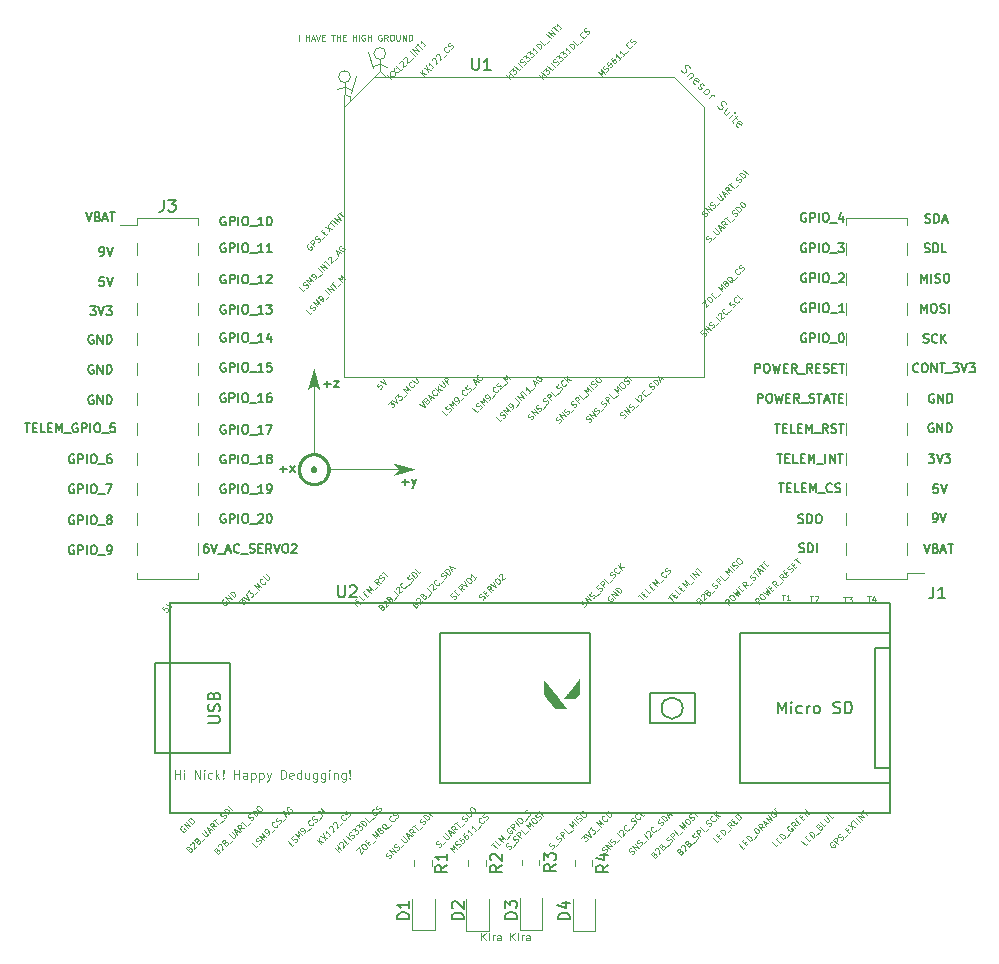
<source format=gbr>
%TF.GenerationSoftware,KiCad,Pcbnew,6.0.1*%
%TF.CreationDate,2022-02-08T14:36:58-06:00*%
%TF.ProjectId,FCB,4643422e-6b69-4636-9164-5f7063625858,rev?*%
%TF.SameCoordinates,Original*%
%TF.FileFunction,Legend,Top*%
%TF.FilePolarity,Positive*%
%FSLAX46Y46*%
G04 Gerber Fmt 4.6, Leading zero omitted, Abs format (unit mm)*
G04 Created by KiCad (PCBNEW 6.0.1) date 2022-02-08 14:36:58*
%MOMM*%
%LPD*%
G01*
G04 APERTURE LIST*
%ADD10C,0.100000*%
%ADD11C,0.150000*%
%ADD12C,0.120000*%
G04 APERTURE END LIST*
D10*
X-15090000Y33355000D02*
X-15650000Y33225000D01*
X-14500000Y32905000D02*
X-14020000Y34335000D01*
X-14990000Y33375000D02*
X-14440000Y33095000D01*
X-12600000Y35010000D02*
X-13080000Y36390000D01*
X-12040000Y35720000D02*
X-12040000Y34740000D01*
X-15045000Y32730000D02*
X-15055000Y31820000D01*
X-12050000Y34770000D02*
X-11640000Y34310000D01*
X-14530000Y34257642D02*
G75*
G03*
X-14530000Y34257642I-500000J0D01*
G01*
X-14570000Y32610000D02*
X-14530000Y32240000D01*
X-12040000Y34740000D02*
X-12450000Y34290000D01*
X-12000000Y35350000D02*
X-11450000Y35070000D01*
X-15030000Y32775000D02*
X-14570000Y32585000D01*
X-11540000Y36232642D02*
G75*
G03*
X-11540000Y36232642I-500000J0D01*
G01*
X-15030000Y33745000D02*
X-15030000Y32765000D01*
X-12100000Y35330000D02*
X-12660000Y35200000D01*
D11*
X24027142Y12495000D02*
X23955714Y12530714D01*
X23848571Y12530714D01*
X23741428Y12495000D01*
X23670000Y12423571D01*
X23634285Y12352142D01*
X23598571Y12209285D01*
X23598571Y12102142D01*
X23634285Y11959285D01*
X23670000Y11887857D01*
X23741428Y11816428D01*
X23848571Y11780714D01*
X23920000Y11780714D01*
X24027142Y11816428D01*
X24062857Y11852142D01*
X24062857Y12102142D01*
X23920000Y12102142D01*
X24384285Y11780714D02*
X24384285Y12530714D01*
X24670000Y12530714D01*
X24741428Y12495000D01*
X24777142Y12459285D01*
X24812857Y12387857D01*
X24812857Y12280714D01*
X24777142Y12209285D01*
X24741428Y12173571D01*
X24670000Y12137857D01*
X24384285Y12137857D01*
X25134285Y11780714D02*
X25134285Y12530714D01*
X25634285Y12530714D02*
X25777142Y12530714D01*
X25848571Y12495000D01*
X25920000Y12423571D01*
X25955714Y12280714D01*
X25955714Y12030714D01*
X25920000Y11887857D01*
X25848571Y11816428D01*
X25777142Y11780714D01*
X25634285Y11780714D01*
X25562857Y11816428D01*
X25491428Y11887857D01*
X25455714Y12030714D01*
X25455714Y12280714D01*
X25491428Y12423571D01*
X25562857Y12495000D01*
X25634285Y12530714D01*
X26098571Y11709285D02*
X26670000Y11709285D01*
X26991428Y12530714D02*
X27062857Y12530714D01*
X27134285Y12495000D01*
X27170000Y12459285D01*
X27205714Y12387857D01*
X27241428Y12245000D01*
X27241428Y12066428D01*
X27205714Y11923571D01*
X27170000Y11852142D01*
X27134285Y11816428D01*
X27062857Y11780714D01*
X26991428Y11780714D01*
X26920000Y11816428D01*
X26884285Y11852142D01*
X26848571Y11923571D01*
X26812857Y12066428D01*
X26812857Y12245000D01*
X26848571Y12387857D01*
X26884285Y12459285D01*
X26920000Y12495000D01*
X26991428Y12530714D01*
X-36554314Y14815714D02*
X-36090028Y14815714D01*
X-36340028Y14530000D01*
X-36232885Y14530000D01*
X-36161457Y14494285D01*
X-36125743Y14458571D01*
X-36090028Y14387142D01*
X-36090028Y14208571D01*
X-36125743Y14137142D01*
X-36161457Y14101428D01*
X-36232885Y14065714D01*
X-36447171Y14065714D01*
X-36518600Y14101428D01*
X-36554314Y14137142D01*
X-35875743Y14815714D02*
X-35625743Y14065714D01*
X-35375743Y14815714D01*
X-35197171Y14815714D02*
X-34732885Y14815714D01*
X-34982885Y14530000D01*
X-34875743Y14530000D01*
X-34804314Y14494285D01*
X-34768600Y14458571D01*
X-34732885Y14387142D01*
X-34732885Y14208571D01*
X-34768600Y14137142D01*
X-34804314Y14101428D01*
X-34875743Y14065714D01*
X-35090028Y14065714D01*
X-35161457Y14101428D01*
X-35197171Y14137142D01*
X19962857Y6670714D02*
X19962857Y7420714D01*
X20248571Y7420714D01*
X20320000Y7385000D01*
X20355714Y7349285D01*
X20391428Y7277857D01*
X20391428Y7170714D01*
X20355714Y7099285D01*
X20320000Y7063571D01*
X20248571Y7027857D01*
X19962857Y7027857D01*
X20855714Y7420714D02*
X20998571Y7420714D01*
X21070000Y7385000D01*
X21141428Y7313571D01*
X21177142Y7170714D01*
X21177142Y6920714D01*
X21141428Y6777857D01*
X21070000Y6706428D01*
X20998571Y6670714D01*
X20855714Y6670714D01*
X20784285Y6706428D01*
X20712857Y6777857D01*
X20677142Y6920714D01*
X20677142Y7170714D01*
X20712857Y7313571D01*
X20784285Y7385000D01*
X20855714Y7420714D01*
X21427142Y7420714D02*
X21605714Y6670714D01*
X21748571Y7206428D01*
X21891428Y6670714D01*
X22070000Y7420714D01*
X22355714Y7063571D02*
X22605714Y7063571D01*
X22712857Y6670714D02*
X22355714Y6670714D01*
X22355714Y7420714D01*
X22712857Y7420714D01*
X23462857Y6670714D02*
X23212857Y7027857D01*
X23034285Y6670714D02*
X23034285Y7420714D01*
X23320000Y7420714D01*
X23391428Y7385000D01*
X23427142Y7349285D01*
X23462857Y7277857D01*
X23462857Y7170714D01*
X23427142Y7099285D01*
X23391428Y7063571D01*
X23320000Y7027857D01*
X23034285Y7027857D01*
X23605714Y6599285D02*
X24177142Y6599285D01*
X24320000Y6706428D02*
X24427142Y6670714D01*
X24605714Y6670714D01*
X24677142Y6706428D01*
X24712857Y6742142D01*
X24748571Y6813571D01*
X24748571Y6885000D01*
X24712857Y6956428D01*
X24677142Y6992142D01*
X24605714Y7027857D01*
X24462857Y7063571D01*
X24391428Y7099285D01*
X24355714Y7135000D01*
X24320000Y7206428D01*
X24320000Y7277857D01*
X24355714Y7349285D01*
X24391428Y7385000D01*
X24462857Y7420714D01*
X24641428Y7420714D01*
X24748571Y7385000D01*
X24962857Y7420714D02*
X25391428Y7420714D01*
X25177142Y6670714D02*
X25177142Y7420714D01*
X25605714Y6885000D02*
X25962857Y6885000D01*
X25534285Y6670714D02*
X25784285Y7420714D01*
X26034285Y6670714D01*
X26177142Y7420714D02*
X26605714Y7420714D01*
X26391428Y6670714D02*
X26391428Y7420714D01*
X26855714Y7063571D02*
X27105714Y7063571D01*
X27212857Y6670714D02*
X26855714Y6670714D01*
X26855714Y7420714D01*
X27212857Y7420714D01*
X24027142Y22695000D02*
X23955714Y22730714D01*
X23848571Y22730714D01*
X23741428Y22695000D01*
X23670000Y22623571D01*
X23634285Y22552142D01*
X23598571Y22409285D01*
X23598571Y22302142D01*
X23634285Y22159285D01*
X23670000Y22087857D01*
X23741428Y22016428D01*
X23848571Y21980714D01*
X23920000Y21980714D01*
X24027142Y22016428D01*
X24062857Y22052142D01*
X24062857Y22302142D01*
X23920000Y22302142D01*
X24384285Y21980714D02*
X24384285Y22730714D01*
X24670000Y22730714D01*
X24741428Y22695000D01*
X24777142Y22659285D01*
X24812857Y22587857D01*
X24812857Y22480714D01*
X24777142Y22409285D01*
X24741428Y22373571D01*
X24670000Y22337857D01*
X24384285Y22337857D01*
X25134285Y21980714D02*
X25134285Y22730714D01*
X25634285Y22730714D02*
X25777142Y22730714D01*
X25848571Y22695000D01*
X25920000Y22623571D01*
X25955714Y22480714D01*
X25955714Y22230714D01*
X25920000Y22087857D01*
X25848571Y22016428D01*
X25777142Y21980714D01*
X25634285Y21980714D01*
X25562857Y22016428D01*
X25491428Y22087857D01*
X25455714Y22230714D01*
X25455714Y22480714D01*
X25491428Y22623571D01*
X25562857Y22695000D01*
X25634285Y22730714D01*
X26098571Y21909285D02*
X26670000Y21909285D01*
X27170000Y22480714D02*
X27170000Y21980714D01*
X26991428Y22766428D02*
X26812857Y22230714D01*
X27277142Y22230714D01*
X21612142Y2330714D02*
X22040714Y2330714D01*
X21826428Y1580714D02*
X21826428Y2330714D01*
X22290714Y1973571D02*
X22540714Y1973571D01*
X22647857Y1580714D02*
X22290714Y1580714D01*
X22290714Y2330714D01*
X22647857Y2330714D01*
X23326428Y1580714D02*
X22969285Y1580714D01*
X22969285Y2330714D01*
X23576428Y1973571D02*
X23826428Y1973571D01*
X23933571Y1580714D02*
X23576428Y1580714D01*
X23576428Y2330714D01*
X23933571Y2330714D01*
X24255000Y1580714D02*
X24255000Y2330714D01*
X24505000Y1795000D01*
X24755000Y2330714D01*
X24755000Y1580714D01*
X24933571Y1509285D02*
X25505000Y1509285D01*
X25683571Y1580714D02*
X25683571Y2330714D01*
X26040714Y1580714D02*
X26040714Y2330714D01*
X26469285Y1580714D01*
X26469285Y2330714D01*
X26719285Y2330714D02*
X27147857Y2330714D01*
X26933571Y1580714D02*
X26933571Y2330714D01*
X-25125600Y12521200D02*
X-25197028Y12556914D01*
X-25304171Y12556914D01*
X-25411314Y12521200D01*
X-25482742Y12449771D01*
X-25518457Y12378342D01*
X-25554171Y12235485D01*
X-25554171Y12128342D01*
X-25518457Y11985485D01*
X-25482742Y11914057D01*
X-25411314Y11842628D01*
X-25304171Y11806914D01*
X-25232742Y11806914D01*
X-25125600Y11842628D01*
X-25089885Y11878342D01*
X-25089885Y12128342D01*
X-25232742Y12128342D01*
X-24768457Y11806914D02*
X-24768457Y12556914D01*
X-24482742Y12556914D01*
X-24411314Y12521200D01*
X-24375600Y12485485D01*
X-24339885Y12414057D01*
X-24339885Y12306914D01*
X-24375600Y12235485D01*
X-24411314Y12199771D01*
X-24482742Y12164057D01*
X-24768457Y12164057D01*
X-24018457Y11806914D02*
X-24018457Y12556914D01*
X-23518457Y12556914D02*
X-23375600Y12556914D01*
X-23304171Y12521200D01*
X-23232742Y12449771D01*
X-23197028Y12306914D01*
X-23197028Y12056914D01*
X-23232742Y11914057D01*
X-23304171Y11842628D01*
X-23375600Y11806914D01*
X-23518457Y11806914D01*
X-23589885Y11842628D01*
X-23661314Y11914057D01*
X-23697028Y12056914D01*
X-23697028Y12306914D01*
X-23661314Y12449771D01*
X-23589885Y12521200D01*
X-23518457Y12556914D01*
X-23054171Y11735485D02*
X-22482742Y11735485D01*
X-21911314Y11806914D02*
X-22339885Y11806914D01*
X-22125600Y11806914D02*
X-22125600Y12556914D01*
X-22197028Y12449771D01*
X-22268457Y12378342D01*
X-22339885Y12342628D01*
X-21268457Y12306914D02*
X-21268457Y11806914D01*
X-21447028Y12592628D02*
X-21625600Y12056914D01*
X-21161314Y12056914D01*
D10*
X-17781839Y14359478D02*
X-17950198Y14191120D01*
X-18303751Y14544673D01*
X-17697660Y14477329D02*
X-17630316Y14511001D01*
X-17546137Y14595181D01*
X-17529301Y14645688D01*
X-17529301Y14679360D01*
X-17546137Y14729868D01*
X-17579809Y14763539D01*
X-17630316Y14780375D01*
X-17663988Y14780375D01*
X-17714496Y14763539D01*
X-17798675Y14713032D01*
X-17849183Y14696196D01*
X-17882854Y14696196D01*
X-17933362Y14713032D01*
X-17967034Y14746703D01*
X-17983870Y14797211D01*
X-17983870Y14830883D01*
X-17967034Y14881390D01*
X-17882854Y14965570D01*
X-17815511Y14999242D01*
X-17327270Y14814047D02*
X-17680824Y15167600D01*
X-17310435Y15032913D01*
X-17445122Y15403303D01*
X-17091568Y15049749D01*
X-16906374Y15234944D02*
X-16839030Y15302287D01*
X-16822194Y15352795D01*
X-16822194Y15386467D01*
X-16839030Y15470646D01*
X-16889538Y15554825D01*
X-17024225Y15689512D01*
X-17074732Y15706348D01*
X-17108404Y15706348D01*
X-17158912Y15689512D01*
X-17226255Y15622169D01*
X-17243091Y15571661D01*
X-17243091Y15537990D01*
X-17226255Y15487482D01*
X-17142076Y15403303D01*
X-17091568Y15386467D01*
X-17057896Y15386467D01*
X-17007389Y15403303D01*
X-16940045Y15470646D01*
X-16923209Y15521154D01*
X-16923209Y15554825D01*
X-16940045Y15605333D01*
X-16636999Y15436974D02*
X-16367625Y15706348D01*
X-16317118Y15824200D02*
X-16670671Y16177753D01*
X-16148759Y15992558D02*
X-16502312Y16346112D01*
X-15946729Y16194589D01*
X-16300282Y16548142D01*
X-16182431Y16665993D02*
X-15980400Y16868024D01*
X-15727862Y16413455D02*
X-16081416Y16767009D01*
X-15559503Y16514470D02*
X-15290129Y16783844D01*
X-15239622Y16901696D02*
X-15593175Y17255249D01*
X-15222786Y17120562D01*
X-15357473Y17490951D01*
X-15003920Y17137398D01*
D11*
X21737142Y-169285D02*
X22165714Y-169285D01*
X21951428Y-919285D02*
X21951428Y-169285D01*
X22415714Y-526428D02*
X22665714Y-526428D01*
X22772857Y-919285D02*
X22415714Y-919285D01*
X22415714Y-169285D01*
X22772857Y-169285D01*
X23451428Y-919285D02*
X23094285Y-919285D01*
X23094285Y-169285D01*
X23701428Y-526428D02*
X23951428Y-526428D01*
X24058571Y-919285D02*
X23701428Y-919285D01*
X23701428Y-169285D01*
X24058571Y-169285D01*
X24380000Y-919285D02*
X24380000Y-169285D01*
X24630000Y-705000D01*
X24880000Y-169285D01*
X24880000Y-919285D01*
X25058571Y-990714D02*
X25630000Y-990714D01*
X26237142Y-847857D02*
X26201428Y-883571D01*
X26094285Y-919285D01*
X26022857Y-919285D01*
X25915714Y-883571D01*
X25844285Y-812142D01*
X25808571Y-740714D01*
X25772857Y-597857D01*
X25772857Y-490714D01*
X25808571Y-347857D01*
X25844285Y-276428D01*
X25915714Y-205000D01*
X26022857Y-169285D01*
X26094285Y-169285D01*
X26201428Y-205000D01*
X26237142Y-240714D01*
X26522857Y-883571D02*
X26630000Y-919285D01*
X26808571Y-919285D01*
X26880000Y-883571D01*
X26915714Y-847857D01*
X26951428Y-776428D01*
X26951428Y-705000D01*
X26915714Y-633571D01*
X26880000Y-597857D01*
X26808571Y-562142D01*
X26665714Y-526428D01*
X26594285Y-490714D01*
X26558571Y-455000D01*
X26522857Y-383571D01*
X26522857Y-312142D01*
X26558571Y-240714D01*
X26594285Y-205000D01*
X26665714Y-169285D01*
X26844285Y-169285D01*
X26951428Y-205000D01*
D10*
X18879363Y-30919718D02*
X18711004Y-31088077D01*
X18357450Y-30734523D01*
X18812019Y-30616672D02*
X18929870Y-30498821D01*
X19165573Y-30633508D02*
X18997214Y-30801867D01*
X18643660Y-30448313D01*
X18812019Y-30279955D01*
X19317095Y-30481985D02*
X18963542Y-30128432D01*
X19047721Y-30044252D01*
X19115065Y-30010581D01*
X19182408Y-30010581D01*
X19232916Y-30027417D01*
X19317095Y-30077924D01*
X19367603Y-30128432D01*
X19418111Y-30212611D01*
X19434947Y-30263119D01*
X19434947Y-30330462D01*
X19401275Y-30397806D01*
X19317095Y-30481985D01*
X19620141Y-30246283D02*
X19889515Y-29976909D01*
X19653813Y-29438161D02*
X19721156Y-29370817D01*
X19771664Y-29353982D01*
X19839008Y-29353982D01*
X19923187Y-29404489D01*
X20041038Y-29522340D01*
X20091546Y-29606520D01*
X20091546Y-29673863D01*
X20074710Y-29724371D01*
X20007366Y-29791714D01*
X19956859Y-29808550D01*
X19889515Y-29808550D01*
X19805336Y-29758043D01*
X19687485Y-29640191D01*
X19636977Y-29556012D01*
X19636977Y-29488669D01*
X19653813Y-29438161D01*
X20512443Y-29286638D02*
X20226233Y-29236130D01*
X20310412Y-29488669D02*
X19956859Y-29135115D01*
X20091546Y-29000428D01*
X20142053Y-28983592D01*
X20175725Y-28983592D01*
X20226233Y-29000428D01*
X20276740Y-29050936D01*
X20293576Y-29101443D01*
X20293576Y-29135115D01*
X20276740Y-29185623D01*
X20142053Y-29320310D01*
X20546114Y-29050936D02*
X20714473Y-28882577D01*
X20613458Y-29185623D02*
X20377756Y-28714218D01*
X20849160Y-28949921D01*
X20967011Y-28832069D02*
X20613458Y-28478516D01*
X21169042Y-28630039D01*
X20815488Y-28276486D01*
X21185878Y-27939768D02*
X21135370Y-27956604D01*
X21084862Y-28007112D01*
X21051191Y-28074455D01*
X21051191Y-28141799D01*
X21068026Y-28192306D01*
X21118534Y-28276486D01*
X21169042Y-28326993D01*
X21253221Y-28377501D01*
X21303729Y-28394337D01*
X21371072Y-28394337D01*
X21438416Y-28360665D01*
X21472087Y-28326993D01*
X21505759Y-28259650D01*
X21505759Y-28225978D01*
X21387908Y-28108127D01*
X21320565Y-28175470D01*
X21505759Y-27922932D02*
X21623610Y-27805081D01*
X21859313Y-27939768D02*
X21690954Y-28108127D01*
X21337400Y-27754573D01*
X21505759Y-27586215D01*
D11*
X-25125600Y20124600D02*
X-25197028Y20160314D01*
X-25304171Y20160314D01*
X-25411314Y20124600D01*
X-25482742Y20053171D01*
X-25518457Y19981742D01*
X-25554171Y19838885D01*
X-25554171Y19731742D01*
X-25518457Y19588885D01*
X-25482742Y19517457D01*
X-25411314Y19446028D01*
X-25304171Y19410314D01*
X-25232742Y19410314D01*
X-25125600Y19446028D01*
X-25089885Y19481742D01*
X-25089885Y19731742D01*
X-25232742Y19731742D01*
X-24768457Y19410314D02*
X-24768457Y20160314D01*
X-24482742Y20160314D01*
X-24411314Y20124600D01*
X-24375600Y20088885D01*
X-24339885Y20017457D01*
X-24339885Y19910314D01*
X-24375600Y19838885D01*
X-24411314Y19803171D01*
X-24482742Y19767457D01*
X-24768457Y19767457D01*
X-24018457Y19410314D02*
X-24018457Y20160314D01*
X-23518457Y20160314D02*
X-23375600Y20160314D01*
X-23304171Y20124600D01*
X-23232742Y20053171D01*
X-23197028Y19910314D01*
X-23197028Y19660314D01*
X-23232742Y19517457D01*
X-23304171Y19446028D01*
X-23375600Y19410314D01*
X-23518457Y19410314D01*
X-23589885Y19446028D01*
X-23661314Y19517457D01*
X-23697028Y19660314D01*
X-23697028Y19910314D01*
X-23661314Y20053171D01*
X-23589885Y20124600D01*
X-23518457Y20160314D01*
X-23054171Y19338885D02*
X-22482742Y19338885D01*
X-21911314Y19410314D02*
X-22339885Y19410314D01*
X-22125600Y19410314D02*
X-22125600Y20160314D01*
X-22197028Y20053171D01*
X-22268457Y19981742D01*
X-22339885Y19946028D01*
X-21197028Y19410314D02*
X-21625600Y19410314D01*
X-21411314Y19410314D02*
X-21411314Y20160314D01*
X-21482742Y20053171D01*
X-21554171Y19981742D01*
X-21625600Y19946028D01*
X23482142Y-5973571D02*
X23589285Y-6009285D01*
X23767857Y-6009285D01*
X23839285Y-5973571D01*
X23875000Y-5937857D01*
X23910714Y-5866428D01*
X23910714Y-5795000D01*
X23875000Y-5723571D01*
X23839285Y-5687857D01*
X23767857Y-5652142D01*
X23625000Y-5616428D01*
X23553571Y-5580714D01*
X23517857Y-5545000D01*
X23482142Y-5473571D01*
X23482142Y-5402142D01*
X23517857Y-5330714D01*
X23553571Y-5295000D01*
X23625000Y-5259285D01*
X23803571Y-5259285D01*
X23910714Y-5295000D01*
X24232142Y-6009285D02*
X24232142Y-5259285D01*
X24410714Y-5259285D01*
X24517857Y-5295000D01*
X24589285Y-5366428D01*
X24625000Y-5437857D01*
X24660714Y-5580714D01*
X24660714Y-5687857D01*
X24625000Y-5830714D01*
X24589285Y-5902142D01*
X24517857Y-5973571D01*
X24410714Y-6009285D01*
X24232142Y-6009285D01*
X24982142Y-6009285D02*
X24982142Y-5259285D01*
X-25125600Y-2795000D02*
X-25197028Y-2759285D01*
X-25304171Y-2759285D01*
X-25411314Y-2795000D01*
X-25482742Y-2866428D01*
X-25518457Y-2937857D01*
X-25554171Y-3080714D01*
X-25554171Y-3187857D01*
X-25518457Y-3330714D01*
X-25482742Y-3402142D01*
X-25411314Y-3473571D01*
X-25304171Y-3509285D01*
X-25232742Y-3509285D01*
X-25125600Y-3473571D01*
X-25089885Y-3437857D01*
X-25089885Y-3187857D01*
X-25232742Y-3187857D01*
X-24768457Y-3509285D02*
X-24768457Y-2759285D01*
X-24482742Y-2759285D01*
X-24411314Y-2795000D01*
X-24375600Y-2830714D01*
X-24339885Y-2902142D01*
X-24339885Y-3009285D01*
X-24375600Y-3080714D01*
X-24411314Y-3116428D01*
X-24482742Y-3152142D01*
X-24768457Y-3152142D01*
X-24018457Y-3509285D02*
X-24018457Y-2759285D01*
X-23518457Y-2759285D02*
X-23375600Y-2759285D01*
X-23304171Y-2795000D01*
X-23232742Y-2866428D01*
X-23197028Y-3009285D01*
X-23197028Y-3259285D01*
X-23232742Y-3402142D01*
X-23304171Y-3473571D01*
X-23375600Y-3509285D01*
X-23518457Y-3509285D01*
X-23589885Y-3473571D01*
X-23661314Y-3402142D01*
X-23697028Y-3259285D01*
X-23697028Y-3009285D01*
X-23661314Y-2866428D01*
X-23589885Y-2795000D01*
X-23518457Y-2759285D01*
X-23054171Y-3580714D02*
X-22482742Y-3580714D01*
X-22339885Y-2830714D02*
X-22304171Y-2795000D01*
X-22232742Y-2759285D01*
X-22054171Y-2759285D01*
X-21982742Y-2795000D01*
X-21947028Y-2830714D01*
X-21911314Y-2902142D01*
X-21911314Y-2973571D01*
X-21947028Y-3080714D01*
X-22375600Y-3509285D01*
X-21911314Y-3509285D01*
X-21447028Y-2759285D02*
X-21375600Y-2759285D01*
X-21304171Y-2795000D01*
X-21268457Y-2830714D01*
X-21232742Y-2902142D01*
X-21197028Y-3045000D01*
X-21197028Y-3223571D01*
X-21232742Y-3366428D01*
X-21268457Y-3437857D01*
X-21304171Y-3473571D01*
X-21375600Y-3509285D01*
X-21447028Y-3509285D01*
X-21518457Y-3473571D01*
X-21554171Y-3437857D01*
X-21589885Y-3366428D01*
X-21625600Y-3223571D01*
X-21625600Y-3045000D01*
X-21589885Y-2902142D01*
X-21554171Y-2830714D01*
X-21518457Y-2795000D01*
X-21447028Y-2759285D01*
D10*
X-14018692Y-31208267D02*
X-13782990Y-30972565D01*
X-13665139Y-31561820D01*
X-13429436Y-31326118D01*
X-13580959Y-30770534D02*
X-13513616Y-30703191D01*
X-13463108Y-30686355D01*
X-13395765Y-30686355D01*
X-13311585Y-30736862D01*
X-13193734Y-30854713D01*
X-13143226Y-30938893D01*
X-13143226Y-31006236D01*
X-13160062Y-31056744D01*
X-13227406Y-31124087D01*
X-13277913Y-31140923D01*
X-13345257Y-31140923D01*
X-13429436Y-31090416D01*
X-13547287Y-30972565D01*
X-13597795Y-30888385D01*
X-13597795Y-30821042D01*
X-13580959Y-30770534D01*
X-13109555Y-30635847D02*
X-12991704Y-30517996D01*
X-12756001Y-30652683D02*
X-12924360Y-30821042D01*
X-13277913Y-30467488D01*
X-13109555Y-30299130D01*
X-12654986Y-30619011D02*
X-12385612Y-30349637D01*
X-12335104Y-30231786D02*
X-12688658Y-29878233D01*
X-12318269Y-30012920D01*
X-12452956Y-29642530D01*
X-12099402Y-29996084D01*
X-12082566Y-29575187D02*
X-12133074Y-29592023D01*
X-12166746Y-29592023D01*
X-12217253Y-29575187D01*
X-12234089Y-29558351D01*
X-12250925Y-29507843D01*
X-12250925Y-29474172D01*
X-12234089Y-29423664D01*
X-12166746Y-29356321D01*
X-12116238Y-29339485D01*
X-12082566Y-29339485D01*
X-12032059Y-29356321D01*
X-12015223Y-29373156D01*
X-11998387Y-29423664D01*
X-11998387Y-29457336D01*
X-12015223Y-29507843D01*
X-12082566Y-29575187D01*
X-12099402Y-29625695D01*
X-12099402Y-29659366D01*
X-12082566Y-29709874D01*
X-12015223Y-29777217D01*
X-11964715Y-29794053D01*
X-11931043Y-29794053D01*
X-11880536Y-29777217D01*
X-11813192Y-29709874D01*
X-11796356Y-29659366D01*
X-11796356Y-29625695D01*
X-11813192Y-29575187D01*
X-11880536Y-29507843D01*
X-11931043Y-29491008D01*
X-11964715Y-29491008D01*
X-12015223Y-29507843D01*
X-11324952Y-29288977D02*
X-11375460Y-29305813D01*
X-11442803Y-29305813D01*
X-11543818Y-29305813D01*
X-11594326Y-29322649D01*
X-11627998Y-29356321D01*
X-11526982Y-29423664D02*
X-11577490Y-29440500D01*
X-11644834Y-29440500D01*
X-11729013Y-29389992D01*
X-11846864Y-29272141D01*
X-11897372Y-29187962D01*
X-11897372Y-29120618D01*
X-11880536Y-29070111D01*
X-11813192Y-29002767D01*
X-11762685Y-28985931D01*
X-11695341Y-28985931D01*
X-11611162Y-29036439D01*
X-11493311Y-29154290D01*
X-11442803Y-29238469D01*
X-11442803Y-29305813D01*
X-11459639Y-29356321D01*
X-11526982Y-29423664D01*
X-11274444Y-29238469D02*
X-11005070Y-28969095D01*
X-10786204Y-28615542D02*
X-10786204Y-28649214D01*
X-10819876Y-28716557D01*
X-10853547Y-28750229D01*
X-10920891Y-28783901D01*
X-10988234Y-28783901D01*
X-11038742Y-28767065D01*
X-11122921Y-28716557D01*
X-11173429Y-28666050D01*
X-11223937Y-28581870D01*
X-11240773Y-28531363D01*
X-11240773Y-28464019D01*
X-11207101Y-28396676D01*
X-11173429Y-28363004D01*
X-11106086Y-28329332D01*
X-11072414Y-28329332D01*
X-10634681Y-28497691D02*
X-10567337Y-28464019D01*
X-10483158Y-28379840D01*
X-10466322Y-28329332D01*
X-10466322Y-28295660D01*
X-10483158Y-28245153D01*
X-10516830Y-28211481D01*
X-10567337Y-28194645D01*
X-10601009Y-28194645D01*
X-10651517Y-28211481D01*
X-10735696Y-28261989D01*
X-10786204Y-28278824D01*
X-10819876Y-28278824D01*
X-10870383Y-28261989D01*
X-10904055Y-28228317D01*
X-10920891Y-28177809D01*
X-10920891Y-28144137D01*
X-10904055Y-28093630D01*
X-10819876Y-28009450D01*
X-10752532Y-27975779D01*
D11*
X-36304313Y7260000D02*
X-36375742Y7295714D01*
X-36482885Y7295714D01*
X-36590027Y7260000D01*
X-36661456Y7188571D01*
X-36697170Y7117142D01*
X-36732885Y6974285D01*
X-36732885Y6867142D01*
X-36697170Y6724285D01*
X-36661456Y6652857D01*
X-36590027Y6581428D01*
X-36482885Y6545714D01*
X-36411456Y6545714D01*
X-36304313Y6581428D01*
X-36268599Y6617142D01*
X-36268599Y6867142D01*
X-36411456Y6867142D01*
X-35947170Y6545714D02*
X-35947170Y7295714D01*
X-35518599Y6545714D01*
X-35518599Y7295714D01*
X-35161456Y6545714D02*
X-35161456Y7295714D01*
X-34982885Y7295714D01*
X-34875742Y7260000D01*
X-34804313Y7188571D01*
X-34768599Y7117142D01*
X-34732885Y6974285D01*
X-34732885Y6867142D01*
X-34768599Y6724285D01*
X-34804313Y6652857D01*
X-34875742Y6581428D01*
X-34982885Y6545714D01*
X-35161456Y6545714D01*
D10*
X-28792550Y-29200997D02*
X-28843058Y-29217833D01*
X-28893565Y-29268340D01*
X-28927237Y-29335684D01*
X-28927237Y-29403027D01*
X-28910401Y-29453535D01*
X-28859894Y-29537714D01*
X-28809386Y-29588222D01*
X-28725207Y-29638730D01*
X-28674699Y-29655565D01*
X-28607356Y-29655565D01*
X-28540012Y-29621894D01*
X-28506340Y-29588222D01*
X-28472669Y-29520878D01*
X-28472669Y-29487207D01*
X-28590520Y-29369356D01*
X-28657863Y-29436699D01*
X-28287474Y-29369356D02*
X-28641027Y-29015802D01*
X-28085443Y-29167325D01*
X-28438997Y-28813772D01*
X-27917085Y-28998966D02*
X-28270638Y-28645413D01*
X-28186459Y-28561234D01*
X-28119115Y-28527562D01*
X-28051772Y-28527562D01*
X-28001264Y-28544398D01*
X-27917085Y-28594905D01*
X-27866577Y-28645413D01*
X-27816069Y-28729592D01*
X-27799234Y-28780100D01*
X-27799234Y-28847443D01*
X-27832905Y-28914787D01*
X-27917085Y-28998966D01*
X9787332Y-9739042D02*
X9989363Y-9537011D01*
X10241901Y-9991580D02*
X9888347Y-9638026D01*
X10275573Y-9587519D02*
X10393424Y-9469668D01*
X10629126Y-9604355D02*
X10460767Y-9772713D01*
X10107214Y-9419160D01*
X10275573Y-9250801D01*
X10949008Y-9284473D02*
X10780649Y-9452832D01*
X10427095Y-9099278D01*
X10881664Y-8981427D02*
X10999515Y-8863576D01*
X11235217Y-8998263D02*
X11066859Y-9166622D01*
X10713305Y-8813069D01*
X10881664Y-8644710D01*
X11386740Y-8846740D02*
X11033187Y-8493187D01*
X11403576Y-8627874D01*
X11268889Y-8257485D01*
X11622443Y-8611038D01*
X11740294Y-8560530D02*
X12009668Y-8291156D01*
X12228534Y-7937603D02*
X12228534Y-7971275D01*
X12194862Y-8038618D01*
X12161191Y-8072290D01*
X12093847Y-8105962D01*
X12026504Y-8105962D01*
X11975996Y-8089126D01*
X11891817Y-8038618D01*
X11841309Y-7988111D01*
X11790801Y-7903931D01*
X11773965Y-7853424D01*
X11773965Y-7786080D01*
X11807637Y-7718737D01*
X11841309Y-7685065D01*
X11908652Y-7651393D01*
X11942324Y-7651393D01*
X12380057Y-7819752D02*
X12447400Y-7786080D01*
X12531580Y-7701901D01*
X12548416Y-7651393D01*
X12548416Y-7617721D01*
X12531580Y-7567214D01*
X12497908Y-7533542D01*
X12447400Y-7516706D01*
X12413729Y-7516706D01*
X12363221Y-7533542D01*
X12279042Y-7584050D01*
X12228534Y-7600886D01*
X12194862Y-7600886D01*
X12144355Y-7584050D01*
X12110683Y-7550378D01*
X12093847Y-7499870D01*
X12093847Y-7466199D01*
X12110683Y-7415691D01*
X12194862Y-7331512D01*
X12262206Y-7297840D01*
D11*
X-25125600Y17468350D02*
X-25197028Y17504064D01*
X-25304171Y17504064D01*
X-25411314Y17468350D01*
X-25482742Y17396921D01*
X-25518457Y17325492D01*
X-25554171Y17182635D01*
X-25554171Y17075492D01*
X-25518457Y16932635D01*
X-25482742Y16861207D01*
X-25411314Y16789778D01*
X-25304171Y16754064D01*
X-25232742Y16754064D01*
X-25125600Y16789778D01*
X-25089885Y16825492D01*
X-25089885Y17075492D01*
X-25232742Y17075492D01*
X-24768457Y16754064D02*
X-24768457Y17504064D01*
X-24482742Y17504064D01*
X-24411314Y17468350D01*
X-24375600Y17432635D01*
X-24339885Y17361207D01*
X-24339885Y17254064D01*
X-24375600Y17182635D01*
X-24411314Y17146921D01*
X-24482742Y17111207D01*
X-24768457Y17111207D01*
X-24018457Y16754064D02*
X-24018457Y17504064D01*
X-23518457Y17504064D02*
X-23375600Y17504064D01*
X-23304171Y17468350D01*
X-23232742Y17396921D01*
X-23197028Y17254064D01*
X-23197028Y17004064D01*
X-23232742Y16861207D01*
X-23304171Y16789778D01*
X-23375600Y16754064D01*
X-23518457Y16754064D01*
X-23589885Y16789778D01*
X-23661314Y16861207D01*
X-23697028Y17004064D01*
X-23697028Y17254064D01*
X-23661314Y17396921D01*
X-23589885Y17468350D01*
X-23518457Y17504064D01*
X-23054171Y16682635D02*
X-22482742Y16682635D01*
X-21911314Y16754064D02*
X-22339885Y16754064D01*
X-22125600Y16754064D02*
X-22125600Y17504064D01*
X-22197028Y17396921D01*
X-22268457Y17325492D01*
X-22339885Y17289778D01*
X-21625600Y17432635D02*
X-21589885Y17468350D01*
X-21518457Y17504064D01*
X-21339885Y17504064D01*
X-21268457Y17468350D01*
X-21232742Y17432635D01*
X-21197028Y17361207D01*
X-21197028Y17289778D01*
X-21232742Y17182635D01*
X-21661314Y16754064D01*
X-21197028Y16754064D01*
X34027857Y-5309285D02*
X34277857Y-6059285D01*
X34527857Y-5309285D01*
X35027857Y-5666428D02*
X35135000Y-5702142D01*
X35170714Y-5737857D01*
X35206428Y-5809285D01*
X35206428Y-5916428D01*
X35170714Y-5987857D01*
X35135000Y-6023571D01*
X35063571Y-6059285D01*
X34777857Y-6059285D01*
X34777857Y-5309285D01*
X35027857Y-5309285D01*
X35099285Y-5345000D01*
X35135000Y-5380714D01*
X35170714Y-5452142D01*
X35170714Y-5523571D01*
X35135000Y-5595000D01*
X35099285Y-5630714D01*
X35027857Y-5666428D01*
X34777857Y-5666428D01*
X35492142Y-5845000D02*
X35849285Y-5845000D01*
X35420714Y-6059285D02*
X35670714Y-5309285D01*
X35920714Y-6059285D01*
X36063571Y-5309285D02*
X36492142Y-5309285D01*
X36277857Y-6059285D02*
X36277857Y-5309285D01*
D10*
X-22344983Y-30792864D02*
X-22513341Y-30961223D01*
X-22866895Y-30607670D01*
X-22260803Y-30675013D02*
X-22193460Y-30641341D01*
X-22109280Y-30557162D01*
X-22092444Y-30506654D01*
X-22092444Y-30472983D01*
X-22109280Y-30422475D01*
X-22142952Y-30388803D01*
X-22193460Y-30371967D01*
X-22227131Y-30371967D01*
X-22277639Y-30388803D01*
X-22361818Y-30439311D01*
X-22412326Y-30456147D01*
X-22445998Y-30456147D01*
X-22496505Y-30439311D01*
X-22530177Y-30405639D01*
X-22547013Y-30355131D01*
X-22547013Y-30321460D01*
X-22530177Y-30270952D01*
X-22445998Y-30186773D01*
X-22378654Y-30153101D01*
X-21890414Y-30338296D02*
X-22243967Y-29984742D01*
X-21873578Y-30119429D01*
X-22008265Y-29749040D01*
X-21654712Y-30102593D01*
X-21469517Y-29917399D02*
X-21402174Y-29850055D01*
X-21385338Y-29799548D01*
X-21385338Y-29765876D01*
X-21402174Y-29681696D01*
X-21452681Y-29597517D01*
X-21587368Y-29462830D01*
X-21637876Y-29445994D01*
X-21671548Y-29445994D01*
X-21722055Y-29462830D01*
X-21789399Y-29530174D01*
X-21806235Y-29580681D01*
X-21806235Y-29614353D01*
X-21789399Y-29664861D01*
X-21705219Y-29749040D01*
X-21654712Y-29765876D01*
X-21621040Y-29765876D01*
X-21570532Y-29749040D01*
X-21503189Y-29681696D01*
X-21486353Y-29631189D01*
X-21486353Y-29597517D01*
X-21503189Y-29547009D01*
X-21200143Y-29715368D02*
X-20930769Y-29445994D01*
X-20711903Y-29092441D02*
X-20711903Y-29126112D01*
X-20745574Y-29193456D01*
X-20779246Y-29227128D01*
X-20846590Y-29260800D01*
X-20913933Y-29260800D01*
X-20964441Y-29243964D01*
X-21048620Y-29193456D01*
X-21099128Y-29142948D01*
X-21149635Y-29058769D01*
X-21166471Y-29008261D01*
X-21166471Y-28940918D01*
X-21132800Y-28873574D01*
X-21099128Y-28839903D01*
X-21031784Y-28806231D01*
X-20998112Y-28806231D01*
X-20560380Y-28974590D02*
X-20493036Y-28940918D01*
X-20408857Y-28856738D01*
X-20392021Y-28806231D01*
X-20392021Y-28772559D01*
X-20408857Y-28722051D01*
X-20442529Y-28688380D01*
X-20493036Y-28671544D01*
X-20526708Y-28671544D01*
X-20577216Y-28688380D01*
X-20661395Y-28738887D01*
X-20711903Y-28755723D01*
X-20745574Y-28755723D01*
X-20796082Y-28738887D01*
X-20829754Y-28705216D01*
X-20846590Y-28654708D01*
X-20846590Y-28621036D01*
X-20829754Y-28570529D01*
X-20745574Y-28486349D01*
X-20678231Y-28452677D01*
X-20240498Y-28755723D02*
X-19971124Y-28486349D01*
X-20038468Y-28284319D02*
X-19870109Y-28115960D01*
X-19971124Y-28419006D02*
X-20206826Y-27947601D01*
X-19735422Y-28183303D01*
X-19769094Y-27543540D02*
X-19819601Y-27560376D01*
X-19870109Y-27610884D01*
X-19903781Y-27678227D01*
X-19903781Y-27745571D01*
X-19886945Y-27796078D01*
X-19836437Y-27880258D01*
X-19785929Y-27930765D01*
X-19701750Y-27981273D01*
X-19651242Y-27998109D01*
X-19583899Y-27998109D01*
X-19516555Y-27964437D01*
X-19482884Y-27930765D01*
X-19449212Y-27863422D01*
X-19449212Y-27829750D01*
X-19567063Y-27711899D01*
X-19634407Y-27779242D01*
X5019965Y-30152809D02*
X5238832Y-29933942D01*
X5255668Y-30186480D01*
X5306175Y-30135973D01*
X5356683Y-30119137D01*
X5390355Y-30119137D01*
X5440862Y-30135973D01*
X5525042Y-30220152D01*
X5541877Y-30270660D01*
X5541877Y-30304331D01*
X5525042Y-30354839D01*
X5424026Y-30455854D01*
X5373519Y-30472690D01*
X5339847Y-30472690D01*
X5339847Y-29832927D02*
X5811251Y-30068629D01*
X5575549Y-29597225D01*
X5659729Y-29513045D02*
X5878595Y-29294179D01*
X5895431Y-29546717D01*
X5945938Y-29496209D01*
X5996446Y-29479374D01*
X6030118Y-29479374D01*
X6080625Y-29496209D01*
X6164805Y-29580389D01*
X6181641Y-29630896D01*
X6181641Y-29664568D01*
X6164805Y-29715076D01*
X6063790Y-29816091D01*
X6013282Y-29832927D01*
X5979610Y-29832927D01*
X6333164Y-29614061D02*
X6602538Y-29344687D01*
X6653045Y-29226835D02*
X6299492Y-28873282D01*
X6669881Y-29007969D01*
X6535194Y-28637580D01*
X6888748Y-28991133D01*
X7225465Y-28587072D02*
X7225465Y-28620744D01*
X7191793Y-28688087D01*
X7158122Y-28721759D01*
X7090778Y-28755431D01*
X7023435Y-28755431D01*
X6972927Y-28738595D01*
X6888748Y-28688087D01*
X6838240Y-28637580D01*
X6787732Y-28553400D01*
X6770896Y-28502893D01*
X6770896Y-28435549D01*
X6804568Y-28368206D01*
X6838240Y-28334534D01*
X6905583Y-28300862D01*
X6939255Y-28300862D01*
X7057106Y-28115668D02*
X7343316Y-28401877D01*
X7393824Y-28418713D01*
X7427496Y-28418713D01*
X7478003Y-28401877D01*
X7545347Y-28334534D01*
X7562183Y-28284026D01*
X7562183Y-28250355D01*
X7545347Y-28199847D01*
X7259137Y-27913637D01*
D11*
X34825714Y-3469285D02*
X34968571Y-3469285D01*
X35040000Y-3433571D01*
X35075714Y-3397857D01*
X35147142Y-3290714D01*
X35182857Y-3147857D01*
X35182857Y-2862142D01*
X35147142Y-2790714D01*
X35111428Y-2755000D01*
X35040000Y-2719285D01*
X34897142Y-2719285D01*
X34825714Y-2755000D01*
X34790000Y-2790714D01*
X34754285Y-2862142D01*
X34754285Y-3040714D01*
X34790000Y-3112142D01*
X34825714Y-3147857D01*
X34897142Y-3183571D01*
X35040000Y-3183571D01*
X35111428Y-3147857D01*
X35147142Y-3112142D01*
X35182857Y-3040714D01*
X35397142Y-2719285D02*
X35647142Y-3469285D01*
X35897142Y-2719285D01*
D10*
X15392607Y12286997D02*
X15459950Y12320668D01*
X15544129Y12404848D01*
X15560965Y12455355D01*
X15560965Y12489027D01*
X15544129Y12539535D01*
X15510458Y12573207D01*
X15459950Y12590042D01*
X15426278Y12590042D01*
X15375771Y12573207D01*
X15291591Y12522699D01*
X15241084Y12505863D01*
X15207412Y12505863D01*
X15156904Y12522699D01*
X15123233Y12556371D01*
X15106397Y12606878D01*
X15106397Y12640550D01*
X15123233Y12691058D01*
X15207412Y12775237D01*
X15274755Y12808909D01*
X15762996Y12623714D02*
X15409442Y12977268D01*
X15965026Y12825745D01*
X15611473Y13179298D01*
X16099713Y12994103D02*
X16167057Y13027775D01*
X16251236Y13111955D01*
X16268072Y13162462D01*
X16268072Y13196134D01*
X16251236Y13246642D01*
X16217564Y13280313D01*
X16167057Y13297149D01*
X16133385Y13297149D01*
X16082877Y13280313D01*
X15998698Y13229806D01*
X15948190Y13212970D01*
X15914519Y13212970D01*
X15864011Y13229806D01*
X15830339Y13263477D01*
X15813503Y13313985D01*
X15813503Y13347657D01*
X15830339Y13398164D01*
X15914519Y13482344D01*
X15981862Y13516016D01*
X16419595Y13212970D02*
X16688969Y13482344D01*
X16739477Y13600195D02*
X16385923Y13953748D01*
X16571118Y14071599D02*
X16571118Y14105271D01*
X16587954Y14155779D01*
X16672133Y14239958D01*
X16722641Y14256794D01*
X16756312Y14256794D01*
X16806820Y14239958D01*
X16840492Y14206287D01*
X16874164Y14138943D01*
X16874164Y13734882D01*
X17093030Y13953748D01*
X17412912Y14340974D02*
X17412912Y14307302D01*
X17379240Y14239958D01*
X17345568Y14206287D01*
X17278225Y14172615D01*
X17210881Y14172615D01*
X17160374Y14189451D01*
X17076194Y14239958D01*
X17025687Y14290466D01*
X16975179Y14374645D01*
X16958343Y14425153D01*
X16958343Y14492496D01*
X16992015Y14559840D01*
X17025687Y14593512D01*
X17093030Y14627183D01*
X17126702Y14627183D01*
X17547599Y14340974D02*
X17816973Y14610348D01*
X17833809Y14728199D02*
X17901152Y14761870D01*
X17985331Y14846050D01*
X18002167Y14896557D01*
X18002167Y14930229D01*
X17985331Y14980737D01*
X17951660Y15014409D01*
X17901152Y15031244D01*
X17867480Y15031244D01*
X17816973Y15014409D01*
X17732793Y14963901D01*
X17682286Y14947065D01*
X17648614Y14947065D01*
X17598106Y14963901D01*
X17564435Y14997573D01*
X17547599Y15048080D01*
X17547599Y15081752D01*
X17564435Y15132260D01*
X17648614Y15216439D01*
X17715957Y15250111D01*
X18372557Y15300618D02*
X18372557Y15266947D01*
X18338885Y15199603D01*
X18305213Y15165931D01*
X18237870Y15132260D01*
X18170526Y15132260D01*
X18120018Y15149096D01*
X18035839Y15199603D01*
X17985331Y15250111D01*
X17934824Y15334290D01*
X17917988Y15384798D01*
X17917988Y15452141D01*
X17951660Y15519485D01*
X17985331Y15553157D01*
X18052675Y15586828D01*
X18086347Y15586828D01*
X18726110Y15586828D02*
X18557751Y15418470D01*
X18204198Y15772023D01*
D11*
X24047142Y15035000D02*
X23975714Y15070714D01*
X23868571Y15070714D01*
X23761428Y15035000D01*
X23690000Y14963571D01*
X23654285Y14892142D01*
X23618571Y14749285D01*
X23618571Y14642142D01*
X23654285Y14499285D01*
X23690000Y14427857D01*
X23761428Y14356428D01*
X23868571Y14320714D01*
X23940000Y14320714D01*
X24047142Y14356428D01*
X24082857Y14392142D01*
X24082857Y14642142D01*
X23940000Y14642142D01*
X24404285Y14320714D02*
X24404285Y15070714D01*
X24690000Y15070714D01*
X24761428Y15035000D01*
X24797142Y14999285D01*
X24832857Y14927857D01*
X24832857Y14820714D01*
X24797142Y14749285D01*
X24761428Y14713571D01*
X24690000Y14677857D01*
X24404285Y14677857D01*
X25154285Y14320714D02*
X25154285Y15070714D01*
X25654285Y15070714D02*
X25797142Y15070714D01*
X25868571Y15035000D01*
X25940000Y14963571D01*
X25975714Y14820714D01*
X25975714Y14570714D01*
X25940000Y14427857D01*
X25868571Y14356428D01*
X25797142Y14320714D01*
X25654285Y14320714D01*
X25582857Y14356428D01*
X25511428Y14427857D01*
X25475714Y14570714D01*
X25475714Y14820714D01*
X25511428Y14963571D01*
X25582857Y15035000D01*
X25654285Y15070714D01*
X26118571Y14249285D02*
X26690000Y14249285D01*
X27261428Y14320714D02*
X26832857Y14320714D01*
X27047142Y14320714D02*
X27047142Y15070714D01*
X26975714Y14963571D01*
X26904285Y14892142D01*
X26832857Y14856428D01*
X-16789285Y8246428D02*
X-16217857Y8246428D01*
X-16503571Y7960714D02*
X-16503571Y8532142D01*
X-15932142Y8460714D02*
X-15539285Y8460714D01*
X-15932142Y7960714D01*
X-15539285Y7960714D01*
D10*
X-28158805Y-31105497D02*
X-28091462Y-31071826D01*
X-28057790Y-31071826D01*
X-28007282Y-31088662D01*
X-27956775Y-31139169D01*
X-27939939Y-31189677D01*
X-27939939Y-31223349D01*
X-27956775Y-31273856D01*
X-28091462Y-31408543D01*
X-28445015Y-31054990D01*
X-28327164Y-30937139D01*
X-28276656Y-30920303D01*
X-28242984Y-30920303D01*
X-28192477Y-30937139D01*
X-28158805Y-30970810D01*
X-28141969Y-31021318D01*
X-28141969Y-31054990D01*
X-28158805Y-31105497D01*
X-28276656Y-31223349D01*
X-28074626Y-30751944D02*
X-28074626Y-30718272D01*
X-28057790Y-30667765D01*
X-27973610Y-30583585D01*
X-27923103Y-30566749D01*
X-27889431Y-30566749D01*
X-27838923Y-30583585D01*
X-27805252Y-30617257D01*
X-27771580Y-30684600D01*
X-27771580Y-31088662D01*
X-27552713Y-30869795D01*
X-27468534Y-30415226D02*
X-27401191Y-30381555D01*
X-27367519Y-30381555D01*
X-27317011Y-30398391D01*
X-27266504Y-30448898D01*
X-27249668Y-30499406D01*
X-27249668Y-30533078D01*
X-27266504Y-30583585D01*
X-27401191Y-30718272D01*
X-27754744Y-30364719D01*
X-27636893Y-30246868D01*
X-27586385Y-30230032D01*
X-27552713Y-30230032D01*
X-27502206Y-30246868D01*
X-27468534Y-30280539D01*
X-27451698Y-30331047D01*
X-27451698Y-30364719D01*
X-27468534Y-30415226D01*
X-27586385Y-30533078D01*
X-27098145Y-30482570D02*
X-26828771Y-30213196D01*
X-27131817Y-29741791D02*
X-26845607Y-30028001D01*
X-26795099Y-30044837D01*
X-26761427Y-30044837D01*
X-26710920Y-30028001D01*
X-26643576Y-29960658D01*
X-26626740Y-29910150D01*
X-26626740Y-29876478D01*
X-26643576Y-29825971D01*
X-26929786Y-29539761D01*
X-26525725Y-29640776D02*
X-26357366Y-29472417D01*
X-26458382Y-29775463D02*
X-26694084Y-29304059D01*
X-26222679Y-29539761D01*
X-25902798Y-29219879D02*
X-26189008Y-29169372D01*
X-26104828Y-29421910D02*
X-26458382Y-29068356D01*
X-26323695Y-28933669D01*
X-26273187Y-28916834D01*
X-26239515Y-28916834D01*
X-26189008Y-28933669D01*
X-26138500Y-28984177D01*
X-26121664Y-29034685D01*
X-26121664Y-29068356D01*
X-26138500Y-29118864D01*
X-26273187Y-29253551D01*
X-26155336Y-28765311D02*
X-25953305Y-28563280D01*
X-25700767Y-29017849D02*
X-26054321Y-28664295D01*
X-25532408Y-28916834D02*
X-25263034Y-28647460D01*
X-25246199Y-28529608D02*
X-25178855Y-28495937D01*
X-25094676Y-28411757D01*
X-25077840Y-28361250D01*
X-25077840Y-28327578D01*
X-25094676Y-28277070D01*
X-25128347Y-28243399D01*
X-25178855Y-28226563D01*
X-25212527Y-28226563D01*
X-25263034Y-28243399D01*
X-25347214Y-28293906D01*
X-25397721Y-28310742D01*
X-25431393Y-28310742D01*
X-25481901Y-28293906D01*
X-25515573Y-28260234D01*
X-25532408Y-28209727D01*
X-25532408Y-28176055D01*
X-25515573Y-28125547D01*
X-25431393Y-28041368D01*
X-25364050Y-28007696D01*
X-24875809Y-28192891D02*
X-25229363Y-27839337D01*
X-25145183Y-27755158D01*
X-25077840Y-27721486D01*
X-25010496Y-27721486D01*
X-24959989Y-27738322D01*
X-24875809Y-27788830D01*
X-24825302Y-27839337D01*
X-24774794Y-27923517D01*
X-24757958Y-27974024D01*
X-24757958Y-28041368D01*
X-24791630Y-28108712D01*
X-24875809Y-28192891D01*
X-24522256Y-27839337D02*
X-24875809Y-27485784D01*
X24177352Y-30600129D02*
X24008993Y-30768487D01*
X23655440Y-30414934D01*
X24110008Y-30297083D02*
X24227860Y-30179232D01*
X24463562Y-30313919D02*
X24295203Y-30482278D01*
X23941650Y-30128724D01*
X24110008Y-29960365D01*
X24615085Y-30162396D02*
X24261531Y-29808843D01*
X24345711Y-29724663D01*
X24413054Y-29690991D01*
X24480398Y-29690991D01*
X24530905Y-29707827D01*
X24615085Y-29758335D01*
X24665592Y-29808843D01*
X24716100Y-29893022D01*
X24732936Y-29943530D01*
X24732936Y-30010873D01*
X24699264Y-30078217D01*
X24615085Y-30162396D01*
X24918130Y-29926694D02*
X25187504Y-29657320D01*
X25170669Y-29236423D02*
X25238012Y-29202751D01*
X25271684Y-29202751D01*
X25322191Y-29219587D01*
X25372699Y-29270095D01*
X25389535Y-29320602D01*
X25389535Y-29354274D01*
X25372699Y-29404782D01*
X25238012Y-29539469D01*
X24884459Y-29185915D01*
X25002310Y-29068064D01*
X25052817Y-29051228D01*
X25086489Y-29051228D01*
X25136997Y-29068064D01*
X25170669Y-29101736D01*
X25187504Y-29152243D01*
X25187504Y-29185915D01*
X25170669Y-29236423D01*
X25052817Y-29354274D01*
X25759924Y-29017556D02*
X25591565Y-29185915D01*
X25238012Y-28832362D01*
X25524222Y-28546152D02*
X25810432Y-28832362D01*
X25860939Y-28849198D01*
X25894611Y-28849198D01*
X25945119Y-28832362D01*
X26012462Y-28765018D01*
X26029298Y-28714511D01*
X26029298Y-28680839D01*
X26012462Y-28630331D01*
X25726252Y-28344121D01*
X26062970Y-28344121D02*
X26180821Y-28226270D01*
X26416523Y-28360957D02*
X26248165Y-28529316D01*
X25894611Y-28175763D01*
X26062970Y-28007404D01*
X-6993795Y-30952805D02*
X-6926452Y-30919133D01*
X-6842272Y-30834954D01*
X-6825436Y-30784446D01*
X-6825436Y-30750775D01*
X-6842272Y-30700267D01*
X-6875944Y-30666595D01*
X-6926452Y-30649759D01*
X-6960123Y-30649759D01*
X-7010631Y-30666595D01*
X-7094810Y-30717103D01*
X-7145318Y-30733939D01*
X-7178990Y-30733939D01*
X-7229497Y-30717103D01*
X-7263169Y-30683431D01*
X-7280005Y-30632923D01*
X-7280005Y-30599252D01*
X-7263169Y-30548744D01*
X-7178990Y-30464565D01*
X-7111646Y-30430893D01*
X-6673913Y-30733939D02*
X-6404539Y-30464565D01*
X-6707585Y-29993160D02*
X-6421375Y-30279370D01*
X-6370868Y-30296206D01*
X-6337196Y-30296206D01*
X-6286688Y-30279370D01*
X-6219345Y-30212026D01*
X-6202509Y-30161519D01*
X-6202509Y-30127847D01*
X-6219345Y-30077339D01*
X-6505555Y-29791130D01*
X-6101494Y-29892145D02*
X-5933135Y-29723786D01*
X-6034150Y-30026832D02*
X-6269852Y-29555427D01*
X-5798448Y-29791130D01*
X-5478566Y-29471248D02*
X-5764776Y-29420740D01*
X-5680597Y-29673278D02*
X-6034150Y-29319725D01*
X-5899463Y-29185038D01*
X-5848956Y-29168202D01*
X-5815284Y-29168202D01*
X-5764776Y-29185038D01*
X-5714269Y-29235546D01*
X-5697433Y-29286053D01*
X-5697433Y-29319725D01*
X-5714269Y-29370233D01*
X-5848956Y-29504920D01*
X-5731104Y-29016679D02*
X-5529074Y-28814649D01*
X-5276536Y-29269217D02*
X-5630089Y-28915664D01*
X-5108177Y-29168202D02*
X-4838803Y-28898828D01*
X-4821967Y-28780977D02*
X-4754624Y-28747305D01*
X-4670444Y-28663126D01*
X-4653608Y-28612618D01*
X-4653608Y-28578947D01*
X-4670444Y-28528439D01*
X-4704116Y-28494767D01*
X-4754624Y-28477931D01*
X-4788295Y-28477931D01*
X-4838803Y-28494767D01*
X-4922982Y-28545275D01*
X-4973490Y-28562111D01*
X-5007162Y-28562111D01*
X-5057669Y-28545275D01*
X-5091341Y-28511603D01*
X-5108177Y-28461095D01*
X-5108177Y-28427424D01*
X-5091341Y-28376916D01*
X-5007162Y-28292737D01*
X-4939818Y-28259065D01*
X-4451578Y-28444260D02*
X-4805131Y-28090706D01*
X-4720952Y-28006527D01*
X-4653608Y-27972855D01*
X-4586265Y-27972855D01*
X-4535757Y-27989691D01*
X-4451578Y-28040199D01*
X-4401070Y-28090706D01*
X-4350563Y-28174886D01*
X-4333727Y-28225393D01*
X-4333727Y-28292737D01*
X-4367399Y-28360080D01*
X-4451578Y-28444260D01*
X-4384234Y-27669809D02*
X-4316891Y-27602466D01*
X-4266383Y-27585630D01*
X-4199040Y-27585630D01*
X-4114860Y-27636137D01*
X-3997009Y-27753989D01*
X-3946502Y-27838168D01*
X-3946502Y-27905512D01*
X-3963337Y-27956019D01*
X-4030681Y-28023363D01*
X-4081189Y-28040199D01*
X-4148532Y-28040199D01*
X-4232712Y-27989691D01*
X-4350563Y-27871840D01*
X-4401070Y-27787660D01*
X-4401070Y-27720317D01*
X-4384234Y-27669809D01*
X-3442857Y-38869047D02*
X-3442857Y-38219047D01*
X-3071428Y-38869047D02*
X-3349999Y-38497619D01*
X-3071428Y-38219047D02*
X-3442857Y-38590476D01*
X-2792857Y-38869047D02*
X-2792857Y-38435714D01*
X-2792857Y-38219047D02*
X-2823809Y-38250000D01*
X-2792857Y-38280952D01*
X-2761904Y-38250000D01*
X-2792857Y-38219047D01*
X-2792857Y-38280952D01*
X-2483333Y-38869047D02*
X-2483333Y-38435714D01*
X-2483333Y-38559523D02*
X-2452380Y-38497619D01*
X-2421428Y-38466666D01*
X-2359523Y-38435714D01*
X-2297619Y-38435714D01*
X-1802380Y-38869047D02*
X-1802380Y-38528571D01*
X-1833333Y-38466666D01*
X-1895238Y-38435714D01*
X-2019047Y-38435714D01*
X-2080952Y-38466666D01*
X-1802380Y-38838095D02*
X-1864285Y-38869047D01*
X-2019047Y-38869047D01*
X-2080952Y-38838095D01*
X-2111904Y-38776190D01*
X-2111904Y-38714285D01*
X-2080952Y-38652380D01*
X-2019047Y-38621428D01*
X-1864285Y-38621428D01*
X-1802380Y-38590476D01*
X-997619Y-38869047D02*
X-997619Y-38219047D01*
X-626190Y-38869047D02*
X-904761Y-38497619D01*
X-626190Y-38219047D02*
X-997619Y-38590476D01*
X-347619Y-38869047D02*
X-347619Y-38435714D01*
X-347619Y-38219047D02*
X-378571Y-38250000D01*
X-347619Y-38280952D01*
X-316666Y-38250000D01*
X-347619Y-38219047D01*
X-347619Y-38280952D01*
X-38095Y-38869047D02*
X-38095Y-38435714D01*
X-38095Y-38559523D02*
X-7142Y-38497619D01*
X23809Y-38466666D01*
X85714Y-38435714D01*
X147619Y-38435714D01*
X642857Y-38869047D02*
X642857Y-38528571D01*
X611904Y-38466666D01*
X550000Y-38435714D01*
X426190Y-38435714D01*
X364285Y-38466666D01*
X642857Y-38838095D02*
X580952Y-38869047D01*
X426190Y-38869047D01*
X364285Y-38838095D01*
X333333Y-38776190D01*
X333333Y-38714285D01*
X364285Y-38652380D01*
X426190Y-38621428D01*
X580952Y-38621428D01*
X642857Y-38590476D01*
D11*
X-36304313Y9830000D02*
X-36375742Y9865714D01*
X-36482885Y9865714D01*
X-36590027Y9830000D01*
X-36661456Y9758571D01*
X-36697170Y9687142D01*
X-36732885Y9544285D01*
X-36732885Y9437142D01*
X-36697170Y9294285D01*
X-36661456Y9222857D01*
X-36590027Y9151428D01*
X-36482885Y9115714D01*
X-36411456Y9115714D01*
X-36304313Y9151428D01*
X-36268599Y9187142D01*
X-36268599Y9437142D01*
X-36411456Y9437142D01*
X-35947170Y9115714D02*
X-35947170Y9865714D01*
X-35518599Y9115714D01*
X-35518599Y9865714D01*
X-35161456Y9115714D02*
X-35161456Y9865714D01*
X-34982885Y9865714D01*
X-34875742Y9830000D01*
X-34804313Y9758571D01*
X-34768599Y9687142D01*
X-34732885Y9544285D01*
X-34732885Y9437142D01*
X-34768599Y9294285D01*
X-34804313Y9222857D01*
X-34875742Y9151428D01*
X-34982885Y9115714D01*
X-35161456Y9115714D01*
X24027142Y20115000D02*
X23955714Y20150714D01*
X23848571Y20150714D01*
X23741428Y20115000D01*
X23670000Y20043571D01*
X23634285Y19972142D01*
X23598571Y19829285D01*
X23598571Y19722142D01*
X23634285Y19579285D01*
X23670000Y19507857D01*
X23741428Y19436428D01*
X23848571Y19400714D01*
X23920000Y19400714D01*
X24027142Y19436428D01*
X24062857Y19472142D01*
X24062857Y19722142D01*
X23920000Y19722142D01*
X24384285Y19400714D02*
X24384285Y20150714D01*
X24670000Y20150714D01*
X24741428Y20115000D01*
X24777142Y20079285D01*
X24812857Y20007857D01*
X24812857Y19900714D01*
X24777142Y19829285D01*
X24741428Y19793571D01*
X24670000Y19757857D01*
X24384285Y19757857D01*
X25134285Y19400714D02*
X25134285Y20150714D01*
X25634285Y20150714D02*
X25777142Y20150714D01*
X25848571Y20115000D01*
X25920000Y20043571D01*
X25955714Y19900714D01*
X25955714Y19650714D01*
X25920000Y19507857D01*
X25848571Y19436428D01*
X25777142Y19400714D01*
X25634285Y19400714D01*
X25562857Y19436428D01*
X25491428Y19507857D01*
X25455714Y19650714D01*
X25455714Y19900714D01*
X25491428Y20043571D01*
X25562857Y20115000D01*
X25634285Y20150714D01*
X26098571Y19329285D02*
X26670000Y19329285D01*
X26777142Y20150714D02*
X27241428Y20150714D01*
X26991428Y19865000D01*
X27098571Y19865000D01*
X27170000Y19829285D01*
X27205714Y19793571D01*
X27241428Y19722142D01*
X27241428Y19543571D01*
X27205714Y19472142D01*
X27170000Y19436428D01*
X27098571Y19400714D01*
X26884285Y19400714D01*
X26812857Y19436428D01*
X26777142Y19472142D01*
X21391428Y4880714D02*
X21820000Y4880714D01*
X21605714Y4130714D02*
X21605714Y4880714D01*
X22070000Y4523571D02*
X22320000Y4523571D01*
X22427142Y4130714D02*
X22070000Y4130714D01*
X22070000Y4880714D01*
X22427142Y4880714D01*
X23105714Y4130714D02*
X22748571Y4130714D01*
X22748571Y4880714D01*
X23355714Y4523571D02*
X23605714Y4523571D01*
X23712857Y4130714D02*
X23355714Y4130714D01*
X23355714Y4880714D01*
X23712857Y4880714D01*
X24034285Y4130714D02*
X24034285Y4880714D01*
X24284285Y4345000D01*
X24534285Y4880714D01*
X24534285Y4130714D01*
X24712857Y4059285D02*
X25284285Y4059285D01*
X25891428Y4130714D02*
X25641428Y4487857D01*
X25462857Y4130714D02*
X25462857Y4880714D01*
X25748571Y4880714D01*
X25820000Y4845000D01*
X25855714Y4809285D01*
X25891428Y4737857D01*
X25891428Y4630714D01*
X25855714Y4559285D01*
X25820000Y4523571D01*
X25748571Y4487857D01*
X25462857Y4487857D01*
X26177142Y4166428D02*
X26284285Y4130714D01*
X26462857Y4130714D01*
X26534285Y4166428D01*
X26570000Y4202142D01*
X26605714Y4273571D01*
X26605714Y4345000D01*
X26570000Y4416428D01*
X26534285Y4452142D01*
X26462857Y4487857D01*
X26320000Y4523571D01*
X26248571Y4559285D01*
X26212857Y4595000D01*
X26177142Y4666428D01*
X26177142Y4737857D01*
X26212857Y4809285D01*
X26248571Y4845000D01*
X26320000Y4880714D01*
X26498571Y4880714D01*
X26605714Y4845000D01*
X26820000Y4880714D02*
X27248571Y4880714D01*
X27034285Y4130714D02*
X27034285Y4880714D01*
D10*
X15486666Y22439456D02*
X15554009Y22473128D01*
X15638189Y22557307D01*
X15655024Y22607815D01*
X15655024Y22641486D01*
X15638189Y22691994D01*
X15604517Y22725666D01*
X15554009Y22742502D01*
X15520337Y22742502D01*
X15469830Y22725666D01*
X15385650Y22675158D01*
X15335143Y22658322D01*
X15301471Y22658322D01*
X15250963Y22675158D01*
X15217292Y22708830D01*
X15200456Y22759337D01*
X15200456Y22793009D01*
X15217292Y22843517D01*
X15301471Y22927696D01*
X15368815Y22961368D01*
X15857055Y22776173D02*
X15503502Y23129727D01*
X16059086Y22978204D01*
X15705532Y23331757D01*
X16193773Y23146563D02*
X16261116Y23180234D01*
X16345295Y23264414D01*
X16362131Y23314921D01*
X16362131Y23348593D01*
X16345295Y23399101D01*
X16311624Y23432773D01*
X16261116Y23449608D01*
X16227444Y23449608D01*
X16176937Y23432773D01*
X16092757Y23382265D01*
X16042250Y23365429D01*
X16008578Y23365429D01*
X15958070Y23382265D01*
X15924399Y23415937D01*
X15907563Y23466444D01*
X15907563Y23500116D01*
X15924399Y23550624D01*
X16008578Y23634803D01*
X16075921Y23668475D01*
X16513654Y23365429D02*
X16783028Y23634803D01*
X16479982Y24106208D02*
X16766192Y23819998D01*
X16816700Y23803162D01*
X16850372Y23803162D01*
X16900879Y23819998D01*
X16968223Y23887341D01*
X16985059Y23937849D01*
X16985059Y23971521D01*
X16968223Y24022028D01*
X16682013Y24308238D01*
X17086074Y24207223D02*
X17254433Y24375582D01*
X17153417Y24072536D02*
X16917715Y24543940D01*
X17389120Y24308238D01*
X17709001Y24628120D02*
X17422791Y24678627D01*
X17506971Y24426089D02*
X17153417Y24779643D01*
X17288104Y24914330D01*
X17338612Y24931165D01*
X17372284Y24931165D01*
X17422791Y24914330D01*
X17473299Y24863822D01*
X17490135Y24813314D01*
X17490135Y24779643D01*
X17473299Y24729135D01*
X17338612Y24594448D01*
X17456463Y25082688D02*
X17658494Y25284719D01*
X17911032Y24830150D02*
X17557478Y25183704D01*
X18079391Y24931165D02*
X18348765Y25200539D01*
X18365600Y25318391D02*
X18432944Y25352062D01*
X18517123Y25436242D01*
X18533959Y25486749D01*
X18533959Y25520421D01*
X18517123Y25570929D01*
X18483452Y25604600D01*
X18432944Y25621436D01*
X18399272Y25621436D01*
X18348765Y25604600D01*
X18264585Y25554093D01*
X18214078Y25537257D01*
X18180406Y25537257D01*
X18129898Y25554093D01*
X18096226Y25587765D01*
X18079391Y25638272D01*
X18079391Y25671944D01*
X18096226Y25722452D01*
X18180406Y25806631D01*
X18247749Y25840303D01*
X18735990Y25655108D02*
X18382436Y26008662D01*
X18466616Y26092841D01*
X18533959Y26126513D01*
X18601303Y26126513D01*
X18651810Y26109677D01*
X18735990Y26059169D01*
X18786497Y26008662D01*
X18837005Y25924482D01*
X18853841Y25873975D01*
X18853841Y25806631D01*
X18820169Y25739287D01*
X18735990Y25655108D01*
X19089543Y26008662D02*
X18735990Y26362215D01*
D11*
X-35732885Y19105714D02*
X-35590028Y19105714D01*
X-35518600Y19141428D01*
X-35482885Y19177142D01*
X-35411457Y19284285D01*
X-35375742Y19427142D01*
X-35375742Y19712857D01*
X-35411457Y19784285D01*
X-35447171Y19820000D01*
X-35518600Y19855714D01*
X-35661457Y19855714D01*
X-35732885Y19820000D01*
X-35768600Y19784285D01*
X-35804314Y19712857D01*
X-35804314Y19534285D01*
X-35768600Y19462857D01*
X-35732885Y19427142D01*
X-35661457Y19391428D01*
X-35518600Y19391428D01*
X-35447171Y19427142D01*
X-35411457Y19462857D01*
X-35375742Y19534285D01*
X-35161457Y19855714D02*
X-34911457Y19105714D01*
X-34661457Y19855714D01*
X19745714Y9200714D02*
X19745714Y9950714D01*
X20031428Y9950714D01*
X20102857Y9915000D01*
X20138571Y9879285D01*
X20174285Y9807857D01*
X20174285Y9700714D01*
X20138571Y9629285D01*
X20102857Y9593571D01*
X20031428Y9557857D01*
X19745714Y9557857D01*
X20638571Y9950714D02*
X20781428Y9950714D01*
X20852857Y9915000D01*
X20924285Y9843571D01*
X20960000Y9700714D01*
X20960000Y9450714D01*
X20924285Y9307857D01*
X20852857Y9236428D01*
X20781428Y9200714D01*
X20638571Y9200714D01*
X20567142Y9236428D01*
X20495714Y9307857D01*
X20460000Y9450714D01*
X20460000Y9700714D01*
X20495714Y9843571D01*
X20567142Y9915000D01*
X20638571Y9950714D01*
X21210000Y9950714D02*
X21388571Y9200714D01*
X21531428Y9736428D01*
X21674285Y9200714D01*
X21852857Y9950714D01*
X22138571Y9593571D02*
X22388571Y9593571D01*
X22495714Y9200714D02*
X22138571Y9200714D01*
X22138571Y9950714D01*
X22495714Y9950714D01*
X23245714Y9200714D02*
X22995714Y9557857D01*
X22817142Y9200714D02*
X22817142Y9950714D01*
X23102857Y9950714D01*
X23174285Y9915000D01*
X23210000Y9879285D01*
X23245714Y9807857D01*
X23245714Y9700714D01*
X23210000Y9629285D01*
X23174285Y9593571D01*
X23102857Y9557857D01*
X22817142Y9557857D01*
X23388571Y9129285D02*
X23960000Y9129285D01*
X24567142Y9200714D02*
X24317142Y9557857D01*
X24138571Y9200714D02*
X24138571Y9950714D01*
X24424285Y9950714D01*
X24495714Y9915000D01*
X24531428Y9879285D01*
X24567142Y9807857D01*
X24567142Y9700714D01*
X24531428Y9629285D01*
X24495714Y9593571D01*
X24424285Y9557857D01*
X24138571Y9557857D01*
X24888571Y9593571D02*
X25138571Y9593571D01*
X25245714Y9200714D02*
X24888571Y9200714D01*
X24888571Y9950714D01*
X25245714Y9950714D01*
X25531428Y9236428D02*
X25638571Y9200714D01*
X25817142Y9200714D01*
X25888571Y9236428D01*
X25924285Y9272142D01*
X25960000Y9343571D01*
X25960000Y9415000D01*
X25924285Y9486428D01*
X25888571Y9522142D01*
X25817142Y9557857D01*
X25674285Y9593571D01*
X25602857Y9629285D01*
X25567142Y9665000D01*
X25531428Y9736428D01*
X25531428Y9807857D01*
X25567142Y9879285D01*
X25602857Y9915000D01*
X25674285Y9950714D01*
X25852857Y9950714D01*
X25960000Y9915000D01*
X26281428Y9593571D02*
X26531428Y9593571D01*
X26638571Y9200714D02*
X26281428Y9200714D01*
X26281428Y9950714D01*
X26638571Y9950714D01*
X26852857Y9950714D02*
X27281428Y9950714D01*
X27067142Y9200714D02*
X27067142Y9950714D01*
X-25125600Y2234200D02*
X-25197028Y2269914D01*
X-25304171Y2269914D01*
X-25411314Y2234200D01*
X-25482742Y2162771D01*
X-25518457Y2091342D01*
X-25554171Y1948485D01*
X-25554171Y1841342D01*
X-25518457Y1698485D01*
X-25482742Y1627057D01*
X-25411314Y1555628D01*
X-25304171Y1519914D01*
X-25232742Y1519914D01*
X-25125600Y1555628D01*
X-25089885Y1591342D01*
X-25089885Y1841342D01*
X-25232742Y1841342D01*
X-24768457Y1519914D02*
X-24768457Y2269914D01*
X-24482742Y2269914D01*
X-24411314Y2234200D01*
X-24375600Y2198485D01*
X-24339885Y2127057D01*
X-24339885Y2019914D01*
X-24375600Y1948485D01*
X-24411314Y1912771D01*
X-24482742Y1877057D01*
X-24768457Y1877057D01*
X-24018457Y1519914D02*
X-24018457Y2269914D01*
X-23518457Y2269914D02*
X-23375600Y2269914D01*
X-23304171Y2234200D01*
X-23232742Y2162771D01*
X-23197028Y2019914D01*
X-23197028Y1769914D01*
X-23232742Y1627057D01*
X-23304171Y1555628D01*
X-23375600Y1519914D01*
X-23518457Y1519914D01*
X-23589885Y1555628D01*
X-23661314Y1627057D01*
X-23697028Y1769914D01*
X-23697028Y2019914D01*
X-23661314Y2162771D01*
X-23589885Y2234200D01*
X-23518457Y2269914D01*
X-23054171Y1448485D02*
X-22482742Y1448485D01*
X-21911314Y1519914D02*
X-22339885Y1519914D01*
X-22125600Y1519914D02*
X-22125600Y2269914D01*
X-22197028Y2162771D01*
X-22268457Y2091342D01*
X-22339885Y2055628D01*
X-21482742Y1948485D02*
X-21554171Y1984200D01*
X-21589885Y2019914D01*
X-21625600Y2091342D01*
X-21625600Y2127057D01*
X-21589885Y2198485D01*
X-21554171Y2234200D01*
X-21482742Y2269914D01*
X-21339885Y2269914D01*
X-21268457Y2234200D01*
X-21232742Y2198485D01*
X-21197028Y2127057D01*
X-21197028Y2091342D01*
X-21232742Y2019914D01*
X-21268457Y1984200D01*
X-21339885Y1948485D01*
X-21482742Y1948485D01*
X-21554171Y1912771D01*
X-21589885Y1877057D01*
X-21625600Y1805628D01*
X-21625600Y1662771D01*
X-21589885Y1591342D01*
X-21554171Y1555628D01*
X-21482742Y1519914D01*
X-21339885Y1519914D01*
X-21268457Y1555628D01*
X-21232742Y1591342D01*
X-21197028Y1662771D01*
X-21197028Y1805628D01*
X-21232742Y1877057D01*
X-21268457Y1912771D01*
X-21339885Y1948485D01*
D10*
X6772273Y34290791D02*
X6418720Y34644345D01*
X6789109Y34509658D01*
X6654422Y34880047D01*
X7007975Y34526494D01*
X7142662Y34694852D02*
X7210006Y34728524D01*
X7294185Y34812703D01*
X7311021Y34863211D01*
X7311021Y34896883D01*
X7294185Y34947390D01*
X7260513Y34981062D01*
X7210006Y34997898D01*
X7176334Y34997898D01*
X7125826Y34981062D01*
X7041647Y34930555D01*
X6991139Y34913719D01*
X6957468Y34913719D01*
X6906960Y34930555D01*
X6873288Y34964226D01*
X6856452Y35014734D01*
X6856452Y35048406D01*
X6873288Y35098913D01*
X6957468Y35183093D01*
X7024811Y35216764D01*
X7327857Y35553482D02*
X7159498Y35385123D01*
X7311021Y35199929D01*
X7311021Y35233600D01*
X7327857Y35284108D01*
X7412036Y35368287D01*
X7462544Y35385123D01*
X7496216Y35385123D01*
X7546723Y35368287D01*
X7630903Y35284108D01*
X7647738Y35233600D01*
X7647738Y35199929D01*
X7630903Y35149421D01*
X7546723Y35065242D01*
X7496216Y35048406D01*
X7462544Y35048406D01*
X7647738Y35873364D02*
X7580395Y35806020D01*
X7563559Y35755512D01*
X7563559Y35721841D01*
X7580395Y35637661D01*
X7630903Y35553482D01*
X7765590Y35418795D01*
X7816097Y35401959D01*
X7849769Y35401959D01*
X7900277Y35418795D01*
X7967620Y35486138D01*
X7984456Y35536646D01*
X7984456Y35570318D01*
X7967620Y35620825D01*
X7883441Y35705005D01*
X7832933Y35721841D01*
X7799261Y35721841D01*
X7748754Y35705005D01*
X7681410Y35637661D01*
X7664574Y35587154D01*
X7664574Y35553482D01*
X7681410Y35502974D01*
X8371681Y35890200D02*
X8169651Y35688169D01*
X8270666Y35789184D02*
X7917112Y36142738D01*
X7933948Y36058558D01*
X7933948Y35991215D01*
X7917112Y35940707D01*
X8708399Y36226917D02*
X8506368Y36024887D01*
X8607383Y36125902D02*
X8253830Y36479455D01*
X8270666Y36395276D01*
X8270666Y36327932D01*
X8253830Y36277425D01*
X8809414Y36260589D02*
X9078788Y36529963D01*
X9297654Y36883516D02*
X9297654Y36849844D01*
X9263983Y36782501D01*
X9230311Y36748829D01*
X9162967Y36715157D01*
X9095624Y36715157D01*
X9045116Y36731993D01*
X8960937Y36782501D01*
X8910429Y36833009D01*
X8859922Y36917188D01*
X8843086Y36967696D01*
X8843086Y37035039D01*
X8876757Y37102383D01*
X8910429Y37136054D01*
X8977773Y37169726D01*
X9011444Y37169726D01*
X9449177Y37001367D02*
X9516521Y37035039D01*
X9600700Y37119218D01*
X9617536Y37169726D01*
X9617536Y37203398D01*
X9600700Y37253905D01*
X9567028Y37287577D01*
X9516521Y37304413D01*
X9482849Y37304413D01*
X9432341Y37287577D01*
X9348162Y37237070D01*
X9297654Y37220234D01*
X9263983Y37220234D01*
X9213475Y37237070D01*
X9179803Y37270741D01*
X9162967Y37321249D01*
X9162967Y37354921D01*
X9179803Y37405428D01*
X9263983Y37489608D01*
X9331326Y37523279D01*
X-995740Y34091977D02*
X-1349294Y34445530D01*
X-1180935Y34277172D02*
X-978905Y34479202D01*
X-793710Y34294007D02*
X-1147263Y34647561D01*
X-1012576Y34782248D02*
X-793710Y35001114D01*
X-776874Y34748576D01*
X-726366Y34799084D01*
X-675859Y34815920D01*
X-642187Y34815920D01*
X-591679Y34799084D01*
X-507500Y34714904D01*
X-490664Y34664397D01*
X-490664Y34630725D01*
X-507500Y34580217D01*
X-608515Y34479202D01*
X-659023Y34462366D01*
X-692695Y34462366D01*
X-120275Y34967442D02*
X-288634Y34799084D01*
X-642187Y35152637D01*
X-2424Y35085294D02*
X-355977Y35438847D01*
X132262Y35253652D02*
X199606Y35287324D01*
X283785Y35371503D01*
X300621Y35422011D01*
X300621Y35455683D01*
X283785Y35506190D01*
X250113Y35539862D01*
X199606Y35556698D01*
X165934Y35556698D01*
X115426Y35539862D01*
X31247Y35489355D01*
X-19260Y35472519D01*
X-52931Y35472519D01*
X-103439Y35489355D01*
X-137111Y35523026D01*
X-153947Y35573534D01*
X-153947Y35607206D01*
X-137111Y35657713D01*
X-52931Y35741893D01*
X14411Y35775564D01*
X115426Y35910251D02*
X334293Y36129118D01*
X351129Y35876580D01*
X401636Y35927087D01*
X452144Y35943923D01*
X485816Y35943923D01*
X536323Y35927087D01*
X620503Y35842908D01*
X637338Y35792400D01*
X637338Y35758729D01*
X620503Y35708221D01*
X519487Y35607206D01*
X468980Y35590370D01*
X435308Y35590370D01*
X452144Y36246969D02*
X671010Y36465835D01*
X687846Y36213297D01*
X738354Y36263805D01*
X788861Y36280641D01*
X822533Y36280641D01*
X873041Y36263805D01*
X957220Y36179625D01*
X974056Y36129118D01*
X974056Y36095446D01*
X957220Y36044938D01*
X856205Y35943923D01*
X805697Y35927087D01*
X772025Y35927087D01*
X1361281Y36449000D02*
X1159251Y36246969D01*
X1260266Y36347984D02*
X906712Y36701538D01*
X923548Y36617358D01*
X923548Y36550015D01*
X906712Y36499507D01*
X1512804Y36600522D02*
X1159251Y36954076D01*
X1243430Y37038255D01*
X1310774Y37071927D01*
X1378117Y37071927D01*
X1428625Y37055091D01*
X1512804Y37004583D01*
X1563312Y36954076D01*
X1613819Y36869896D01*
X1630655Y36819389D01*
X1630655Y36752045D01*
X1596983Y36684702D01*
X1512804Y36600522D01*
X2034716Y37122435D02*
X1866357Y36954076D01*
X1512804Y37307629D01*
X2102060Y37122435D02*
X2371434Y37391809D01*
X2421941Y37509660D02*
X2068388Y37863213D01*
X2590300Y37678018D02*
X2236747Y38031572D01*
X2792331Y37880049D01*
X2438777Y38233602D01*
X2556628Y38351453D02*
X2758659Y38553484D01*
X3011197Y38098915D02*
X2657644Y38452469D01*
X3415258Y38502976D02*
X3213227Y38300946D01*
X3314243Y38401961D02*
X2960689Y38755514D01*
X2977525Y38671335D01*
X2977525Y38603992D01*
X2960689Y38553484D01*
D11*
X-42109600Y4915714D02*
X-41681028Y4915714D01*
X-41895314Y4165714D02*
X-41895314Y4915714D01*
X-41431028Y4558571D02*
X-41181028Y4558571D01*
X-41073885Y4165714D02*
X-41431028Y4165714D01*
X-41431028Y4915714D01*
X-41073885Y4915714D01*
X-40395314Y4165714D02*
X-40752457Y4165714D01*
X-40752457Y4915714D01*
X-40145314Y4558571D02*
X-39895314Y4558571D01*
X-39788171Y4165714D02*
X-40145314Y4165714D01*
X-40145314Y4915714D01*
X-39788171Y4915714D01*
X-39466742Y4165714D02*
X-39466742Y4915714D01*
X-39216742Y4380000D01*
X-38966742Y4915714D01*
X-38966742Y4165714D01*
X-38788171Y4094285D02*
X-38216742Y4094285D01*
X-37645314Y4880000D02*
X-37716742Y4915714D01*
X-37823885Y4915714D01*
X-37931028Y4880000D01*
X-38002457Y4808571D01*
X-38038171Y4737142D01*
X-38073885Y4594285D01*
X-38073885Y4487142D01*
X-38038171Y4344285D01*
X-38002457Y4272857D01*
X-37931028Y4201428D01*
X-37823885Y4165714D01*
X-37752457Y4165714D01*
X-37645314Y4201428D01*
X-37609600Y4237142D01*
X-37609600Y4487142D01*
X-37752457Y4487142D01*
X-37288171Y4165714D02*
X-37288171Y4915714D01*
X-37002457Y4915714D01*
X-36931028Y4880000D01*
X-36895314Y4844285D01*
X-36859600Y4772857D01*
X-36859600Y4665714D01*
X-36895314Y4594285D01*
X-36931028Y4558571D01*
X-37002457Y4522857D01*
X-37288171Y4522857D01*
X-36538171Y4165714D02*
X-36538171Y4915714D01*
X-36038171Y4915714D02*
X-35895314Y4915714D01*
X-35823885Y4880000D01*
X-35752457Y4808571D01*
X-35716742Y4665714D01*
X-35716742Y4415714D01*
X-35752457Y4272857D01*
X-35823885Y4201428D01*
X-35895314Y4165714D01*
X-36038171Y4165714D01*
X-36109600Y4201428D01*
X-36181028Y4272857D01*
X-36216742Y4415714D01*
X-36216742Y4665714D01*
X-36181028Y4808571D01*
X-36109600Y4880000D01*
X-36038171Y4915714D01*
X-35573885Y4094285D02*
X-35002457Y4094285D01*
X-34466742Y4915714D02*
X-34823885Y4915714D01*
X-34859600Y4558571D01*
X-34823885Y4594285D01*
X-34752457Y4630000D01*
X-34573885Y4630000D01*
X-34502457Y4594285D01*
X-34466742Y4558571D01*
X-34431028Y4487142D01*
X-34431028Y4308571D01*
X-34466742Y4237142D01*
X-34502457Y4201428D01*
X-34573885Y4165714D01*
X-34752457Y4165714D01*
X-34823885Y4201428D01*
X-34859600Y4237142D01*
D10*
X17509517Y-10445564D02*
X17155963Y-10092010D01*
X17290650Y-9957323D01*
X17341158Y-9940487D01*
X17374830Y-9940487D01*
X17425337Y-9957323D01*
X17475845Y-10007831D01*
X17492681Y-10058339D01*
X17492681Y-10092010D01*
X17475845Y-10142518D01*
X17341158Y-10277205D01*
X17576860Y-9671113D02*
X17644204Y-9603770D01*
X17694712Y-9586934D01*
X17762055Y-9586934D01*
X17846234Y-9637442D01*
X17964086Y-9755293D01*
X18014593Y-9839472D01*
X18014593Y-9906816D01*
X17997757Y-9957323D01*
X17930414Y-10024667D01*
X17879906Y-10041503D01*
X17812563Y-10041503D01*
X17728383Y-9990995D01*
X17610532Y-9873144D01*
X17560024Y-9788965D01*
X17560024Y-9721621D01*
X17576860Y-9671113D01*
X17846234Y-9401739D02*
X18283967Y-9671113D01*
X18098773Y-9351232D01*
X18418654Y-9536426D01*
X18149280Y-9098694D01*
X18452326Y-9132365D02*
X18570177Y-9014514D01*
X18805879Y-9149201D02*
X18637521Y-9317560D01*
X18283967Y-8964007D01*
X18452326Y-8795648D01*
X19159433Y-8795648D02*
X18873223Y-8745140D01*
X18957402Y-8997678D02*
X18603849Y-8644125D01*
X18738536Y-8509438D01*
X18789043Y-8492602D01*
X18822715Y-8492602D01*
X18873223Y-8509438D01*
X18923730Y-8559946D01*
X18940566Y-8610453D01*
X18940566Y-8644125D01*
X18923730Y-8694633D01*
X18789043Y-8829320D01*
X19260448Y-8761976D02*
X19529822Y-8492602D01*
X19546658Y-8374751D02*
X19614001Y-8341079D01*
X19698181Y-8256900D01*
X19715017Y-8206392D01*
X19715017Y-8172721D01*
X19698181Y-8122213D01*
X19664509Y-8088541D01*
X19614001Y-8071705D01*
X19580330Y-8071705D01*
X19529822Y-8088541D01*
X19445643Y-8139049D01*
X19395135Y-8155885D01*
X19361463Y-8155885D01*
X19310956Y-8139049D01*
X19277284Y-8105377D01*
X19260448Y-8054869D01*
X19260448Y-8021198D01*
X19277284Y-7970690D01*
X19361463Y-7886511D01*
X19428807Y-7852839D01*
X19512986Y-7734988D02*
X19715017Y-7532957D01*
X19967555Y-7987526D02*
X19614001Y-7633973D01*
X20068570Y-7684480D02*
X20236929Y-7516121D01*
X20135913Y-7819167D02*
X19900211Y-7347763D01*
X20371616Y-7583465D01*
X20085406Y-7162568D02*
X20287436Y-6960537D01*
X20539975Y-7415106D02*
X20186421Y-7061553D01*
X20573646Y-7011045D02*
X20691497Y-6893194D01*
X20927200Y-7027881D02*
X20758841Y-7196240D01*
X20405287Y-6842686D01*
X20573646Y-6674328D01*
X15029612Y-10065879D02*
X15096955Y-10032208D01*
X15130627Y-10032208D01*
X15181135Y-10049044D01*
X15231642Y-10099551D01*
X15248478Y-10150059D01*
X15248478Y-10183731D01*
X15231642Y-10234238D01*
X15096955Y-10368925D01*
X14743402Y-10015372D01*
X14861253Y-9897521D01*
X14911761Y-9880685D01*
X14945433Y-9880685D01*
X14995940Y-9897521D01*
X15029612Y-9931192D01*
X15046448Y-9981700D01*
X15046448Y-10015372D01*
X15029612Y-10065879D01*
X14911761Y-10183731D01*
X15113791Y-9712326D02*
X15113791Y-9678654D01*
X15130627Y-9628147D01*
X15214807Y-9543967D01*
X15265314Y-9527131D01*
X15298986Y-9527131D01*
X15349494Y-9543967D01*
X15383165Y-9577639D01*
X15416837Y-9644983D01*
X15416837Y-10049044D01*
X15635703Y-9830177D01*
X15719883Y-9375609D02*
X15787226Y-9341937D01*
X15820898Y-9341937D01*
X15871406Y-9358773D01*
X15921913Y-9409280D01*
X15938749Y-9459788D01*
X15938749Y-9493460D01*
X15921913Y-9543967D01*
X15787226Y-9678654D01*
X15433673Y-9325101D01*
X15551524Y-9207250D01*
X15602032Y-9190414D01*
X15635703Y-9190414D01*
X15686211Y-9207250D01*
X15719883Y-9240922D01*
X15736719Y-9291429D01*
X15736719Y-9325101D01*
X15719883Y-9375609D01*
X15602032Y-9493460D01*
X16090272Y-9442952D02*
X16359646Y-9173578D01*
X16376482Y-9055727D02*
X16443825Y-9022055D01*
X16528005Y-8937876D01*
X16544841Y-8887368D01*
X16544841Y-8853696D01*
X16528005Y-8803189D01*
X16494333Y-8769517D01*
X16443825Y-8752681D01*
X16410154Y-8752681D01*
X16359646Y-8769517D01*
X16275467Y-8820025D01*
X16224959Y-8836861D01*
X16191287Y-8836861D01*
X16140780Y-8820025D01*
X16107108Y-8786353D01*
X16090272Y-8735845D01*
X16090272Y-8702174D01*
X16107108Y-8651666D01*
X16191287Y-8567487D01*
X16258631Y-8533815D01*
X16746871Y-8719009D02*
X16393318Y-8365456D01*
X16528005Y-8230769D01*
X16578512Y-8213933D01*
X16612184Y-8213933D01*
X16662692Y-8230769D01*
X16713200Y-8281277D01*
X16730035Y-8331784D01*
X16730035Y-8365456D01*
X16713200Y-8415964D01*
X16578512Y-8550651D01*
X17100425Y-8365456D02*
X16746871Y-8011903D01*
X17218276Y-8314948D02*
X17487650Y-8045574D01*
X17538157Y-7927723D02*
X17184604Y-7574170D01*
X17554993Y-7708857D01*
X17420306Y-7338468D01*
X17773860Y-7692021D01*
X17942218Y-7523662D02*
X17588665Y-7170109D01*
X18076905Y-7355303D02*
X18144249Y-7321632D01*
X18228428Y-7237452D01*
X18245264Y-7186945D01*
X18245264Y-7153273D01*
X18228428Y-7102765D01*
X18194757Y-7069094D01*
X18144249Y-7052258D01*
X18110577Y-7052258D01*
X18060070Y-7069094D01*
X17975890Y-7119601D01*
X17925383Y-7136437D01*
X17891711Y-7136437D01*
X17841203Y-7119601D01*
X17807531Y-7085929D01*
X17790696Y-7035422D01*
X17790696Y-7001750D01*
X17807531Y-6951242D01*
X17891711Y-6867063D01*
X17959054Y-6833391D01*
X18161085Y-6597689D02*
X18228428Y-6530346D01*
X18278936Y-6513510D01*
X18346279Y-6513510D01*
X18430459Y-6564017D01*
X18548310Y-6681868D01*
X18598818Y-6766048D01*
X18598818Y-6833391D01*
X18581982Y-6883899D01*
X18514638Y-6951242D01*
X18464131Y-6968078D01*
X18396787Y-6968078D01*
X18312608Y-6917571D01*
X18194757Y-6799720D01*
X18144249Y-6715540D01*
X18144249Y-6648197D01*
X18161085Y-6597689D01*
X-17037113Y-30717395D02*
X-17390667Y-30363842D01*
X-16835083Y-30515365D02*
X-17188636Y-30464857D01*
X-17188636Y-30161811D02*
X-17188636Y-30565872D01*
X-17070785Y-30043960D02*
X-16481530Y-30161811D01*
X-16835083Y-29808258D02*
X-16717232Y-30397513D01*
X-16161648Y-29841930D02*
X-16363678Y-30043960D01*
X-16262663Y-29942945D02*
X-16616217Y-29589391D01*
X-16599381Y-29673571D01*
X-16599381Y-29740914D01*
X-16616217Y-29791422D01*
X-16346843Y-29387361D02*
X-16346843Y-29353689D01*
X-16330007Y-29303182D01*
X-16245827Y-29219002D01*
X-16195320Y-29202166D01*
X-16161648Y-29202166D01*
X-16111140Y-29219002D01*
X-16077469Y-29252674D01*
X-16043797Y-29320017D01*
X-16043797Y-29724078D01*
X-15824930Y-29505212D01*
X-16010125Y-29050643D02*
X-16010125Y-29016972D01*
X-15993289Y-28966464D01*
X-15909110Y-28882285D01*
X-15858602Y-28865449D01*
X-15824930Y-28865449D01*
X-15774423Y-28882285D01*
X-15740751Y-28915956D01*
X-15707079Y-28983300D01*
X-15707079Y-29387361D01*
X-15488213Y-29168495D01*
X-15387198Y-29134823D02*
X-15117824Y-28865449D01*
X-14898957Y-28511895D02*
X-14898957Y-28545567D01*
X-14932629Y-28612911D01*
X-14966301Y-28646582D01*
X-15033644Y-28680254D01*
X-15100988Y-28680254D01*
X-15151495Y-28663418D01*
X-15235675Y-28612911D01*
X-15286182Y-28562403D01*
X-15336690Y-28478224D01*
X-15353526Y-28427716D01*
X-15353526Y-28360373D01*
X-15319854Y-28293029D01*
X-15286182Y-28259357D01*
X-15218839Y-28225686D01*
X-15185167Y-28225686D01*
X-14747434Y-28394044D02*
X-14680091Y-28360373D01*
X-14595912Y-28276193D01*
X-14579076Y-28225686D01*
X-14579076Y-28192014D01*
X-14595912Y-28141506D01*
X-14629583Y-28107834D01*
X-14680091Y-28090999D01*
X-14713763Y-28090999D01*
X-14764270Y-28107834D01*
X-14848450Y-28158342D01*
X-14898957Y-28175178D01*
X-14932629Y-28175178D01*
X-14983137Y-28158342D01*
X-15016808Y-28124670D01*
X-15033644Y-28074163D01*
X-15033644Y-28040491D01*
X-15016808Y-27989983D01*
X-14932629Y-27905804D01*
X-14865286Y-27872132D01*
X15242107Y15121332D02*
X15477809Y15357034D01*
X15595660Y14767779D01*
X15831363Y15003481D01*
X15679840Y15559065D02*
X15747183Y15626408D01*
X15797691Y15643244D01*
X15865034Y15643244D01*
X15949214Y15592737D01*
X16067065Y15474886D01*
X16117573Y15390706D01*
X16117573Y15323363D01*
X16100737Y15272855D01*
X16033393Y15205512D01*
X15982886Y15188676D01*
X15915542Y15188676D01*
X15831363Y15239183D01*
X15713512Y15357034D01*
X15663004Y15441214D01*
X15663004Y15508557D01*
X15679840Y15559065D01*
X16151244Y15693752D02*
X16269095Y15811603D01*
X16504798Y15676916D02*
X16336439Y15508557D01*
X15982886Y15862111D01*
X16151244Y16030469D01*
X16605813Y15710588D02*
X16875187Y15979962D01*
X16925695Y16097813D02*
X16572141Y16451366D01*
X16942530Y16316679D01*
X16807843Y16687069D01*
X17161397Y16333515D01*
X17178233Y16754412D02*
X17127725Y16737576D01*
X17094053Y16737576D01*
X17043546Y16754412D01*
X17026710Y16771248D01*
X17009874Y16821756D01*
X17009874Y16855427D01*
X17026710Y16905935D01*
X17094053Y16973278D01*
X17144561Y16990114D01*
X17178233Y16990114D01*
X17228740Y16973278D01*
X17245576Y16956443D01*
X17262412Y16905935D01*
X17262412Y16872263D01*
X17245576Y16821756D01*
X17178233Y16754412D01*
X17161397Y16703904D01*
X17161397Y16670233D01*
X17178233Y16619725D01*
X17245576Y16552382D01*
X17296084Y16535546D01*
X17329756Y16535546D01*
X17380263Y16552382D01*
X17447607Y16619725D01*
X17464443Y16670233D01*
X17464443Y16703904D01*
X17447607Y16754412D01*
X17380263Y16821756D01*
X17329756Y16838591D01*
X17296084Y16838591D01*
X17245576Y16821756D01*
X17935847Y17040622D02*
X17885339Y17023786D01*
X17817996Y17023786D01*
X17716981Y17023786D01*
X17666473Y17006950D01*
X17632801Y16973278D01*
X17733817Y16905935D02*
X17683309Y16889099D01*
X17615965Y16889099D01*
X17531786Y16939607D01*
X17413935Y17057458D01*
X17363427Y17141637D01*
X17363427Y17208981D01*
X17380263Y17259488D01*
X17447607Y17326832D01*
X17498114Y17343668D01*
X17565458Y17343668D01*
X17649637Y17293160D01*
X17767488Y17175309D01*
X17817996Y17091130D01*
X17817996Y17023786D01*
X17801160Y16973278D01*
X17733817Y16905935D01*
X17986355Y17091130D02*
X18255729Y17360504D01*
X18474595Y17714057D02*
X18474595Y17680385D01*
X18440923Y17613042D01*
X18407252Y17579370D01*
X18339908Y17545698D01*
X18272565Y17545698D01*
X18222057Y17562534D01*
X18137878Y17613042D01*
X18087370Y17663549D01*
X18036862Y17747729D01*
X18020026Y17798236D01*
X18020026Y17865580D01*
X18053698Y17932923D01*
X18087370Y17966595D01*
X18154713Y18000267D01*
X18188385Y18000267D01*
X18626118Y17831908D02*
X18693462Y17865580D01*
X18777641Y17949759D01*
X18794477Y18000267D01*
X18794477Y18033939D01*
X18777641Y18084446D01*
X18743969Y18118118D01*
X18693462Y18134954D01*
X18659790Y18134954D01*
X18609282Y18118118D01*
X18525103Y18067610D01*
X18474595Y18050775D01*
X18440923Y18050775D01*
X18390416Y18067610D01*
X18356744Y18101282D01*
X18339908Y18151790D01*
X18339908Y18185462D01*
X18356744Y18235969D01*
X18440923Y18320149D01*
X18508267Y18353820D01*
X-23936034Y-10086809D02*
X-23717167Y-9867942D01*
X-23700331Y-10120480D01*
X-23649824Y-10069973D01*
X-23599316Y-10053137D01*
X-23565644Y-10053137D01*
X-23515137Y-10069973D01*
X-23430957Y-10154152D01*
X-23414122Y-10204660D01*
X-23414122Y-10238331D01*
X-23430957Y-10288839D01*
X-23531973Y-10389854D01*
X-23582480Y-10406690D01*
X-23616152Y-10406690D01*
X-23616152Y-9766927D02*
X-23144748Y-10002629D01*
X-23380450Y-9531225D01*
X-23296270Y-9447045D02*
X-23077404Y-9228179D01*
X-23060568Y-9480717D01*
X-23010061Y-9430209D01*
X-22959553Y-9413374D01*
X-22925881Y-9413374D01*
X-22875374Y-9430209D01*
X-22791194Y-9514389D01*
X-22774358Y-9564896D01*
X-22774358Y-9598568D01*
X-22791194Y-9649076D01*
X-22892209Y-9750091D01*
X-22942717Y-9766927D01*
X-22976389Y-9766927D01*
X-22622835Y-9548061D02*
X-22353461Y-9278687D01*
X-22302954Y-9160835D02*
X-22656507Y-8807282D01*
X-22286118Y-8941969D01*
X-22420805Y-8571580D01*
X-22067251Y-8925133D01*
X-21730534Y-8521072D02*
X-21730534Y-8554744D01*
X-21764206Y-8622087D01*
X-21797877Y-8655759D01*
X-21865221Y-8689431D01*
X-21932564Y-8689431D01*
X-21983072Y-8672595D01*
X-22067251Y-8622087D01*
X-22117759Y-8571580D01*
X-22168267Y-8487400D01*
X-22185103Y-8436893D01*
X-22185103Y-8369549D01*
X-22151431Y-8302206D01*
X-22117759Y-8268534D01*
X-22050416Y-8234862D01*
X-22016744Y-8234862D01*
X-21898893Y-8049668D02*
X-21612683Y-8335877D01*
X-21562175Y-8352713D01*
X-21528503Y-8352713D01*
X-21477996Y-8335877D01*
X-21410652Y-8268534D01*
X-21393816Y-8218026D01*
X-21393816Y-8184355D01*
X-21410652Y-8133847D01*
X-21696862Y-7847637D01*
D11*
X-26609285Y-5299285D02*
X-26752142Y-5299285D01*
X-26823571Y-5335000D01*
X-26859285Y-5370714D01*
X-26930714Y-5477857D01*
X-26966428Y-5620714D01*
X-26966428Y-5906428D01*
X-26930714Y-5977857D01*
X-26895000Y-6013571D01*
X-26823571Y-6049285D01*
X-26680714Y-6049285D01*
X-26609285Y-6013571D01*
X-26573571Y-5977857D01*
X-26537857Y-5906428D01*
X-26537857Y-5727857D01*
X-26573571Y-5656428D01*
X-26609285Y-5620714D01*
X-26680714Y-5585000D01*
X-26823571Y-5585000D01*
X-26895000Y-5620714D01*
X-26930714Y-5656428D01*
X-26966428Y-5727857D01*
X-26323571Y-5299285D02*
X-26073571Y-6049285D01*
X-25823571Y-5299285D01*
X-25752142Y-6120714D02*
X-25180714Y-6120714D01*
X-25037857Y-5835000D02*
X-24680714Y-5835000D01*
X-25109285Y-6049285D02*
X-24859285Y-5299285D01*
X-24609285Y-6049285D01*
X-23930714Y-5977857D02*
X-23966428Y-6013571D01*
X-24073571Y-6049285D01*
X-24145000Y-6049285D01*
X-24252142Y-6013571D01*
X-24323571Y-5942142D01*
X-24359285Y-5870714D01*
X-24395000Y-5727857D01*
X-24395000Y-5620714D01*
X-24359285Y-5477857D01*
X-24323571Y-5406428D01*
X-24252142Y-5335000D01*
X-24145000Y-5299285D01*
X-24073571Y-5299285D01*
X-23966428Y-5335000D01*
X-23930714Y-5370714D01*
X-23787857Y-6120714D02*
X-23216428Y-6120714D01*
X-23073571Y-6013571D02*
X-22966428Y-6049285D01*
X-22787857Y-6049285D01*
X-22716428Y-6013571D01*
X-22680714Y-5977857D01*
X-22645000Y-5906428D01*
X-22645000Y-5835000D01*
X-22680714Y-5763571D01*
X-22716428Y-5727857D01*
X-22787857Y-5692142D01*
X-22930714Y-5656428D01*
X-23002142Y-5620714D01*
X-23037857Y-5585000D01*
X-23073571Y-5513571D01*
X-23073571Y-5442142D01*
X-23037857Y-5370714D01*
X-23002142Y-5335000D01*
X-22930714Y-5299285D01*
X-22752142Y-5299285D01*
X-22645000Y-5335000D01*
X-22323571Y-5656428D02*
X-22073571Y-5656428D01*
X-21966428Y-6049285D02*
X-22323571Y-6049285D01*
X-22323571Y-5299285D01*
X-21966428Y-5299285D01*
X-21216428Y-6049285D02*
X-21466428Y-5692142D01*
X-21645000Y-6049285D02*
X-21645000Y-5299285D01*
X-21359285Y-5299285D01*
X-21287857Y-5335000D01*
X-21252142Y-5370714D01*
X-21216428Y-5442142D01*
X-21216428Y-5549285D01*
X-21252142Y-5620714D01*
X-21287857Y-5656428D01*
X-21359285Y-5692142D01*
X-21645000Y-5692142D01*
X-21002142Y-5299285D02*
X-20752142Y-6049285D01*
X-20502142Y-5299285D01*
X-20109285Y-5299285D02*
X-19966428Y-5299285D01*
X-19895000Y-5335000D01*
X-19823571Y-5406428D01*
X-19787857Y-5549285D01*
X-19787857Y-5799285D01*
X-19823571Y-5942142D01*
X-19895000Y-6013571D01*
X-19966428Y-6049285D01*
X-20109285Y-6049285D01*
X-20180714Y-6013571D01*
X-20252142Y-5942142D01*
X-20287857Y-5799285D01*
X-20287857Y-5549285D01*
X-20252142Y-5406428D01*
X-20180714Y-5335000D01*
X-20109285Y-5299285D01*
X-19502142Y-5370714D02*
X-19466428Y-5335000D01*
X-19395000Y-5299285D01*
X-19216428Y-5299285D01*
X-19145000Y-5335000D01*
X-19109285Y-5370714D01*
X-19073571Y-5442142D01*
X-19073571Y-5513571D01*
X-19109285Y-5620714D01*
X-19537857Y-6049285D01*
X-19073571Y-6049285D01*
D10*
X8602389Y5369779D02*
X8669732Y5403450D01*
X8753912Y5487630D01*
X8770747Y5538137D01*
X8770747Y5571809D01*
X8753912Y5622317D01*
X8720240Y5655989D01*
X8669732Y5672824D01*
X8636060Y5672824D01*
X8585553Y5655989D01*
X8501373Y5605481D01*
X8450866Y5588645D01*
X8417194Y5588645D01*
X8366686Y5605481D01*
X8333015Y5639153D01*
X8316179Y5689660D01*
X8316179Y5723332D01*
X8333015Y5773840D01*
X8417194Y5858019D01*
X8484537Y5891691D01*
X8972778Y5706496D02*
X8619224Y6060050D01*
X9174808Y5908527D01*
X8821255Y6262080D01*
X9309495Y6076886D02*
X9376839Y6110557D01*
X9461018Y6194737D01*
X9477854Y6245244D01*
X9477854Y6278916D01*
X9461018Y6329424D01*
X9427347Y6363095D01*
X9376839Y6379931D01*
X9343167Y6379931D01*
X9292660Y6363095D01*
X9208480Y6312588D01*
X9157973Y6295752D01*
X9124301Y6295752D01*
X9073793Y6312588D01*
X9040121Y6346260D01*
X9023286Y6396767D01*
X9023286Y6430439D01*
X9040121Y6480947D01*
X9124301Y6565126D01*
X9191644Y6598798D01*
X9629377Y6295752D02*
X9898751Y6565126D01*
X9949259Y6682977D02*
X9595705Y7036530D01*
X9780900Y7154382D02*
X9780900Y7188053D01*
X9797736Y7238561D01*
X9881915Y7322740D01*
X9932423Y7339576D01*
X9966095Y7339576D01*
X10016602Y7322740D01*
X10050274Y7289069D01*
X10083946Y7221725D01*
X10083946Y6817664D01*
X10302812Y7036530D01*
X10622694Y7423756D02*
X10622694Y7390084D01*
X10589022Y7322740D01*
X10555350Y7289069D01*
X10488007Y7255397D01*
X10420663Y7255397D01*
X10370156Y7272233D01*
X10285976Y7322740D01*
X10235469Y7373248D01*
X10184961Y7457427D01*
X10168125Y7507935D01*
X10168125Y7575278D01*
X10201797Y7642622D01*
X10235469Y7676294D01*
X10302812Y7709965D01*
X10336484Y7709965D01*
X10757381Y7423756D02*
X11026755Y7693130D01*
X11043591Y7810981D02*
X11110934Y7844652D01*
X11195113Y7928832D01*
X11211949Y7979339D01*
X11211949Y8013011D01*
X11195113Y8063519D01*
X11161442Y8097191D01*
X11110934Y8114026D01*
X11077262Y8114026D01*
X11026755Y8097191D01*
X10942575Y8046683D01*
X10892068Y8029847D01*
X10858396Y8029847D01*
X10807888Y8046683D01*
X10774217Y8080355D01*
X10757381Y8130862D01*
X10757381Y8164534D01*
X10774217Y8215042D01*
X10858396Y8299221D01*
X10925739Y8332893D01*
X11413980Y8147698D02*
X11060426Y8501252D01*
X11144606Y8585431D01*
X11211949Y8619103D01*
X11279293Y8619103D01*
X11329800Y8602267D01*
X11413980Y8551759D01*
X11464487Y8501252D01*
X11514995Y8417072D01*
X11531831Y8366565D01*
X11531831Y8299221D01*
X11498159Y8231878D01*
X11413980Y8147698D01*
X11649682Y8585431D02*
X11818041Y8753790D01*
X11717026Y8450744D02*
X11481323Y8922149D01*
X11952728Y8686446D01*
X-29410714Y-25189285D02*
X-29410714Y-24439285D01*
X-29410714Y-24796428D02*
X-28982142Y-24796428D01*
X-28982142Y-25189285D02*
X-28982142Y-24439285D01*
X-28625000Y-25189285D02*
X-28625000Y-24689285D01*
X-28625000Y-24439285D02*
X-28660714Y-24475000D01*
X-28625000Y-24510714D01*
X-28589285Y-24475000D01*
X-28625000Y-24439285D01*
X-28625000Y-24510714D01*
X-27696428Y-25189285D02*
X-27696428Y-24439285D01*
X-27267857Y-25189285D01*
X-27267857Y-24439285D01*
X-26910714Y-25189285D02*
X-26910714Y-24689285D01*
X-26910714Y-24439285D02*
X-26946428Y-24475000D01*
X-26910714Y-24510714D01*
X-26875000Y-24475000D01*
X-26910714Y-24439285D01*
X-26910714Y-24510714D01*
X-26232142Y-25153571D02*
X-26303571Y-25189285D01*
X-26446428Y-25189285D01*
X-26517857Y-25153571D01*
X-26553571Y-25117857D01*
X-26589285Y-25046428D01*
X-26589285Y-24832142D01*
X-26553571Y-24760714D01*
X-26517857Y-24725000D01*
X-26446428Y-24689285D01*
X-26303571Y-24689285D01*
X-26232142Y-24725000D01*
X-25910714Y-25189285D02*
X-25910714Y-24439285D01*
X-25839285Y-24903571D02*
X-25625000Y-25189285D01*
X-25625000Y-24689285D02*
X-25910714Y-24975000D01*
X-25303571Y-25117857D02*
X-25267857Y-25153571D01*
X-25303571Y-25189285D01*
X-25339285Y-25153571D01*
X-25303571Y-25117857D01*
X-25303571Y-25189285D01*
X-25303571Y-24903571D02*
X-25339285Y-24475000D01*
X-25303571Y-24439285D01*
X-25267857Y-24475000D01*
X-25303571Y-24903571D01*
X-25303571Y-24439285D01*
X-24375000Y-25189285D02*
X-24375000Y-24439285D01*
X-24375000Y-24796428D02*
X-23946428Y-24796428D01*
X-23946428Y-25189285D02*
X-23946428Y-24439285D01*
X-23267857Y-25189285D02*
X-23267857Y-24796428D01*
X-23303571Y-24725000D01*
X-23375000Y-24689285D01*
X-23517857Y-24689285D01*
X-23589285Y-24725000D01*
X-23267857Y-25153571D02*
X-23339285Y-25189285D01*
X-23517857Y-25189285D01*
X-23589285Y-25153571D01*
X-23625000Y-25082142D01*
X-23625000Y-25010714D01*
X-23589285Y-24939285D01*
X-23517857Y-24903571D01*
X-23339285Y-24903571D01*
X-23267857Y-24867857D01*
X-22910714Y-24689285D02*
X-22910714Y-25439285D01*
X-22910714Y-24725000D02*
X-22839285Y-24689285D01*
X-22696428Y-24689285D01*
X-22625000Y-24725000D01*
X-22589285Y-24760714D01*
X-22553571Y-24832142D01*
X-22553571Y-25046428D01*
X-22589285Y-25117857D01*
X-22625000Y-25153571D01*
X-22696428Y-25189285D01*
X-22839285Y-25189285D01*
X-22910714Y-25153571D01*
X-22232142Y-24689285D02*
X-22232142Y-25439285D01*
X-22232142Y-24725000D02*
X-22160714Y-24689285D01*
X-22017857Y-24689285D01*
X-21946428Y-24725000D01*
X-21910714Y-24760714D01*
X-21875000Y-24832142D01*
X-21875000Y-25046428D01*
X-21910714Y-25117857D01*
X-21946428Y-25153571D01*
X-22017857Y-25189285D01*
X-22160714Y-25189285D01*
X-22232142Y-25153571D01*
X-21625000Y-24689285D02*
X-21446428Y-25189285D01*
X-21267857Y-24689285D02*
X-21446428Y-25189285D01*
X-21517857Y-25367857D01*
X-21553571Y-25403571D01*
X-21625000Y-25439285D01*
X-20410714Y-25189285D02*
X-20410714Y-24439285D01*
X-20232142Y-24439285D01*
X-20125000Y-24475000D01*
X-20053571Y-24546428D01*
X-20017857Y-24617857D01*
X-19982142Y-24760714D01*
X-19982142Y-24867857D01*
X-20017857Y-25010714D01*
X-20053571Y-25082142D01*
X-20125000Y-25153571D01*
X-20232142Y-25189285D01*
X-20410714Y-25189285D01*
X-19375000Y-25153571D02*
X-19446428Y-25189285D01*
X-19589285Y-25189285D01*
X-19660714Y-25153571D01*
X-19696428Y-25082142D01*
X-19696428Y-24796428D01*
X-19660714Y-24725000D01*
X-19589285Y-24689285D01*
X-19446428Y-24689285D01*
X-19375000Y-24725000D01*
X-19339285Y-24796428D01*
X-19339285Y-24867857D01*
X-19696428Y-24939285D01*
X-18696428Y-25189285D02*
X-18696428Y-24439285D01*
X-18696428Y-25153571D02*
X-18767857Y-25189285D01*
X-18910714Y-25189285D01*
X-18982142Y-25153571D01*
X-19017857Y-25117857D01*
X-19053571Y-25046428D01*
X-19053571Y-24832142D01*
X-19017857Y-24760714D01*
X-18982142Y-24725000D01*
X-18910714Y-24689285D01*
X-18767857Y-24689285D01*
X-18696428Y-24725000D01*
X-18017857Y-24689285D02*
X-18017857Y-25189285D01*
X-18339285Y-24689285D02*
X-18339285Y-25082142D01*
X-18303571Y-25153571D01*
X-18232142Y-25189285D01*
X-18125000Y-25189285D01*
X-18053571Y-25153571D01*
X-18017857Y-25117857D01*
X-17339285Y-24689285D02*
X-17339285Y-25296428D01*
X-17375000Y-25367857D01*
X-17410714Y-25403571D01*
X-17482142Y-25439285D01*
X-17589285Y-25439285D01*
X-17660714Y-25403571D01*
X-17339285Y-25153571D02*
X-17410714Y-25189285D01*
X-17553571Y-25189285D01*
X-17625000Y-25153571D01*
X-17660714Y-25117857D01*
X-17696428Y-25046428D01*
X-17696428Y-24832142D01*
X-17660714Y-24760714D01*
X-17625000Y-24725000D01*
X-17553571Y-24689285D01*
X-17410714Y-24689285D01*
X-17339285Y-24725000D01*
X-16660714Y-24689285D02*
X-16660714Y-25296428D01*
X-16696428Y-25367857D01*
X-16732142Y-25403571D01*
X-16803571Y-25439285D01*
X-16910714Y-25439285D01*
X-16982142Y-25403571D01*
X-16660714Y-25153571D02*
X-16732142Y-25189285D01*
X-16875000Y-25189285D01*
X-16946428Y-25153571D01*
X-16982142Y-25117857D01*
X-17017857Y-25046428D01*
X-17017857Y-24832142D01*
X-16982142Y-24760714D01*
X-16946428Y-24725000D01*
X-16875000Y-24689285D01*
X-16732142Y-24689285D01*
X-16660714Y-24725000D01*
X-16303571Y-25189285D02*
X-16303571Y-24689285D01*
X-16303571Y-24439285D02*
X-16339285Y-24475000D01*
X-16303571Y-24510714D01*
X-16267857Y-24475000D01*
X-16303571Y-24439285D01*
X-16303571Y-24510714D01*
X-15946428Y-24689285D02*
X-15946428Y-25189285D01*
X-15946428Y-24760714D02*
X-15910714Y-24725000D01*
X-15839285Y-24689285D01*
X-15732142Y-24689285D01*
X-15660714Y-24725000D01*
X-15624999Y-24796428D01*
X-15624999Y-25189285D01*
X-14946428Y-24689285D02*
X-14946428Y-25296428D01*
X-14982142Y-25367857D01*
X-15017857Y-25403571D01*
X-15089285Y-25439285D01*
X-15196428Y-25439285D01*
X-15267857Y-25403571D01*
X-14946428Y-25153571D02*
X-15017857Y-25189285D01*
X-15160714Y-25189285D01*
X-15232142Y-25153571D01*
X-15267857Y-25117857D01*
X-15303571Y-25046428D01*
X-15303571Y-24832142D01*
X-15267857Y-24760714D01*
X-15232142Y-24725000D01*
X-15160714Y-24689285D01*
X-15017857Y-24689285D01*
X-14946428Y-24725000D01*
X-14589285Y-25117857D02*
X-14553571Y-25153571D01*
X-14589285Y-25189285D01*
X-14624999Y-25153571D01*
X-14589285Y-25117857D01*
X-14589285Y-25189285D01*
X-14589285Y-24903571D02*
X-14624999Y-24475000D01*
X-14589285Y-24439285D01*
X-14553571Y-24475000D01*
X-14589285Y-24903571D01*
X-14589285Y-24439285D01*
X11168812Y-31605079D02*
X11236155Y-31571408D01*
X11269827Y-31571408D01*
X11320335Y-31588244D01*
X11370842Y-31638751D01*
X11387678Y-31689259D01*
X11387678Y-31722931D01*
X11370842Y-31773438D01*
X11236155Y-31908125D01*
X10882602Y-31554572D01*
X11000453Y-31436721D01*
X11050961Y-31419885D01*
X11084633Y-31419885D01*
X11135140Y-31436721D01*
X11168812Y-31470392D01*
X11185648Y-31520900D01*
X11185648Y-31554572D01*
X11168812Y-31605079D01*
X11050961Y-31722931D01*
X11252991Y-31251526D02*
X11252991Y-31217854D01*
X11269827Y-31167347D01*
X11354007Y-31083167D01*
X11404514Y-31066331D01*
X11438186Y-31066331D01*
X11488694Y-31083167D01*
X11522365Y-31116839D01*
X11556037Y-31184183D01*
X11556037Y-31588244D01*
X11774903Y-31369377D01*
X11859083Y-30914809D02*
X11926426Y-30881137D01*
X11960098Y-30881137D01*
X12010606Y-30897973D01*
X12061113Y-30948480D01*
X12077949Y-30998988D01*
X12077949Y-31032660D01*
X12061113Y-31083167D01*
X11926426Y-31217854D01*
X11572873Y-30864301D01*
X11690724Y-30746450D01*
X11741232Y-30729614D01*
X11774903Y-30729614D01*
X11825411Y-30746450D01*
X11859083Y-30780122D01*
X11875919Y-30830629D01*
X11875919Y-30864301D01*
X11859083Y-30914809D01*
X11741232Y-31032660D01*
X12229472Y-30982152D02*
X12498846Y-30712778D01*
X12515682Y-30594927D02*
X12583025Y-30561255D01*
X12667205Y-30477076D01*
X12684041Y-30426568D01*
X12684041Y-30392896D01*
X12667205Y-30342389D01*
X12633533Y-30308717D01*
X12583025Y-30291881D01*
X12549354Y-30291881D01*
X12498846Y-30308717D01*
X12414667Y-30359225D01*
X12364159Y-30376061D01*
X12330487Y-30376061D01*
X12279980Y-30359225D01*
X12246308Y-30325553D01*
X12229472Y-30275045D01*
X12229472Y-30241374D01*
X12246308Y-30190866D01*
X12330487Y-30106687D01*
X12397831Y-30073015D01*
X12886071Y-30258209D02*
X12532518Y-29904656D01*
X12667205Y-29769969D01*
X12717712Y-29753133D01*
X12751384Y-29753133D01*
X12801892Y-29769969D01*
X12852400Y-29820477D01*
X12869235Y-29870984D01*
X12869235Y-29904656D01*
X12852400Y-29955164D01*
X12717712Y-30089851D01*
X13239625Y-29904656D02*
X12886071Y-29551103D01*
X13357476Y-29854148D02*
X13626850Y-29584774D01*
X13677357Y-29466923D02*
X13323804Y-29113370D01*
X13694193Y-29248057D01*
X13559506Y-28877668D01*
X13913060Y-29231221D01*
X13795209Y-28641965D02*
X13862552Y-28574622D01*
X13913060Y-28557786D01*
X13980403Y-28557786D01*
X14064583Y-28608294D01*
X14182434Y-28726145D01*
X14232941Y-28810324D01*
X14232941Y-28877668D01*
X14216105Y-28928175D01*
X14148762Y-28995519D01*
X14098254Y-29012355D01*
X14030911Y-29012355D01*
X13946731Y-28961847D01*
X13828880Y-28843996D01*
X13778373Y-28759816D01*
X13778373Y-28692473D01*
X13795209Y-28641965D01*
X14418136Y-28692473D02*
X14485479Y-28658801D01*
X14569659Y-28574622D01*
X14586495Y-28524114D01*
X14586495Y-28490442D01*
X14569659Y-28439935D01*
X14535987Y-28406263D01*
X14485479Y-28389427D01*
X14451808Y-28389427D01*
X14401300Y-28406263D01*
X14317121Y-28456771D01*
X14266613Y-28473607D01*
X14232941Y-28473607D01*
X14182434Y-28456771D01*
X14148762Y-28423099D01*
X14131926Y-28372591D01*
X14131926Y-28338920D01*
X14148762Y-28288412D01*
X14232941Y-28204233D01*
X14300285Y-28170561D01*
X14788525Y-28355755D02*
X14434972Y-28002202D01*
X-5778104Y-9975913D02*
X-5710760Y-9942242D01*
X-5626581Y-9858062D01*
X-5609745Y-9807555D01*
X-5609745Y-9773883D01*
X-5626581Y-9723375D01*
X-5660252Y-9689704D01*
X-5710760Y-9672868D01*
X-5744432Y-9672868D01*
X-5794939Y-9689704D01*
X-5879119Y-9740211D01*
X-5929626Y-9757047D01*
X-5963298Y-9757047D01*
X-6013806Y-9740211D01*
X-6047478Y-9706539D01*
X-6064313Y-9656032D01*
X-6064313Y-9622360D01*
X-6047478Y-9571852D01*
X-5963298Y-9487673D01*
X-5895955Y-9454001D01*
X-5592909Y-9454001D02*
X-5475058Y-9336150D01*
X-5239356Y-9470837D02*
X-5407714Y-9639196D01*
X-5761268Y-9285643D01*
X-5592909Y-9117284D01*
X-4885802Y-9117284D02*
X-5172012Y-9066776D01*
X-5087833Y-9319314D02*
X-5441386Y-8965761D01*
X-5306699Y-8831074D01*
X-5256191Y-8814238D01*
X-5222520Y-8814238D01*
X-5172012Y-8831074D01*
X-5121504Y-8881582D01*
X-5104669Y-8932089D01*
X-5104669Y-8965761D01*
X-5121504Y-9016269D01*
X-5256191Y-9150956D01*
X-5138340Y-8662715D02*
X-4666936Y-8898417D01*
X-4902638Y-8427013D01*
X-4717443Y-8241818D02*
X-4650100Y-8174475D01*
X-4599592Y-8157639D01*
X-4532249Y-8157639D01*
X-4448069Y-8208147D01*
X-4330218Y-8325998D01*
X-4279711Y-8410177D01*
X-4279711Y-8477521D01*
X-4296547Y-8528028D01*
X-4363890Y-8595372D01*
X-4414398Y-8612208D01*
X-4481741Y-8612208D01*
X-4565921Y-8561700D01*
X-4683772Y-8443849D01*
X-4734279Y-8359669D01*
X-4734279Y-8292326D01*
X-4717443Y-8241818D01*
X-3875650Y-8107131D02*
X-4077680Y-8309162D01*
X-3976665Y-8208147D02*
X-4330218Y-7854593D01*
X-4313382Y-7938773D01*
X-4313382Y-8006116D01*
X-4330218Y-8056624D01*
X-30283756Y-10541730D02*
X-30452114Y-10710089D01*
X-30300591Y-10895284D01*
X-30300591Y-10861612D01*
X-30283756Y-10811104D01*
X-30199576Y-10726925D01*
X-30149069Y-10710089D01*
X-30115397Y-10710089D01*
X-30064889Y-10726925D01*
X-29980710Y-10811104D01*
X-29963874Y-10861612D01*
X-29963874Y-10895284D01*
X-29980710Y-10945791D01*
X-30064889Y-11029971D01*
X-30115397Y-11046807D01*
X-30149069Y-11046807D01*
X-30165904Y-10423879D02*
X-29694500Y-10659582D01*
X-29930202Y-10188177D01*
X12319207Y-9848767D02*
X12521237Y-9646737D01*
X12773775Y-10101305D02*
X12420222Y-9747752D01*
X12807447Y-9697244D02*
X12925298Y-9579393D01*
X13161000Y-9714080D02*
X12992642Y-9882439D01*
X12639088Y-9528886D01*
X12807447Y-9360527D01*
X13480882Y-9394199D02*
X13312523Y-9562557D01*
X12958970Y-9209004D01*
X13413538Y-9091153D02*
X13531390Y-8973302D01*
X13767092Y-9107989D02*
X13598733Y-9276348D01*
X13245180Y-8922794D01*
X13413538Y-8754435D01*
X13918615Y-8956466D02*
X13565061Y-8602912D01*
X13935451Y-8737600D01*
X13800764Y-8367210D01*
X14154317Y-8720764D01*
X14272168Y-8670256D02*
X14541542Y-8400882D01*
X14592050Y-8283031D02*
X14238496Y-7929477D01*
X14760409Y-8114672D02*
X14406855Y-7761119D01*
X14962439Y-7912642D01*
X14608886Y-7559088D01*
X14726737Y-7441237D02*
X14928767Y-7239207D01*
X15181305Y-7693775D02*
X14827752Y-7340222D01*
D11*
X23397857Y-3493571D02*
X23505000Y-3529285D01*
X23683571Y-3529285D01*
X23755000Y-3493571D01*
X23790714Y-3457857D01*
X23826428Y-3386428D01*
X23826428Y-3315000D01*
X23790714Y-3243571D01*
X23755000Y-3207857D01*
X23683571Y-3172142D01*
X23540714Y-3136428D01*
X23469285Y-3100714D01*
X23433571Y-3065000D01*
X23397857Y-2993571D01*
X23397857Y-2922142D01*
X23433571Y-2850714D01*
X23469285Y-2815000D01*
X23540714Y-2779285D01*
X23719285Y-2779285D01*
X23826428Y-2815000D01*
X24147857Y-3529285D02*
X24147857Y-2779285D01*
X24326428Y-2779285D01*
X24433571Y-2815000D01*
X24505000Y-2886428D01*
X24540714Y-2957857D01*
X24576428Y-3100714D01*
X24576428Y-3207857D01*
X24540714Y-3350714D01*
X24505000Y-3422142D01*
X24433571Y-3493571D01*
X24326428Y-3529285D01*
X24147857Y-3529285D01*
X25040714Y-2779285D02*
X25183571Y-2779285D01*
X25255000Y-2815000D01*
X25326428Y-2886428D01*
X25362142Y-3029285D01*
X25362142Y-3279285D01*
X25326428Y-3422142D01*
X25255000Y-3493571D01*
X25183571Y-3529285D01*
X25040714Y-3529285D01*
X24969285Y-3493571D01*
X24897857Y-3422142D01*
X24862142Y-3279285D01*
X24862142Y-3029285D01*
X24897857Y-2886428D01*
X24969285Y-2815000D01*
X25040714Y-2779285D01*
D10*
X-1693467Y5251050D02*
X-1861826Y5082692D01*
X-2215379Y5436245D01*
X-1609287Y5368902D02*
X-1541944Y5402573D01*
X-1457765Y5486753D01*
X-1440929Y5537260D01*
X-1440929Y5570932D01*
X-1457765Y5621440D01*
X-1491436Y5655112D01*
X-1541944Y5671947D01*
X-1575616Y5671947D01*
X-1626123Y5655112D01*
X-1710303Y5604604D01*
X-1760810Y5587768D01*
X-1794482Y5587768D01*
X-1844990Y5604604D01*
X-1878662Y5638276D01*
X-1895497Y5688783D01*
X-1895497Y5722455D01*
X-1878662Y5772963D01*
X-1794482Y5857142D01*
X-1727139Y5890814D01*
X-1238898Y5705619D02*
X-1592452Y6059173D01*
X-1222062Y5924486D01*
X-1356749Y6294875D01*
X-1003196Y5941321D01*
X-818001Y6126516D02*
X-750658Y6193860D01*
X-733822Y6244367D01*
X-733822Y6278039D01*
X-750658Y6362218D01*
X-801165Y6446398D01*
X-935852Y6581085D01*
X-986360Y6597921D01*
X-1020032Y6597921D01*
X-1070539Y6581085D01*
X-1137883Y6513741D01*
X-1154719Y6463234D01*
X-1154719Y6429562D01*
X-1137883Y6379054D01*
X-1053704Y6294875D01*
X-1003196Y6278039D01*
X-969524Y6278039D01*
X-919017Y6294875D01*
X-851673Y6362218D01*
X-834837Y6412726D01*
X-834837Y6446398D01*
X-851673Y6496905D01*
X-548627Y6328547D02*
X-279253Y6597921D01*
X-228746Y6715772D02*
X-582299Y7069325D01*
X-60387Y6884130D02*
X-413940Y7237684D01*
X141643Y7086161D01*
X-211910Y7439714D01*
X-94059Y7557565D02*
X107971Y7759596D01*
X360509Y7305027D02*
X6956Y7658581D01*
X764570Y7709088D02*
X562539Y7507058D01*
X663555Y7608073D02*
X310001Y7961626D01*
X326837Y7877447D01*
X326837Y7810104D01*
X310001Y7759596D01*
X865585Y7742760D02*
X1134959Y8012134D01*
X1067616Y8214165D02*
X1235975Y8382523D01*
X1134959Y8079478D02*
X899257Y8550882D01*
X1370662Y8315180D01*
X1336990Y8954943D02*
X1286482Y8938107D01*
X1235975Y8887600D01*
X1202303Y8820256D01*
X1202303Y8752913D01*
X1219139Y8702405D01*
X1269646Y8618226D01*
X1320154Y8567718D01*
X1404333Y8517210D01*
X1454841Y8500375D01*
X1522184Y8500375D01*
X1589528Y8534046D01*
X1623200Y8567718D01*
X1656871Y8635062D01*
X1656871Y8668733D01*
X1539020Y8786584D01*
X1471677Y8719241D01*
X15866204Y20278994D02*
X15933547Y20312666D01*
X16017727Y20396845D01*
X16034563Y20447353D01*
X16034563Y20481024D01*
X16017727Y20531532D01*
X15984055Y20565204D01*
X15933547Y20582040D01*
X15899876Y20582040D01*
X15849368Y20565204D01*
X15765189Y20514696D01*
X15714681Y20497860D01*
X15681009Y20497860D01*
X15630502Y20514696D01*
X15596830Y20548368D01*
X15579994Y20598876D01*
X15579994Y20632547D01*
X15596830Y20683055D01*
X15681009Y20767234D01*
X15748353Y20800906D01*
X16186086Y20497860D02*
X16455460Y20767234D01*
X16152414Y21238639D02*
X16438624Y20952429D01*
X16489131Y20935593D01*
X16522803Y20935593D01*
X16573311Y20952429D01*
X16640654Y21019773D01*
X16657490Y21070280D01*
X16657490Y21103952D01*
X16640654Y21154460D01*
X16354444Y21440669D01*
X16758505Y21339654D02*
X16926864Y21508013D01*
X16825849Y21204967D02*
X16590147Y21676372D01*
X17061551Y21440669D01*
X17381433Y21760551D02*
X17095223Y21811059D01*
X17179402Y21558521D02*
X16825849Y21912074D01*
X16960536Y22046761D01*
X17011043Y22063597D01*
X17044715Y22063597D01*
X17095223Y22046761D01*
X17145730Y21996253D01*
X17162566Y21945746D01*
X17162566Y21912074D01*
X17145730Y21861566D01*
X17011043Y21726879D01*
X17128895Y22215120D02*
X17330925Y22417150D01*
X17583463Y21962582D02*
X17229910Y22316135D01*
X17751822Y22063597D02*
X18021196Y22332971D01*
X18038032Y22450822D02*
X18105375Y22484494D01*
X18189555Y22568673D01*
X18206391Y22619181D01*
X18206391Y22652852D01*
X18189555Y22703360D01*
X18155883Y22737032D01*
X18105375Y22753868D01*
X18071704Y22753868D01*
X18021196Y22737032D01*
X17937017Y22686524D01*
X17886509Y22669688D01*
X17852837Y22669688D01*
X17802330Y22686524D01*
X17768658Y22720196D01*
X17751822Y22770704D01*
X17751822Y22804375D01*
X17768658Y22854883D01*
X17852837Y22939062D01*
X17920181Y22972734D01*
X18408421Y22787539D02*
X18054868Y23141093D01*
X18139047Y23225272D01*
X18206391Y23258944D01*
X18273734Y23258944D01*
X18324242Y23242108D01*
X18408421Y23191600D01*
X18458929Y23141093D01*
X18509436Y23056913D01*
X18526272Y23006406D01*
X18526272Y22939062D01*
X18492600Y22871719D01*
X18408421Y22787539D01*
X18475765Y23561990D02*
X18543108Y23629333D01*
X18593616Y23646169D01*
X18660959Y23646169D01*
X18745139Y23595662D01*
X18862990Y23477810D01*
X18913497Y23393631D01*
X18913497Y23326287D01*
X18896662Y23275780D01*
X18829318Y23208436D01*
X18778810Y23191600D01*
X18711467Y23191600D01*
X18627287Y23242108D01*
X18509436Y23359959D01*
X18458929Y23444139D01*
X18458929Y23511482D01*
X18475765Y23561990D01*
D11*
X-25125600Y14908800D02*
X-25197028Y14944514D01*
X-25304171Y14944514D01*
X-25411314Y14908800D01*
X-25482742Y14837371D01*
X-25518457Y14765942D01*
X-25554171Y14623085D01*
X-25554171Y14515942D01*
X-25518457Y14373085D01*
X-25482742Y14301657D01*
X-25411314Y14230228D01*
X-25304171Y14194514D01*
X-25232742Y14194514D01*
X-25125600Y14230228D01*
X-25089885Y14265942D01*
X-25089885Y14515942D01*
X-25232742Y14515942D01*
X-24768457Y14194514D02*
X-24768457Y14944514D01*
X-24482742Y14944514D01*
X-24411314Y14908800D01*
X-24375600Y14873085D01*
X-24339885Y14801657D01*
X-24339885Y14694514D01*
X-24375600Y14623085D01*
X-24411314Y14587371D01*
X-24482742Y14551657D01*
X-24768457Y14551657D01*
X-24018457Y14194514D02*
X-24018457Y14944514D01*
X-23518457Y14944514D02*
X-23375600Y14944514D01*
X-23304171Y14908800D01*
X-23232742Y14837371D01*
X-23197028Y14694514D01*
X-23197028Y14444514D01*
X-23232742Y14301657D01*
X-23304171Y14230228D01*
X-23375600Y14194514D01*
X-23518457Y14194514D01*
X-23589885Y14230228D01*
X-23661314Y14301657D01*
X-23697028Y14444514D01*
X-23697028Y14694514D01*
X-23661314Y14837371D01*
X-23589885Y14908800D01*
X-23518457Y14944514D01*
X-23054171Y14123085D02*
X-22482742Y14123085D01*
X-21911314Y14194514D02*
X-22339885Y14194514D01*
X-22125600Y14194514D02*
X-22125600Y14944514D01*
X-22197028Y14837371D01*
X-22268457Y14765942D01*
X-22339885Y14730228D01*
X-21661314Y14944514D02*
X-21197028Y14944514D01*
X-21447028Y14658800D01*
X-21339885Y14658800D01*
X-21268457Y14623085D01*
X-21232742Y14587371D01*
X-21197028Y14515942D01*
X-21197028Y14337371D01*
X-21232742Y14265942D01*
X-21268457Y14230228D01*
X-21339885Y14194514D01*
X-21554171Y14194514D01*
X-21625600Y14230228D01*
X-21661314Y14265942D01*
D10*
X-11259533Y-31916543D02*
X-11192190Y-31882871D01*
X-11108010Y-31798692D01*
X-11091175Y-31748184D01*
X-11091175Y-31714513D01*
X-11108010Y-31664005D01*
X-11141682Y-31630333D01*
X-11192190Y-31613497D01*
X-11225862Y-31613497D01*
X-11276369Y-31630333D01*
X-11360549Y-31680841D01*
X-11411056Y-31697677D01*
X-11444728Y-31697677D01*
X-11495236Y-31680841D01*
X-11528907Y-31647169D01*
X-11545743Y-31596662D01*
X-11545743Y-31562990D01*
X-11528907Y-31512482D01*
X-11444728Y-31428303D01*
X-11377384Y-31394631D01*
X-10889144Y-31579826D02*
X-11242697Y-31226272D01*
X-10687113Y-31377795D01*
X-11040667Y-31024242D01*
X-10552426Y-31209436D02*
X-10485083Y-31175765D01*
X-10400904Y-31091585D01*
X-10384068Y-31041078D01*
X-10384068Y-31007406D01*
X-10400904Y-30956898D01*
X-10434575Y-30923226D01*
X-10485083Y-30906391D01*
X-10518755Y-30906391D01*
X-10569262Y-30923226D01*
X-10653442Y-30973734D01*
X-10703949Y-30990570D01*
X-10737621Y-30990570D01*
X-10788129Y-30973734D01*
X-10821800Y-30940062D01*
X-10838636Y-30889555D01*
X-10838636Y-30855883D01*
X-10821800Y-30805375D01*
X-10737621Y-30721196D01*
X-10670278Y-30687524D01*
X-10232545Y-30990570D02*
X-9963171Y-30721196D01*
X-10266217Y-30249791D02*
X-9980007Y-30536001D01*
X-9929499Y-30552837D01*
X-9895827Y-30552837D01*
X-9845320Y-30536001D01*
X-9777976Y-30468658D01*
X-9761140Y-30418150D01*
X-9761140Y-30384478D01*
X-9777976Y-30333971D01*
X-10064186Y-30047761D01*
X-9660125Y-30148776D02*
X-9491766Y-29980417D01*
X-9592782Y-30283463D02*
X-9828484Y-29812059D01*
X-9357079Y-30047761D01*
X-9037198Y-29727879D02*
X-9323408Y-29677372D01*
X-9239228Y-29929910D02*
X-9592782Y-29576356D01*
X-9458095Y-29441669D01*
X-9407587Y-29424834D01*
X-9373915Y-29424834D01*
X-9323408Y-29441669D01*
X-9272900Y-29492177D01*
X-9256064Y-29542685D01*
X-9256064Y-29576356D01*
X-9272900Y-29626864D01*
X-9407587Y-29761551D01*
X-9289736Y-29273311D02*
X-9087705Y-29071280D01*
X-8835167Y-29525849D02*
X-9188721Y-29172295D01*
X-8666808Y-29424834D02*
X-8397434Y-29155460D01*
X-8380599Y-29037608D02*
X-8313255Y-29003937D01*
X-8229076Y-28919757D01*
X-8212240Y-28869250D01*
X-8212240Y-28835578D01*
X-8229076Y-28785070D01*
X-8262747Y-28751399D01*
X-8313255Y-28734563D01*
X-8346927Y-28734563D01*
X-8397434Y-28751399D01*
X-8481614Y-28801906D01*
X-8532121Y-28818742D01*
X-8565793Y-28818742D01*
X-8616301Y-28801906D01*
X-8649973Y-28768234D01*
X-8666808Y-28717727D01*
X-8666808Y-28684055D01*
X-8649973Y-28633547D01*
X-8565793Y-28549368D01*
X-8498450Y-28515696D01*
X-8010209Y-28700891D02*
X-8363763Y-28347337D01*
X-8279583Y-28263158D01*
X-8212240Y-28229486D01*
X-8144896Y-28229486D01*
X-8094389Y-28246322D01*
X-8010209Y-28296830D01*
X-7959702Y-28347337D01*
X-7909194Y-28431517D01*
X-7892358Y-28482024D01*
X-7892358Y-28549368D01*
X-7926030Y-28616712D01*
X-8010209Y-28700891D01*
X-7656656Y-28347337D02*
X-8010209Y-27993784D01*
X21971047Y-9581390D02*
X22256761Y-9581390D01*
X22113904Y-10081390D02*
X22113904Y-9581390D01*
X22685333Y-10081390D02*
X22399619Y-10081390D01*
X22542476Y-10081390D02*
X22542476Y-9581390D01*
X22494857Y-9652819D01*
X22447238Y-9700438D01*
X22399619Y-9724247D01*
X20049809Y-10394471D02*
X19696256Y-10040918D01*
X19830943Y-9906231D01*
X19881450Y-9889395D01*
X19915122Y-9889395D01*
X19965630Y-9906231D01*
X20016137Y-9956739D01*
X20032973Y-10007246D01*
X20032973Y-10040918D01*
X20016137Y-10091426D01*
X19881450Y-10226113D01*
X20117153Y-9620021D02*
X20184496Y-9552678D01*
X20235004Y-9535842D01*
X20302347Y-9535842D01*
X20386527Y-9586349D01*
X20504378Y-9704200D01*
X20554886Y-9788380D01*
X20554886Y-9855723D01*
X20538050Y-9906231D01*
X20470706Y-9973575D01*
X20420199Y-9990410D01*
X20352855Y-9990410D01*
X20268676Y-9939903D01*
X20150824Y-9822052D01*
X20100317Y-9737872D01*
X20100317Y-9670529D01*
X20117153Y-9620021D01*
X20386527Y-9350647D02*
X20824260Y-9620021D01*
X20639065Y-9300139D01*
X20958947Y-9485334D01*
X20689573Y-9047601D01*
X20992618Y-9081273D02*
X21110469Y-8963422D01*
X21346172Y-9098109D02*
X21177813Y-9266468D01*
X20824260Y-8912914D01*
X20992618Y-8744556D01*
X21699725Y-8744556D02*
X21413515Y-8694048D01*
X21497695Y-8946586D02*
X21144141Y-8593033D01*
X21278828Y-8458346D01*
X21329336Y-8441510D01*
X21363008Y-8441510D01*
X21413515Y-8458346D01*
X21464023Y-8508853D01*
X21480859Y-8559361D01*
X21480859Y-8593033D01*
X21464023Y-8643540D01*
X21329336Y-8778227D01*
X21800740Y-8710884D02*
X22070114Y-8441510D01*
X22322652Y-8121628D02*
X22036443Y-8071121D01*
X22120622Y-8323659D02*
X21767069Y-7970105D01*
X21901756Y-7835418D01*
X21952263Y-7818582D01*
X21985935Y-7818582D01*
X22036443Y-7835418D01*
X22086950Y-7885926D01*
X22103786Y-7936434D01*
X22103786Y-7970105D01*
X22086950Y-8020613D01*
X21952263Y-8155300D01*
X22288981Y-7784911D02*
X22406832Y-7667060D01*
X22642534Y-7801747D02*
X22474175Y-7970105D01*
X22120622Y-7616552D01*
X22288981Y-7448193D01*
X22760385Y-7650224D02*
X22827729Y-7616552D01*
X22911908Y-7532373D01*
X22928744Y-7481865D01*
X22928744Y-7448193D01*
X22911908Y-7397686D01*
X22878236Y-7364014D01*
X22827729Y-7347178D01*
X22794057Y-7347178D01*
X22743549Y-7364014D01*
X22659370Y-7414521D01*
X22608862Y-7431357D01*
X22575191Y-7431357D01*
X22524683Y-7414521D01*
X22491011Y-7380850D01*
X22474175Y-7330342D01*
X22474175Y-7296670D01*
X22491011Y-7246163D01*
X22575191Y-7161983D01*
X22642534Y-7128312D01*
X22945580Y-7128312D02*
X23063431Y-7010460D01*
X23299133Y-7145147D02*
X23130775Y-7313506D01*
X22777221Y-6959953D01*
X22945580Y-6791594D01*
X23046595Y-6690579D02*
X23248626Y-6488548D01*
X23501164Y-6943117D02*
X23147610Y-6589563D01*
D11*
X-25125600Y10006600D02*
X-25197028Y10042314D01*
X-25304171Y10042314D01*
X-25411314Y10006600D01*
X-25482742Y9935171D01*
X-25518457Y9863742D01*
X-25554171Y9720885D01*
X-25554171Y9613742D01*
X-25518457Y9470885D01*
X-25482742Y9399457D01*
X-25411314Y9328028D01*
X-25304171Y9292314D01*
X-25232742Y9292314D01*
X-25125600Y9328028D01*
X-25089885Y9363742D01*
X-25089885Y9613742D01*
X-25232742Y9613742D01*
X-24768457Y9292314D02*
X-24768457Y10042314D01*
X-24482742Y10042314D01*
X-24411314Y10006600D01*
X-24375600Y9970885D01*
X-24339885Y9899457D01*
X-24339885Y9792314D01*
X-24375600Y9720885D01*
X-24411314Y9685171D01*
X-24482742Y9649457D01*
X-24768457Y9649457D01*
X-24018457Y9292314D02*
X-24018457Y10042314D01*
X-23518457Y10042314D02*
X-23375600Y10042314D01*
X-23304171Y10006600D01*
X-23232742Y9935171D01*
X-23197028Y9792314D01*
X-23197028Y9542314D01*
X-23232742Y9399457D01*
X-23304171Y9328028D01*
X-23375600Y9292314D01*
X-23518457Y9292314D01*
X-23589885Y9328028D01*
X-23661314Y9399457D01*
X-23697028Y9542314D01*
X-23697028Y9792314D01*
X-23661314Y9935171D01*
X-23589885Y10006600D01*
X-23518457Y10042314D01*
X-23054171Y9220885D02*
X-22482742Y9220885D01*
X-21911314Y9292314D02*
X-22339885Y9292314D01*
X-22125600Y9292314D02*
X-22125600Y10042314D01*
X-22197028Y9935171D01*
X-22268457Y9863742D01*
X-22339885Y9828028D01*
X-21232742Y10042314D02*
X-21589885Y10042314D01*
X-21625600Y9685171D01*
X-21589885Y9720885D01*
X-21518457Y9756600D01*
X-21339885Y9756600D01*
X-21268457Y9720885D01*
X-21232742Y9685171D01*
X-21197028Y9613742D01*
X-21197028Y9435171D01*
X-21232742Y9363742D01*
X-21268457Y9328028D01*
X-21339885Y9292314D01*
X-21518457Y9292314D01*
X-21589885Y9328028D01*
X-21625600Y9363742D01*
D10*
X-3339704Y-10026713D02*
X-3272360Y-9993042D01*
X-3188181Y-9908862D01*
X-3171345Y-9858355D01*
X-3171345Y-9824683D01*
X-3188181Y-9774175D01*
X-3221852Y-9740504D01*
X-3272360Y-9723668D01*
X-3306032Y-9723668D01*
X-3356539Y-9740504D01*
X-3440719Y-9791011D01*
X-3491226Y-9807847D01*
X-3524898Y-9807847D01*
X-3575406Y-9791011D01*
X-3609078Y-9757339D01*
X-3625913Y-9706832D01*
X-3625913Y-9673160D01*
X-3609078Y-9622652D01*
X-3524898Y-9538473D01*
X-3457555Y-9504801D01*
X-3154509Y-9504801D02*
X-3036658Y-9386950D01*
X-2800956Y-9521637D02*
X-2969314Y-9689996D01*
X-3322868Y-9336443D01*
X-3154509Y-9168084D01*
X-2447402Y-9168084D02*
X-2733612Y-9117576D01*
X-2649433Y-9370114D02*
X-3002986Y-9016561D01*
X-2868299Y-8881874D01*
X-2817791Y-8865038D01*
X-2784120Y-8865038D01*
X-2733612Y-8881874D01*
X-2683104Y-8932382D01*
X-2666269Y-8982889D01*
X-2666269Y-9016561D01*
X-2683104Y-9067069D01*
X-2817791Y-9201756D01*
X-2699940Y-8713515D02*
X-2228536Y-8949217D01*
X-2464238Y-8477813D01*
X-2279043Y-8292618D02*
X-2211700Y-8225275D01*
X-2161192Y-8208439D01*
X-2093849Y-8208439D01*
X-2009669Y-8258947D01*
X-1891818Y-8376798D01*
X-1841311Y-8460977D01*
X-1841311Y-8528321D01*
X-1858147Y-8578828D01*
X-1925490Y-8646172D01*
X-1975998Y-8663008D01*
X-2043341Y-8663008D01*
X-2127521Y-8612500D01*
X-2245372Y-8494649D01*
X-2295879Y-8410469D01*
X-2295879Y-8343126D01*
X-2279043Y-8292618D01*
X-1959162Y-8040080D02*
X-1959162Y-8006408D01*
X-1942326Y-7955901D01*
X-1858147Y-7871721D01*
X-1807639Y-7854886D01*
X-1773967Y-7854886D01*
X-1723460Y-7871721D01*
X-1689788Y-7905393D01*
X-1656116Y-7972737D01*
X-1656116Y-8376798D01*
X-1437250Y-8157931D01*
D11*
X33985714Y11766428D02*
X34092857Y11730714D01*
X34271428Y11730714D01*
X34342857Y11766428D01*
X34378571Y11802142D01*
X34414285Y11873571D01*
X34414285Y11945000D01*
X34378571Y12016428D01*
X34342857Y12052142D01*
X34271428Y12087857D01*
X34128571Y12123571D01*
X34057142Y12159285D01*
X34021428Y12195000D01*
X33985714Y12266428D01*
X33985714Y12337857D01*
X34021428Y12409285D01*
X34057142Y12445000D01*
X34128571Y12480714D01*
X34307142Y12480714D01*
X34414285Y12445000D01*
X35164285Y11802142D02*
X35128571Y11766428D01*
X35021428Y11730714D01*
X34950000Y11730714D01*
X34842857Y11766428D01*
X34771428Y11837857D01*
X34735714Y11909285D01*
X34700000Y12052142D01*
X34700000Y12159285D01*
X34735714Y12302142D01*
X34771428Y12373571D01*
X34842857Y12445000D01*
X34950000Y12480714D01*
X35021428Y12480714D01*
X35128571Y12445000D01*
X35164285Y12409285D01*
X35485714Y11730714D02*
X35485714Y12480714D01*
X35914285Y11730714D02*
X35592857Y12159285D01*
X35914285Y12480714D02*
X35485714Y12052142D01*
X33559285Y9302142D02*
X33523571Y9266428D01*
X33416428Y9230714D01*
X33345000Y9230714D01*
X33237857Y9266428D01*
X33166428Y9337857D01*
X33130714Y9409285D01*
X33095000Y9552142D01*
X33095000Y9659285D01*
X33130714Y9802142D01*
X33166428Y9873571D01*
X33237857Y9945000D01*
X33345000Y9980714D01*
X33416428Y9980714D01*
X33523571Y9945000D01*
X33559285Y9909285D01*
X34023571Y9980714D02*
X34166428Y9980714D01*
X34237857Y9945000D01*
X34309285Y9873571D01*
X34345000Y9730714D01*
X34345000Y9480714D01*
X34309285Y9337857D01*
X34237857Y9266428D01*
X34166428Y9230714D01*
X34023571Y9230714D01*
X33952142Y9266428D01*
X33880714Y9337857D01*
X33845000Y9480714D01*
X33845000Y9730714D01*
X33880714Y9873571D01*
X33952142Y9945000D01*
X34023571Y9980714D01*
X34666428Y9230714D02*
X34666428Y9980714D01*
X35095000Y9230714D01*
X35095000Y9980714D01*
X35345000Y9980714D02*
X35773571Y9980714D01*
X35559285Y9230714D02*
X35559285Y9980714D01*
X35845000Y9159285D02*
X36416428Y9159285D01*
X36523571Y9980714D02*
X36987857Y9980714D01*
X36737857Y9695000D01*
X36845000Y9695000D01*
X36916428Y9659285D01*
X36952142Y9623571D01*
X36987857Y9552142D01*
X36987857Y9373571D01*
X36952142Y9302142D01*
X36916428Y9266428D01*
X36845000Y9230714D01*
X36630714Y9230714D01*
X36559285Y9266428D01*
X36523571Y9302142D01*
X37202142Y9980714D02*
X37452142Y9230714D01*
X37702142Y9980714D01*
X37880714Y9980714D02*
X38345000Y9980714D01*
X38095000Y9695000D01*
X38202142Y9695000D01*
X38273571Y9659285D01*
X38309285Y9623571D01*
X38345000Y9552142D01*
X38345000Y9373571D01*
X38309285Y9302142D01*
X38273571Y9266428D01*
X38202142Y9230714D01*
X37987857Y9230714D01*
X37916428Y9266428D01*
X37880714Y9302142D01*
D10*
X-1093162Y-31148172D02*
X-1025818Y-31114500D01*
X-941639Y-31030321D01*
X-924803Y-30979813D01*
X-924803Y-30946141D01*
X-941639Y-30895634D01*
X-975311Y-30861962D01*
X-1025818Y-30845126D01*
X-1059490Y-30845126D01*
X-1109998Y-30861962D01*
X-1194177Y-30912470D01*
X-1244685Y-30929305D01*
X-1278357Y-30929305D01*
X-1328864Y-30912470D01*
X-1362536Y-30878798D01*
X-1379372Y-30828290D01*
X-1379372Y-30794618D01*
X-1362536Y-30744111D01*
X-1278357Y-30659931D01*
X-1211013Y-30626260D01*
X-773280Y-30929305D02*
X-503906Y-30659931D01*
X-487070Y-30542080D02*
X-419727Y-30508409D01*
X-335548Y-30424229D01*
X-318712Y-30373722D01*
X-318712Y-30340050D01*
X-335548Y-30289542D01*
X-369219Y-30255870D01*
X-419727Y-30239035D01*
X-453399Y-30239035D01*
X-503906Y-30255870D01*
X-588086Y-30306378D01*
X-638593Y-30323214D01*
X-672265Y-30323214D01*
X-722773Y-30306378D01*
X-756444Y-30272706D01*
X-773280Y-30222199D01*
X-773280Y-30188527D01*
X-756444Y-30138019D01*
X-672265Y-30053840D01*
X-604922Y-30020168D01*
X-116681Y-30205363D02*
X-470235Y-29851809D01*
X-335548Y-29717122D01*
X-285040Y-29700287D01*
X-251368Y-29700287D01*
X-200861Y-29717122D01*
X-150353Y-29767630D01*
X-133517Y-29818138D01*
X-133517Y-29851809D01*
X-150353Y-29902317D01*
X-285040Y-30037004D01*
X236871Y-29851809D02*
X-116681Y-29498256D01*
X354722Y-29801302D02*
X624096Y-29531928D01*
X674604Y-29414077D02*
X321051Y-29060523D01*
X691440Y-29195210D01*
X556753Y-28824821D01*
X910306Y-29178374D01*
X792455Y-28589119D02*
X859799Y-28521775D01*
X910306Y-28504939D01*
X977650Y-28504939D01*
X1061829Y-28555447D01*
X1179680Y-28673298D01*
X1230188Y-28757477D01*
X1230188Y-28824821D01*
X1213352Y-28875329D01*
X1146009Y-28942672D01*
X1095501Y-28959508D01*
X1028157Y-28959508D01*
X943978Y-28909000D01*
X826127Y-28791149D01*
X775619Y-28706970D01*
X775619Y-28639626D01*
X792455Y-28589119D01*
X1415383Y-28639626D02*
X1482726Y-28605955D01*
X1566905Y-28521775D01*
X1583741Y-28471268D01*
X1583741Y-28437596D01*
X1566905Y-28387088D01*
X1533234Y-28353416D01*
X1482726Y-28336581D01*
X1449054Y-28336581D01*
X1398547Y-28353416D01*
X1314367Y-28403924D01*
X1263860Y-28420760D01*
X1230188Y-28420760D01*
X1179680Y-28403924D01*
X1146009Y-28370252D01*
X1129173Y-28319745D01*
X1129173Y-28286073D01*
X1146009Y-28235565D01*
X1230188Y-28151386D01*
X1297531Y-28117714D01*
X1785772Y-28302909D02*
X1432218Y-27949355D01*
D11*
X-25130000Y7435000D02*
X-25201428Y7470714D01*
X-25308571Y7470714D01*
X-25415714Y7435000D01*
X-25487142Y7363571D01*
X-25522857Y7292142D01*
X-25558571Y7149285D01*
X-25558571Y7042142D01*
X-25522857Y6899285D01*
X-25487142Y6827857D01*
X-25415714Y6756428D01*
X-25308571Y6720714D01*
X-25237142Y6720714D01*
X-25130000Y6756428D01*
X-25094285Y6792142D01*
X-25094285Y7042142D01*
X-25237142Y7042142D01*
X-24772857Y6720714D02*
X-24772857Y7470714D01*
X-24487142Y7470714D01*
X-24415714Y7435000D01*
X-24380000Y7399285D01*
X-24344285Y7327857D01*
X-24344285Y7220714D01*
X-24380000Y7149285D01*
X-24415714Y7113571D01*
X-24487142Y7077857D01*
X-24772857Y7077857D01*
X-24022857Y6720714D02*
X-24022857Y7470714D01*
X-23522857Y7470714D02*
X-23380000Y7470714D01*
X-23308571Y7435000D01*
X-23237142Y7363571D01*
X-23201428Y7220714D01*
X-23201428Y6970714D01*
X-23237142Y6827857D01*
X-23308571Y6756428D01*
X-23380000Y6720714D01*
X-23522857Y6720714D01*
X-23594285Y6756428D01*
X-23665714Y6827857D01*
X-23701428Y6970714D01*
X-23701428Y7220714D01*
X-23665714Y7363571D01*
X-23594285Y7435000D01*
X-23522857Y7470714D01*
X-23058571Y6649285D02*
X-22487142Y6649285D01*
X-21915714Y6720714D02*
X-22344285Y6720714D01*
X-22130000Y6720714D02*
X-22130000Y7470714D01*
X-22201428Y7363571D01*
X-22272857Y7292142D01*
X-22344285Y7256428D01*
X-21272857Y7470714D02*
X-21415714Y7470714D01*
X-21487142Y7435000D01*
X-21522857Y7399285D01*
X-21594285Y7292142D01*
X-21630000Y7149285D01*
X-21630000Y6863571D01*
X-21594285Y6792142D01*
X-21558571Y6756428D01*
X-21487142Y6720714D01*
X-21344285Y6720714D01*
X-21272857Y6756428D01*
X-21237142Y6792142D01*
X-21201428Y6863571D01*
X-21201428Y7042142D01*
X-21237142Y7113571D01*
X-21272857Y7149285D01*
X-21344285Y7185000D01*
X-21487142Y7185000D01*
X-21558571Y7149285D01*
X-21594285Y7113571D01*
X-21630000Y7042142D01*
D10*
X24358647Y-9682990D02*
X24644361Y-9682990D01*
X24501504Y-10182990D02*
X24501504Y-9682990D01*
X24787219Y-9730609D02*
X24811028Y-9706800D01*
X24858647Y-9682990D01*
X24977695Y-9682990D01*
X25025314Y-9706800D01*
X25049123Y-9730609D01*
X25072933Y-9778228D01*
X25072933Y-9825847D01*
X25049123Y-9897276D01*
X24763409Y-10182990D01*
X25072933Y-10182990D01*
D11*
X-37947171Y2250000D02*
X-38018599Y2285714D01*
X-38125742Y2285714D01*
X-38232885Y2250000D01*
X-38304314Y2178571D01*
X-38340028Y2107142D01*
X-38375742Y1964285D01*
X-38375742Y1857142D01*
X-38340028Y1714285D01*
X-38304314Y1642857D01*
X-38232885Y1571428D01*
X-38125742Y1535714D01*
X-38054314Y1535714D01*
X-37947171Y1571428D01*
X-37911456Y1607142D01*
X-37911456Y1857142D01*
X-38054314Y1857142D01*
X-37590028Y1535714D02*
X-37590028Y2285714D01*
X-37304314Y2285714D01*
X-37232885Y2250000D01*
X-37197171Y2214285D01*
X-37161456Y2142857D01*
X-37161456Y2035714D01*
X-37197171Y1964285D01*
X-37232885Y1928571D01*
X-37304314Y1892857D01*
X-37590028Y1892857D01*
X-36840028Y1535714D02*
X-36840028Y2285714D01*
X-36340028Y2285714D02*
X-36197171Y2285714D01*
X-36125742Y2250000D01*
X-36054314Y2178571D01*
X-36018599Y2035714D01*
X-36018599Y1785714D01*
X-36054314Y1642857D01*
X-36125742Y1571428D01*
X-36197171Y1535714D01*
X-36340028Y1535714D01*
X-36411456Y1571428D01*
X-36482885Y1642857D01*
X-36518599Y1785714D01*
X-36518599Y2035714D01*
X-36482885Y2178571D01*
X-36411456Y2250000D01*
X-36340028Y2285714D01*
X-35875742Y1464285D02*
X-35304314Y1464285D01*
X-34804314Y2285714D02*
X-34947171Y2285714D01*
X-35018599Y2250000D01*
X-35054314Y2214285D01*
X-35125742Y2107142D01*
X-35161456Y1964285D01*
X-35161456Y1678571D01*
X-35125742Y1607142D01*
X-35090028Y1571428D01*
X-35018599Y1535714D01*
X-34875742Y1535714D01*
X-34804314Y1571428D01*
X-34768599Y1607142D01*
X-34732885Y1678571D01*
X-34732885Y1857142D01*
X-34768599Y1928571D01*
X-34804314Y1964285D01*
X-34875742Y2000000D01*
X-35018599Y2000000D01*
X-35090028Y1964285D01*
X-35125742Y1928571D01*
X-35161456Y1857142D01*
D10*
X-9058882Y-10379975D02*
X-8991539Y-10346303D01*
X-8957867Y-10346303D01*
X-8907359Y-10363139D01*
X-8856852Y-10413646D01*
X-8840016Y-10464154D01*
X-8840016Y-10497826D01*
X-8856852Y-10548333D01*
X-8991539Y-10683020D01*
X-9345092Y-10329467D01*
X-9227241Y-10211616D01*
X-9176733Y-10194780D01*
X-9143062Y-10194780D01*
X-9092554Y-10211616D01*
X-9058882Y-10245287D01*
X-9042046Y-10295795D01*
X-9042046Y-10329467D01*
X-9058882Y-10379975D01*
X-9176733Y-10497826D01*
X-8974703Y-10026421D02*
X-8974703Y-9992749D01*
X-8957867Y-9942242D01*
X-8873687Y-9858062D01*
X-8823180Y-9841226D01*
X-8789508Y-9841226D01*
X-8739000Y-9858062D01*
X-8705329Y-9891734D01*
X-8671657Y-9959078D01*
X-8671657Y-10363139D01*
X-8452791Y-10144272D01*
X-8368611Y-9689704D02*
X-8301268Y-9656032D01*
X-8267596Y-9656032D01*
X-8217088Y-9672868D01*
X-8166581Y-9723375D01*
X-8149745Y-9773883D01*
X-8149745Y-9807555D01*
X-8166581Y-9858062D01*
X-8301268Y-9992749D01*
X-8654821Y-9639196D01*
X-8536970Y-9521345D01*
X-8486462Y-9504509D01*
X-8452791Y-9504509D01*
X-8402283Y-9521345D01*
X-8368611Y-9555017D01*
X-8351775Y-9605524D01*
X-8351775Y-9639196D01*
X-8368611Y-9689704D01*
X-8486462Y-9807555D01*
X-7998222Y-9757047D02*
X-7728848Y-9487673D01*
X-7678340Y-9369822D02*
X-8031894Y-9016269D01*
X-7846699Y-8898417D02*
X-7846699Y-8864746D01*
X-7829863Y-8814238D01*
X-7745684Y-8730059D01*
X-7695176Y-8713223D01*
X-7661504Y-8713223D01*
X-7610997Y-8730059D01*
X-7577325Y-8763730D01*
X-7543653Y-8831074D01*
X-7543653Y-9235135D01*
X-7324787Y-9016269D01*
X-7004905Y-8629043D02*
X-7004905Y-8662715D01*
X-7038577Y-8730059D01*
X-7072249Y-8763730D01*
X-7139592Y-8797402D01*
X-7206936Y-8797402D01*
X-7257443Y-8780566D01*
X-7341623Y-8730059D01*
X-7392130Y-8679551D01*
X-7442638Y-8595372D01*
X-7459474Y-8544864D01*
X-7459474Y-8477521D01*
X-7425802Y-8410177D01*
X-7392130Y-8376505D01*
X-7324787Y-8342834D01*
X-7291115Y-8342834D01*
X-6870218Y-8629043D02*
X-6600844Y-8359669D01*
X-6584008Y-8241818D02*
X-6516665Y-8208147D01*
X-6432486Y-8123967D01*
X-6415650Y-8073460D01*
X-6415650Y-8039788D01*
X-6432486Y-7989280D01*
X-6466157Y-7955608D01*
X-6516665Y-7938773D01*
X-6550337Y-7938773D01*
X-6600844Y-7955608D01*
X-6685024Y-8006116D01*
X-6735531Y-8022952D01*
X-6769203Y-8022952D01*
X-6819711Y-8006116D01*
X-6853382Y-7972444D01*
X-6870218Y-7921937D01*
X-6870218Y-7888265D01*
X-6853382Y-7837757D01*
X-6769203Y-7753578D01*
X-6701860Y-7719906D01*
X-6213619Y-7905101D02*
X-6567173Y-7551547D01*
X-6482993Y-7467368D01*
X-6415650Y-7433696D01*
X-6348306Y-7433696D01*
X-6297799Y-7450532D01*
X-6213619Y-7501040D01*
X-6163112Y-7551547D01*
X-6112604Y-7635727D01*
X-6095768Y-7686234D01*
X-6095768Y-7753578D01*
X-6129440Y-7820921D01*
X-6213619Y-7905101D01*
X-5977917Y-7467368D02*
X-5809558Y-7299009D01*
X-5910573Y-7602055D02*
X-6146276Y-7130650D01*
X-5674871Y-7366353D01*
X-18381267Y16249250D02*
X-18549626Y16080892D01*
X-18903179Y16434445D01*
X-18297087Y16367102D02*
X-18229744Y16400773D01*
X-18145565Y16484953D01*
X-18128729Y16535460D01*
X-18128729Y16569132D01*
X-18145565Y16619640D01*
X-18179236Y16653312D01*
X-18229744Y16670147D01*
X-18263416Y16670147D01*
X-18313923Y16653312D01*
X-18398103Y16602804D01*
X-18448610Y16585968D01*
X-18482282Y16585968D01*
X-18532790Y16602804D01*
X-18566462Y16636476D01*
X-18583297Y16686983D01*
X-18583297Y16720655D01*
X-18566462Y16771163D01*
X-18482282Y16855342D01*
X-18414939Y16889014D01*
X-17926698Y16703819D02*
X-18280252Y17057373D01*
X-17909862Y16922686D01*
X-18044549Y17293075D01*
X-17690996Y16939521D01*
X-17505801Y17124716D02*
X-17438458Y17192060D01*
X-17421622Y17242567D01*
X-17421622Y17276239D01*
X-17438458Y17360418D01*
X-17488965Y17444598D01*
X-17623652Y17579285D01*
X-17674160Y17596121D01*
X-17707832Y17596121D01*
X-17758339Y17579285D01*
X-17825683Y17511941D01*
X-17842519Y17461434D01*
X-17842519Y17427762D01*
X-17825683Y17377254D01*
X-17741504Y17293075D01*
X-17690996Y17276239D01*
X-17657324Y17276239D01*
X-17606817Y17293075D01*
X-17539473Y17360418D01*
X-17522637Y17410926D01*
X-17522637Y17444598D01*
X-17539473Y17495105D01*
X-17236427Y17326747D02*
X-16967053Y17596121D01*
X-16916546Y17713972D02*
X-17270099Y18067525D01*
X-16748187Y17882330D02*
X-17101740Y18235884D01*
X-16546156Y18084361D01*
X-16899710Y18437914D01*
X-16781859Y18555765D02*
X-16579828Y18757796D01*
X-16327290Y18303227D02*
X-16680843Y18656781D01*
X-16445141Y18825139D02*
X-16445141Y18858811D01*
X-16428305Y18909319D01*
X-16344126Y18993498D01*
X-16293618Y19010334D01*
X-16259947Y19010334D01*
X-16209439Y18993498D01*
X-16175767Y18959826D01*
X-16142095Y18892483D01*
X-16142095Y18488422D01*
X-15923229Y18707288D01*
X-15822214Y18740960D02*
X-15552840Y19010334D01*
X-15620183Y19212365D02*
X-15451824Y19380723D01*
X-15552840Y19077678D02*
X-15788542Y19549082D01*
X-15317137Y19313380D01*
X-15350809Y19953143D02*
X-15401317Y19936307D01*
X-15451824Y19885800D01*
X-15485496Y19818456D01*
X-15485496Y19751113D01*
X-15468660Y19700605D01*
X-15418153Y19616426D01*
X-15367645Y19565918D01*
X-15283466Y19515410D01*
X-15232958Y19498575D01*
X-15165615Y19498575D01*
X-15098271Y19532246D01*
X-15064599Y19565918D01*
X-15030928Y19633262D01*
X-15030928Y19666933D01*
X-15148779Y19784784D01*
X-15216122Y19717441D01*
D11*
X33801428Y14280714D02*
X33801428Y15030714D01*
X34051428Y14495000D01*
X34301428Y15030714D01*
X34301428Y14280714D01*
X34801428Y15030714D02*
X34944285Y15030714D01*
X35015714Y14995000D01*
X35087142Y14923571D01*
X35122857Y14780714D01*
X35122857Y14530714D01*
X35087142Y14387857D01*
X35015714Y14316428D01*
X34944285Y14280714D01*
X34801428Y14280714D01*
X34730000Y14316428D01*
X34658571Y14387857D01*
X34622857Y14530714D01*
X34622857Y14780714D01*
X34658571Y14923571D01*
X34730000Y14995000D01*
X34801428Y15030714D01*
X35408571Y14316428D02*
X35515714Y14280714D01*
X35694285Y14280714D01*
X35765714Y14316428D01*
X35801428Y14352142D01*
X35837142Y14423571D01*
X35837142Y14495000D01*
X35801428Y14566428D01*
X35765714Y14602142D01*
X35694285Y14637857D01*
X35551428Y14673571D01*
X35480000Y14709285D01*
X35444285Y14745000D01*
X35408571Y14816428D01*
X35408571Y14887857D01*
X35444285Y14959285D01*
X35480000Y14995000D01*
X35551428Y15030714D01*
X35730000Y15030714D01*
X35837142Y14995000D01*
X36158571Y14280714D02*
X36158571Y15030714D01*
D10*
X9313589Y-31561820D02*
X9380932Y-31528149D01*
X9465112Y-31443969D01*
X9481947Y-31393462D01*
X9481947Y-31359790D01*
X9465112Y-31309282D01*
X9431440Y-31275610D01*
X9380932Y-31258775D01*
X9347260Y-31258775D01*
X9296753Y-31275610D01*
X9212573Y-31326118D01*
X9162066Y-31342954D01*
X9128394Y-31342954D01*
X9077886Y-31326118D01*
X9044215Y-31292446D01*
X9027379Y-31241939D01*
X9027379Y-31208267D01*
X9044215Y-31157759D01*
X9128394Y-31073580D01*
X9195737Y-31039908D01*
X9683978Y-31225103D02*
X9330424Y-30871549D01*
X9886008Y-31023072D01*
X9532455Y-30669519D01*
X10020695Y-30854713D02*
X10088039Y-30821042D01*
X10172218Y-30736862D01*
X10189054Y-30686355D01*
X10189054Y-30652683D01*
X10172218Y-30602175D01*
X10138547Y-30568504D01*
X10088039Y-30551668D01*
X10054367Y-30551668D01*
X10003860Y-30568504D01*
X9919680Y-30619011D01*
X9869173Y-30635847D01*
X9835501Y-30635847D01*
X9784993Y-30619011D01*
X9751321Y-30585339D01*
X9734486Y-30534832D01*
X9734486Y-30501160D01*
X9751321Y-30450652D01*
X9835501Y-30366473D01*
X9902844Y-30332801D01*
X10340577Y-30635847D02*
X10609951Y-30366473D01*
X10660459Y-30248622D02*
X10306905Y-29895069D01*
X10492100Y-29777217D02*
X10492100Y-29743546D01*
X10508936Y-29693038D01*
X10593115Y-29608859D01*
X10643623Y-29592023D01*
X10677295Y-29592023D01*
X10727802Y-29608859D01*
X10761474Y-29642530D01*
X10795146Y-29709874D01*
X10795146Y-30113935D01*
X11014012Y-29895069D01*
X11333894Y-29507843D02*
X11333894Y-29541515D01*
X11300222Y-29608859D01*
X11266550Y-29642530D01*
X11199207Y-29676202D01*
X11131863Y-29676202D01*
X11081356Y-29659366D01*
X10997176Y-29608859D01*
X10946669Y-29558351D01*
X10896161Y-29474172D01*
X10879325Y-29423664D01*
X10879325Y-29356321D01*
X10912997Y-29288977D01*
X10946669Y-29255305D01*
X11014012Y-29221634D01*
X11047684Y-29221634D01*
X11468581Y-29507843D02*
X11737955Y-29238469D01*
X11754791Y-29120618D02*
X11822134Y-29086947D01*
X11906313Y-29002767D01*
X11923149Y-28952260D01*
X11923149Y-28918588D01*
X11906313Y-28868080D01*
X11872642Y-28834408D01*
X11822134Y-28817573D01*
X11788462Y-28817573D01*
X11737955Y-28834408D01*
X11653775Y-28884916D01*
X11603268Y-28901752D01*
X11569596Y-28901752D01*
X11519088Y-28884916D01*
X11485417Y-28851244D01*
X11468581Y-28800737D01*
X11468581Y-28767065D01*
X11485417Y-28716557D01*
X11569596Y-28632378D01*
X11636939Y-28598706D01*
X12125180Y-28783901D02*
X11771626Y-28430347D01*
X11855806Y-28346168D01*
X11923149Y-28312496D01*
X11990493Y-28312496D01*
X12041000Y-28329332D01*
X12125180Y-28379840D01*
X12175687Y-28430347D01*
X12226195Y-28514527D01*
X12243031Y-28565034D01*
X12243031Y-28632378D01*
X12209359Y-28699721D01*
X12125180Y-28783901D01*
X12360882Y-28346168D02*
X12529241Y-28177809D01*
X12428226Y-28480855D02*
X12192523Y-28009450D01*
X12663928Y-28245153D01*
D11*
X-25125600Y-280400D02*
X-25197028Y-244685D01*
X-25304171Y-244685D01*
X-25411314Y-280400D01*
X-25482742Y-351828D01*
X-25518457Y-423257D01*
X-25554171Y-566114D01*
X-25554171Y-673257D01*
X-25518457Y-816114D01*
X-25482742Y-887542D01*
X-25411314Y-958971D01*
X-25304171Y-994685D01*
X-25232742Y-994685D01*
X-25125600Y-958971D01*
X-25089885Y-923257D01*
X-25089885Y-673257D01*
X-25232742Y-673257D01*
X-24768457Y-994685D02*
X-24768457Y-244685D01*
X-24482742Y-244685D01*
X-24411314Y-280400D01*
X-24375600Y-316114D01*
X-24339885Y-387542D01*
X-24339885Y-494685D01*
X-24375600Y-566114D01*
X-24411314Y-601828D01*
X-24482742Y-637542D01*
X-24768457Y-637542D01*
X-24018457Y-994685D02*
X-24018457Y-244685D01*
X-23518457Y-244685D02*
X-23375600Y-244685D01*
X-23304171Y-280400D01*
X-23232742Y-351828D01*
X-23197028Y-494685D01*
X-23197028Y-744685D01*
X-23232742Y-887542D01*
X-23304171Y-958971D01*
X-23375600Y-994685D01*
X-23518457Y-994685D01*
X-23589885Y-958971D01*
X-23661314Y-887542D01*
X-23697028Y-744685D01*
X-23697028Y-494685D01*
X-23661314Y-351828D01*
X-23589885Y-280400D01*
X-23518457Y-244685D01*
X-23054171Y-1066114D02*
X-22482742Y-1066114D01*
X-21911314Y-994685D02*
X-22339885Y-994685D01*
X-22125600Y-994685D02*
X-22125600Y-244685D01*
X-22197028Y-351828D01*
X-22268457Y-423257D01*
X-22339885Y-458971D01*
X-21554171Y-994685D02*
X-21411314Y-994685D01*
X-21339885Y-958971D01*
X-21304171Y-923257D01*
X-21232742Y-816114D01*
X-21197028Y-673257D01*
X-21197028Y-387542D01*
X-21232742Y-316114D01*
X-21268457Y-280400D01*
X-21339885Y-244685D01*
X-21482742Y-244685D01*
X-21554171Y-280400D01*
X-21589885Y-316114D01*
X-21625600Y-387542D01*
X-21625600Y-566114D01*
X-21589885Y-637542D01*
X-21554171Y-673257D01*
X-21482742Y-708971D01*
X-21339885Y-708971D01*
X-21268457Y-673257D01*
X-21232742Y-637542D01*
X-21197028Y-566114D01*
X34129285Y21926428D02*
X34236428Y21890714D01*
X34415000Y21890714D01*
X34486428Y21926428D01*
X34522142Y21962142D01*
X34557857Y22033571D01*
X34557857Y22105000D01*
X34522142Y22176428D01*
X34486428Y22212142D01*
X34415000Y22247857D01*
X34272142Y22283571D01*
X34200714Y22319285D01*
X34165000Y22355000D01*
X34129285Y22426428D01*
X34129285Y22497857D01*
X34165000Y22569285D01*
X34200714Y22605000D01*
X34272142Y22640714D01*
X34450714Y22640714D01*
X34557857Y22605000D01*
X34879285Y21890714D02*
X34879285Y22640714D01*
X35057857Y22640714D01*
X35165000Y22605000D01*
X35236428Y22533571D01*
X35272142Y22462142D01*
X35307857Y22319285D01*
X35307857Y22212142D01*
X35272142Y22069285D01*
X35236428Y21997857D01*
X35165000Y21926428D01*
X35057857Y21890714D01*
X34879285Y21890714D01*
X35593571Y22105000D02*
X35950714Y22105000D01*
X35522142Y21890714D02*
X35772142Y22640714D01*
X36022142Y21890714D01*
D10*
X-18905714Y37323809D02*
X-18905714Y37823809D01*
X-18286666Y37323809D02*
X-18286666Y37823809D01*
X-18286666Y37585714D02*
X-18000952Y37585714D01*
X-18000952Y37323809D02*
X-18000952Y37823809D01*
X-17786666Y37466666D02*
X-17548571Y37466666D01*
X-17834285Y37323809D02*
X-17667619Y37823809D01*
X-17500952Y37323809D01*
X-17405714Y37823809D02*
X-17239047Y37323809D01*
X-17072380Y37823809D01*
X-16905714Y37585714D02*
X-16739047Y37585714D01*
X-16667619Y37323809D02*
X-16905714Y37323809D01*
X-16905714Y37823809D01*
X-16667619Y37823809D01*
X-16143809Y37823809D02*
X-15858095Y37823809D01*
X-16000952Y37323809D02*
X-16000952Y37823809D01*
X-15691428Y37323809D02*
X-15691428Y37823809D01*
X-15691428Y37585714D02*
X-15405714Y37585714D01*
X-15405714Y37323809D02*
X-15405714Y37823809D01*
X-15167619Y37585714D02*
X-15000952Y37585714D01*
X-14929523Y37323809D02*
X-15167619Y37323809D01*
X-15167619Y37823809D01*
X-14929523Y37823809D01*
X-14334285Y37323809D02*
X-14334285Y37823809D01*
X-14334285Y37585714D02*
X-14048571Y37585714D01*
X-14048571Y37323809D02*
X-14048571Y37823809D01*
X-13810476Y37323809D02*
X-13810476Y37823809D01*
X-13310476Y37800000D02*
X-13358095Y37823809D01*
X-13429523Y37823809D01*
X-13500952Y37800000D01*
X-13548571Y37752380D01*
X-13572380Y37704761D01*
X-13596190Y37609523D01*
X-13596190Y37538095D01*
X-13572380Y37442857D01*
X-13548571Y37395238D01*
X-13500952Y37347619D01*
X-13429523Y37323809D01*
X-13381904Y37323809D01*
X-13310476Y37347619D01*
X-13286666Y37371428D01*
X-13286666Y37538095D01*
X-13381904Y37538095D01*
X-13072380Y37323809D02*
X-13072380Y37823809D01*
X-13072380Y37585714D02*
X-12786666Y37585714D01*
X-12786666Y37323809D02*
X-12786666Y37823809D01*
X-11905714Y37800000D02*
X-11953333Y37823809D01*
X-12024761Y37823809D01*
X-12096190Y37800000D01*
X-12143809Y37752380D01*
X-12167619Y37704761D01*
X-12191428Y37609523D01*
X-12191428Y37538095D01*
X-12167619Y37442857D01*
X-12143809Y37395238D01*
X-12096190Y37347619D01*
X-12024761Y37323809D01*
X-11977142Y37323809D01*
X-11905714Y37347619D01*
X-11881904Y37371428D01*
X-11881904Y37538095D01*
X-11977142Y37538095D01*
X-11381904Y37323809D02*
X-11548571Y37561904D01*
X-11667619Y37323809D02*
X-11667619Y37823809D01*
X-11477142Y37823809D01*
X-11429523Y37800000D01*
X-11405714Y37776190D01*
X-11381904Y37728571D01*
X-11381904Y37657142D01*
X-11405714Y37609523D01*
X-11429523Y37585714D01*
X-11477142Y37561904D01*
X-11667619Y37561904D01*
X-11072380Y37823809D02*
X-10977142Y37823809D01*
X-10929523Y37800000D01*
X-10881904Y37752380D01*
X-10858095Y37657142D01*
X-10858095Y37490476D01*
X-10881904Y37395238D01*
X-10929523Y37347619D01*
X-10977142Y37323809D01*
X-11072380Y37323809D01*
X-11120000Y37347619D01*
X-11167619Y37395238D01*
X-11191428Y37490476D01*
X-11191428Y37657142D01*
X-11167619Y37752380D01*
X-11120000Y37800000D01*
X-11072380Y37823809D01*
X-10643809Y37823809D02*
X-10643809Y37419047D01*
X-10620000Y37371428D01*
X-10596190Y37347619D01*
X-10548571Y37323809D01*
X-10453333Y37323809D01*
X-10405714Y37347619D01*
X-10381904Y37371428D01*
X-10358095Y37419047D01*
X-10358095Y37823809D01*
X-10120000Y37323809D02*
X-10120000Y37823809D01*
X-9834285Y37323809D01*
X-9834285Y37823809D01*
X-9596190Y37323809D02*
X-9596190Y37823809D01*
X-9477142Y37823809D01*
X-9405714Y37800000D01*
X-9358095Y37752380D01*
X-9334285Y37704761D01*
X-9310476Y37609523D01*
X-9310476Y37538095D01*
X-9334285Y37442857D01*
X-9358095Y37395238D01*
X-9405714Y37347619D01*
X-9477142Y37323809D01*
X-9596190Y37323809D01*
X3125284Y4972674D02*
X3192627Y5006346D01*
X3276807Y5090525D01*
X3293642Y5141033D01*
X3293642Y5174704D01*
X3276807Y5225212D01*
X3243135Y5258884D01*
X3192627Y5275720D01*
X3158955Y5275720D01*
X3108448Y5258884D01*
X3024268Y5208376D01*
X2973761Y5191540D01*
X2940089Y5191540D01*
X2889581Y5208376D01*
X2855910Y5242048D01*
X2839074Y5292555D01*
X2839074Y5326227D01*
X2855910Y5376735D01*
X2940089Y5460914D01*
X3007433Y5494586D01*
X3495673Y5309391D02*
X3142120Y5662945D01*
X3697703Y5511422D01*
X3344150Y5864975D01*
X3832390Y5679781D02*
X3899734Y5713452D01*
X3983913Y5797632D01*
X4000749Y5848139D01*
X4000749Y5881811D01*
X3983913Y5932319D01*
X3950242Y5965990D01*
X3899734Y5982826D01*
X3866062Y5982826D01*
X3815555Y5965990D01*
X3731375Y5915483D01*
X3680868Y5898647D01*
X3647196Y5898647D01*
X3596688Y5915483D01*
X3563016Y5949155D01*
X3546181Y5999662D01*
X3546181Y6033334D01*
X3563016Y6083842D01*
X3647196Y6168021D01*
X3714539Y6201693D01*
X4152272Y5898647D02*
X4421646Y6168021D01*
X4438482Y6285872D02*
X4505825Y6319544D01*
X4590005Y6403723D01*
X4606841Y6454231D01*
X4606841Y6487903D01*
X4590005Y6538410D01*
X4556333Y6572082D01*
X4505825Y6588918D01*
X4472154Y6588918D01*
X4421646Y6572082D01*
X4337467Y6521574D01*
X4286959Y6504738D01*
X4253287Y6504738D01*
X4202780Y6521574D01*
X4169108Y6555246D01*
X4152272Y6605754D01*
X4152272Y6639425D01*
X4169108Y6689933D01*
X4253287Y6774112D01*
X4320631Y6807784D01*
X4808871Y6622590D02*
X4455318Y6976143D01*
X4590005Y7110830D01*
X4640512Y7127666D01*
X4674184Y7127666D01*
X4724692Y7110830D01*
X4775199Y7060322D01*
X4792035Y7009815D01*
X4792035Y6976143D01*
X4775199Y6925635D01*
X4640512Y6790948D01*
X5162425Y6976143D02*
X4808871Y7329696D01*
X5280276Y7026651D02*
X5549650Y7296025D01*
X5600157Y7413876D02*
X5246604Y7767429D01*
X5616993Y7632742D01*
X5482306Y8003131D01*
X5835860Y7649578D01*
X6004218Y7817937D02*
X5650665Y8171490D01*
X6138905Y7986296D02*
X6206249Y8019967D01*
X6290428Y8104147D01*
X6307264Y8154654D01*
X6307264Y8188326D01*
X6290428Y8238834D01*
X6256757Y8272505D01*
X6206249Y8289341D01*
X6172577Y8289341D01*
X6122070Y8272505D01*
X6037890Y8221998D01*
X5987383Y8205162D01*
X5953711Y8205162D01*
X5903203Y8221998D01*
X5869531Y8255670D01*
X5852696Y8306177D01*
X5852696Y8339849D01*
X5869531Y8390357D01*
X5953711Y8474536D01*
X6021054Y8508208D01*
X6223085Y8743910D02*
X6290428Y8811253D01*
X6340936Y8828089D01*
X6408279Y8828089D01*
X6492459Y8777582D01*
X6610310Y8659731D01*
X6660818Y8575551D01*
X6660818Y8508208D01*
X6643982Y8457700D01*
X6576638Y8390357D01*
X6526131Y8373521D01*
X6458787Y8373521D01*
X6374608Y8424028D01*
X6256757Y8541879D01*
X6206249Y8626059D01*
X6206249Y8693402D01*
X6223085Y8743910D01*
D11*
X-25125600Y22384600D02*
X-25197028Y22420314D01*
X-25304171Y22420314D01*
X-25411314Y22384600D01*
X-25482742Y22313171D01*
X-25518457Y22241742D01*
X-25554171Y22098885D01*
X-25554171Y21991742D01*
X-25518457Y21848885D01*
X-25482742Y21777457D01*
X-25411314Y21706028D01*
X-25304171Y21670314D01*
X-25232742Y21670314D01*
X-25125600Y21706028D01*
X-25089885Y21741742D01*
X-25089885Y21991742D01*
X-25232742Y21991742D01*
X-24768457Y21670314D02*
X-24768457Y22420314D01*
X-24482742Y22420314D01*
X-24411314Y22384600D01*
X-24375600Y22348885D01*
X-24339885Y22277457D01*
X-24339885Y22170314D01*
X-24375600Y22098885D01*
X-24411314Y22063171D01*
X-24482742Y22027457D01*
X-24768457Y22027457D01*
X-24018457Y21670314D02*
X-24018457Y22420314D01*
X-23518457Y22420314D02*
X-23375600Y22420314D01*
X-23304171Y22384600D01*
X-23232742Y22313171D01*
X-23197028Y22170314D01*
X-23197028Y21920314D01*
X-23232742Y21777457D01*
X-23304171Y21706028D01*
X-23375600Y21670314D01*
X-23518457Y21670314D01*
X-23589885Y21706028D01*
X-23661314Y21777457D01*
X-23697028Y21920314D01*
X-23697028Y22170314D01*
X-23661314Y22313171D01*
X-23589885Y22384600D01*
X-23518457Y22420314D01*
X-23054171Y21598885D02*
X-22482742Y21598885D01*
X-21911314Y21670314D02*
X-22339885Y21670314D01*
X-22125600Y21670314D02*
X-22125600Y22420314D01*
X-22197028Y22313171D01*
X-22268457Y22241742D01*
X-22339885Y22206028D01*
X-21447028Y22420314D02*
X-21375600Y22420314D01*
X-21304171Y22384600D01*
X-21268457Y22348885D01*
X-21232742Y22277457D01*
X-21197028Y22134600D01*
X-21197028Y21956028D01*
X-21232742Y21813171D01*
X-21268457Y21741742D01*
X-21304171Y21706028D01*
X-21375600Y21670314D01*
X-21447028Y21670314D01*
X-21518457Y21706028D01*
X-21554171Y21741742D01*
X-21589885Y21813171D01*
X-21625600Y21956028D01*
X-21625600Y22134600D01*
X-21589885Y22277457D01*
X-21554171Y22348885D01*
X-21518457Y22384600D01*
X-21447028Y22420314D01*
X-37947171Y-280000D02*
X-38018599Y-244285D01*
X-38125742Y-244285D01*
X-38232885Y-280000D01*
X-38304314Y-351428D01*
X-38340028Y-422857D01*
X-38375742Y-565714D01*
X-38375742Y-672857D01*
X-38340028Y-815714D01*
X-38304314Y-887142D01*
X-38232885Y-958571D01*
X-38125742Y-994285D01*
X-38054314Y-994285D01*
X-37947171Y-958571D01*
X-37911456Y-922857D01*
X-37911456Y-672857D01*
X-38054314Y-672857D01*
X-37590028Y-994285D02*
X-37590028Y-244285D01*
X-37304314Y-244285D01*
X-37232885Y-280000D01*
X-37197171Y-315714D01*
X-37161456Y-387142D01*
X-37161456Y-494285D01*
X-37197171Y-565714D01*
X-37232885Y-601428D01*
X-37304314Y-637142D01*
X-37590028Y-637142D01*
X-36840028Y-994285D02*
X-36840028Y-244285D01*
X-36340028Y-244285D02*
X-36197171Y-244285D01*
X-36125742Y-280000D01*
X-36054314Y-351428D01*
X-36018599Y-494285D01*
X-36018599Y-744285D01*
X-36054314Y-887142D01*
X-36125742Y-958571D01*
X-36197171Y-994285D01*
X-36340028Y-994285D01*
X-36411456Y-958571D01*
X-36482885Y-887142D01*
X-36518599Y-744285D01*
X-36518599Y-494285D01*
X-36482885Y-351428D01*
X-36411456Y-280000D01*
X-36340028Y-244285D01*
X-35875742Y-1065714D02*
X-35304314Y-1065714D01*
X-35197171Y-244285D02*
X-34697171Y-244285D01*
X-35018599Y-994285D01*
D10*
X-25821420Y-31257313D02*
X-25754077Y-31223641D01*
X-25720405Y-31223641D01*
X-25669897Y-31240477D01*
X-25619390Y-31290984D01*
X-25602554Y-31341492D01*
X-25602554Y-31375164D01*
X-25619390Y-31425671D01*
X-25754077Y-31560358D01*
X-26107630Y-31206805D01*
X-25989779Y-31088954D01*
X-25939271Y-31072118D01*
X-25905600Y-31072118D01*
X-25855092Y-31088954D01*
X-25821420Y-31122626D01*
X-25804584Y-31173133D01*
X-25804584Y-31206805D01*
X-25821420Y-31257313D01*
X-25939271Y-31375164D01*
X-25737241Y-30903759D02*
X-25737241Y-30870087D01*
X-25720405Y-30819580D01*
X-25636226Y-30735400D01*
X-25585718Y-30718565D01*
X-25552046Y-30718565D01*
X-25501539Y-30735400D01*
X-25467867Y-30769072D01*
X-25434195Y-30836416D01*
X-25434195Y-31240477D01*
X-25215329Y-31021610D01*
X-25131149Y-30567042D02*
X-25063806Y-30533370D01*
X-25030134Y-30533370D01*
X-24979626Y-30550206D01*
X-24929119Y-30600713D01*
X-24912283Y-30651221D01*
X-24912283Y-30684893D01*
X-24929119Y-30735400D01*
X-25063806Y-30870087D01*
X-25417359Y-30516534D01*
X-25299508Y-30398683D01*
X-25249000Y-30381847D01*
X-25215329Y-30381847D01*
X-25164821Y-30398683D01*
X-25131149Y-30432355D01*
X-25114313Y-30482862D01*
X-25114313Y-30516534D01*
X-25131149Y-30567042D01*
X-25249000Y-30684893D01*
X-24760760Y-30634385D02*
X-24491386Y-30365011D01*
X-24794432Y-29893607D02*
X-24508222Y-30179817D01*
X-24457714Y-30196652D01*
X-24424043Y-30196652D01*
X-24373535Y-30179817D01*
X-24306191Y-30112473D01*
X-24289356Y-30061965D01*
X-24289356Y-30028294D01*
X-24306191Y-29977786D01*
X-24592401Y-29691576D01*
X-24188340Y-29792591D02*
X-24019982Y-29624233D01*
X-24120997Y-29927278D02*
X-24356699Y-29455874D01*
X-23885295Y-29691576D01*
X-23565413Y-29371695D02*
X-23851623Y-29321187D01*
X-23767443Y-29573725D02*
X-24120997Y-29220172D01*
X-23986310Y-29085485D01*
X-23935802Y-29068649D01*
X-23902130Y-29068649D01*
X-23851623Y-29085485D01*
X-23801115Y-29135992D01*
X-23784279Y-29186500D01*
X-23784279Y-29220172D01*
X-23801115Y-29270679D01*
X-23935802Y-29405366D01*
X-23817951Y-28917126D02*
X-23615921Y-28715095D01*
X-23363382Y-29169664D02*
X-23716936Y-28816111D01*
X-23195024Y-29068649D02*
X-22925650Y-28799275D01*
X-22908814Y-28681424D02*
X-22841470Y-28647752D01*
X-22757291Y-28563573D01*
X-22740455Y-28513065D01*
X-22740455Y-28479393D01*
X-22757291Y-28428886D01*
X-22790963Y-28395214D01*
X-22841470Y-28378378D01*
X-22875142Y-28378378D01*
X-22925650Y-28395214D01*
X-23009829Y-28445721D01*
X-23060337Y-28462557D01*
X-23094008Y-28462557D01*
X-23144516Y-28445721D01*
X-23178188Y-28412050D01*
X-23195024Y-28361542D01*
X-23195024Y-28327870D01*
X-23178188Y-28277363D01*
X-23094008Y-28193183D01*
X-23026665Y-28159512D01*
X-22538424Y-28344706D02*
X-22891978Y-27991153D01*
X-22807799Y-27906973D01*
X-22740455Y-27873302D01*
X-22673112Y-27873302D01*
X-22622604Y-27890137D01*
X-22538424Y-27940645D01*
X-22487917Y-27991153D01*
X-22437409Y-28075332D01*
X-22420573Y-28125840D01*
X-22420573Y-28193183D01*
X-22454245Y-28260527D01*
X-22538424Y-28344706D01*
X-22471081Y-27570256D02*
X-22403737Y-27502912D01*
X-22353230Y-27486076D01*
X-22285886Y-27486076D01*
X-22201707Y-27536584D01*
X-22083856Y-27654435D01*
X-22033348Y-27738615D01*
X-22033348Y-27805958D01*
X-22050184Y-27856466D01*
X-22117528Y-27923809D01*
X-22168035Y-27940645D01*
X-22235379Y-27940645D01*
X-22319558Y-27890137D01*
X-22437409Y-27772286D01*
X-22487917Y-27688107D01*
X-22487917Y-27620763D01*
X-22471081Y-27570256D01*
D11*
X-36926742Y22767714D02*
X-36676742Y22017714D01*
X-36426742Y22767714D01*
X-35926742Y22410571D02*
X-35819600Y22374857D01*
X-35783885Y22339142D01*
X-35748171Y22267714D01*
X-35748171Y22160571D01*
X-35783885Y22089142D01*
X-35819600Y22053428D01*
X-35891028Y22017714D01*
X-36176742Y22017714D01*
X-36176742Y22767714D01*
X-35926742Y22767714D01*
X-35855314Y22732000D01*
X-35819600Y22696285D01*
X-35783885Y22624857D01*
X-35783885Y22553428D01*
X-35819600Y22482000D01*
X-35855314Y22446285D01*
X-35926742Y22410571D01*
X-36176742Y22410571D01*
X-35462457Y22232000D02*
X-35105314Y22232000D01*
X-35533885Y22017714D02*
X-35283885Y22767714D01*
X-35033885Y22017714D01*
X-34891028Y22767714D02*
X-34462457Y22767714D01*
X-34676742Y22017714D02*
X-34676742Y22767714D01*
D10*
X-11066798Y34079320D02*
X-11420351Y34432873D01*
X-10864767Y34281350D02*
X-11218321Y34331858D01*
X-11218321Y34634903D02*
X-11218321Y34230842D01*
X-11100470Y34752755D02*
X-10511214Y34634903D01*
X-10864767Y34988457D02*
X-10746916Y34399201D01*
X-10191332Y34954785D02*
X-10393363Y34752755D01*
X-10292348Y34853770D02*
X-10645901Y35207323D01*
X-10629065Y35123144D01*
X-10629065Y35055800D01*
X-10645901Y35005293D01*
X-10376527Y35409354D02*
X-10376527Y35443025D01*
X-10359691Y35493533D01*
X-10275512Y35577712D01*
X-10225004Y35594548D01*
X-10191332Y35594548D01*
X-10140825Y35577712D01*
X-10107153Y35544041D01*
X-10073481Y35476697D01*
X-10073481Y35072636D01*
X-9854615Y35291503D01*
X-10039809Y35746071D02*
X-10039809Y35779743D01*
X-10022974Y35830251D01*
X-9938794Y35914430D01*
X-9888287Y35931266D01*
X-9854615Y35931266D01*
X-9804107Y35914430D01*
X-9770435Y35880758D01*
X-9736764Y35813415D01*
X-9736764Y35409354D01*
X-9517897Y35628220D01*
X-9416882Y35661892D02*
X-9147508Y35931266D01*
X-9097000Y36049117D02*
X-9450554Y36402670D01*
X-8928642Y36217476D02*
X-9282195Y36571029D01*
X-8726611Y36419506D01*
X-9080164Y36773060D01*
X-8962313Y36890911D02*
X-8760283Y37092941D01*
X-8507745Y36638373D02*
X-8861298Y36991926D01*
X-8103684Y37042434D02*
X-8305714Y36840403D01*
X-8204699Y36941418D02*
X-8558252Y37294972D01*
X-8541416Y37210792D01*
X-8541416Y37143449D01*
X-8558252Y37092941D01*
X29235447Y-9733790D02*
X29521161Y-9733790D01*
X29378304Y-10233790D02*
X29378304Y-9733790D01*
X29902114Y-9900457D02*
X29902114Y-10233790D01*
X29783066Y-9709980D02*
X29664019Y-10067123D01*
X29973542Y-10067123D01*
X-11895264Y-10625557D02*
X-11827921Y-10591885D01*
X-11794249Y-10591885D01*
X-11743741Y-10608721D01*
X-11693234Y-10659228D01*
X-11676398Y-10709736D01*
X-11676398Y-10743408D01*
X-11693234Y-10793915D01*
X-11827921Y-10928602D01*
X-12181474Y-10575049D01*
X-12063623Y-10457198D01*
X-12013115Y-10440362D01*
X-11979444Y-10440362D01*
X-11928936Y-10457198D01*
X-11895264Y-10490870D01*
X-11878428Y-10541377D01*
X-11878428Y-10575049D01*
X-11895264Y-10625557D01*
X-12013115Y-10743408D01*
X-11811085Y-10272003D02*
X-11811085Y-10238331D01*
X-11794249Y-10187824D01*
X-11710070Y-10103644D01*
X-11659562Y-10086809D01*
X-11625890Y-10086809D01*
X-11575383Y-10103644D01*
X-11541711Y-10137316D01*
X-11508039Y-10204660D01*
X-11508039Y-10608721D01*
X-11289173Y-10389854D01*
X-11204993Y-9935286D02*
X-11137650Y-9901614D01*
X-11103978Y-9901614D01*
X-11053470Y-9918450D01*
X-11002963Y-9968957D01*
X-10986127Y-10019465D01*
X-10986127Y-10053137D01*
X-11002963Y-10103644D01*
X-11137650Y-10238331D01*
X-11491203Y-9884778D01*
X-11373352Y-9766927D01*
X-11322844Y-9750091D01*
X-11289173Y-9750091D01*
X-11238665Y-9766927D01*
X-11204993Y-9800599D01*
X-11188157Y-9851106D01*
X-11188157Y-9884778D01*
X-11204993Y-9935286D01*
X-11322844Y-10053137D01*
X-10834604Y-10002629D02*
X-10565230Y-9733255D01*
X-10514722Y-9615404D02*
X-10868276Y-9261851D01*
X-10683081Y-9144000D02*
X-10683081Y-9110328D01*
X-10666245Y-9059820D01*
X-10582066Y-8975641D01*
X-10531558Y-8958805D01*
X-10497887Y-8958805D01*
X-10447379Y-8975641D01*
X-10413707Y-9009312D01*
X-10380035Y-9076656D01*
X-10380035Y-9480717D01*
X-10161169Y-9261851D01*
X-9841287Y-8874625D02*
X-9841287Y-8908297D01*
X-9874959Y-8975641D01*
X-9908631Y-9009312D01*
X-9975974Y-9042984D01*
X-10043318Y-9042984D01*
X-10093825Y-9026148D01*
X-10178005Y-8975641D01*
X-10228512Y-8925133D01*
X-10279020Y-8840954D01*
X-10295856Y-8790446D01*
X-10295856Y-8723103D01*
X-10262184Y-8655759D01*
X-10228512Y-8622087D01*
X-10161169Y-8588416D01*
X-10127497Y-8588416D01*
X-9706600Y-8874625D02*
X-9437226Y-8605251D01*
X-9420390Y-8487400D02*
X-9353047Y-8453729D01*
X-9268868Y-8369549D01*
X-9252032Y-8319042D01*
X-9252032Y-8285370D01*
X-9268868Y-8234862D01*
X-9302539Y-8201190D01*
X-9353047Y-8184355D01*
X-9386719Y-8184355D01*
X-9437226Y-8201190D01*
X-9521406Y-8251698D01*
X-9571913Y-8268534D01*
X-9605585Y-8268534D01*
X-9656093Y-8251698D01*
X-9689764Y-8218026D01*
X-9706600Y-8167519D01*
X-9706600Y-8133847D01*
X-9689764Y-8083339D01*
X-9605585Y-7999160D01*
X-9538242Y-7965488D01*
X-9050001Y-8150683D02*
X-9403555Y-7797129D01*
X-9319375Y-7712950D01*
X-9252032Y-7679278D01*
X-9184688Y-7679278D01*
X-9134181Y-7696114D01*
X-9050001Y-7746622D01*
X-8999494Y-7797129D01*
X-8948986Y-7881309D01*
X-8932150Y-7931816D01*
X-8932150Y-7999160D01*
X-8965822Y-8066503D01*
X-9050001Y-8150683D01*
X-8528089Y-7628771D02*
X-8696448Y-7797129D01*
X-9050001Y-7443576D01*
X5665284Y5023474D02*
X5732627Y5057146D01*
X5816807Y5141325D01*
X5833642Y5191833D01*
X5833642Y5225504D01*
X5816807Y5276012D01*
X5783135Y5309684D01*
X5732627Y5326520D01*
X5698955Y5326520D01*
X5648448Y5309684D01*
X5564268Y5259176D01*
X5513761Y5242340D01*
X5480089Y5242340D01*
X5429581Y5259176D01*
X5395910Y5292848D01*
X5379074Y5343355D01*
X5379074Y5377027D01*
X5395910Y5427535D01*
X5480089Y5511714D01*
X5547433Y5545386D01*
X6035673Y5360191D02*
X5682120Y5713745D01*
X6237703Y5562222D01*
X5884150Y5915775D01*
X6372390Y5730581D02*
X6439734Y5764252D01*
X6523913Y5848432D01*
X6540749Y5898939D01*
X6540749Y5932611D01*
X6523913Y5983119D01*
X6490242Y6016790D01*
X6439734Y6033626D01*
X6406062Y6033626D01*
X6355555Y6016790D01*
X6271375Y5966283D01*
X6220868Y5949447D01*
X6187196Y5949447D01*
X6136688Y5966283D01*
X6103016Y5999955D01*
X6086181Y6050462D01*
X6086181Y6084134D01*
X6103016Y6134642D01*
X6187196Y6218821D01*
X6254539Y6252493D01*
X6692272Y5949447D02*
X6961646Y6218821D01*
X6978482Y6336672D02*
X7045825Y6370344D01*
X7130005Y6454523D01*
X7146841Y6505031D01*
X7146841Y6538703D01*
X7130005Y6589210D01*
X7096333Y6622882D01*
X7045825Y6639718D01*
X7012154Y6639718D01*
X6961646Y6622882D01*
X6877467Y6572374D01*
X6826959Y6555538D01*
X6793287Y6555538D01*
X6742780Y6572374D01*
X6709108Y6606046D01*
X6692272Y6656554D01*
X6692272Y6690225D01*
X6709108Y6740733D01*
X6793287Y6824912D01*
X6860631Y6858584D01*
X7348871Y6673390D02*
X6995318Y7026943D01*
X7130005Y7161630D01*
X7180512Y7178466D01*
X7214184Y7178466D01*
X7264692Y7161630D01*
X7315200Y7111122D01*
X7332035Y7060615D01*
X7332035Y7026943D01*
X7315200Y6976435D01*
X7180512Y6841748D01*
X7702425Y7026943D02*
X7348871Y7380496D01*
X7820276Y7077451D02*
X8089650Y7346825D01*
X8140157Y7464676D02*
X7786604Y7818229D01*
X8156993Y7683542D01*
X8022306Y8053931D01*
X8375860Y7700378D01*
X8258009Y8289634D02*
X8325352Y8356977D01*
X8375860Y8373813D01*
X8443203Y8373813D01*
X8527383Y8323305D01*
X8645234Y8205454D01*
X8695741Y8121275D01*
X8695741Y8053931D01*
X8678905Y8003424D01*
X8611562Y7936080D01*
X8561054Y7919244D01*
X8493711Y7919244D01*
X8409531Y7969752D01*
X8291680Y8087603D01*
X8241173Y8171783D01*
X8241173Y8239126D01*
X8258009Y8289634D01*
X8880936Y8239126D02*
X8948279Y8272798D01*
X9032459Y8356977D01*
X9049295Y8407485D01*
X9049295Y8441157D01*
X9032459Y8491664D01*
X8998787Y8525336D01*
X8948279Y8542172D01*
X8914608Y8542172D01*
X8864100Y8525336D01*
X8779921Y8474828D01*
X8729413Y8457992D01*
X8695741Y8457992D01*
X8645234Y8474828D01*
X8611562Y8508500D01*
X8594726Y8559008D01*
X8594726Y8592679D01*
X8611562Y8643187D01*
X8695741Y8727366D01*
X8763085Y8761038D01*
X9251325Y8575844D02*
X8897772Y8929397D01*
X13369463Y-31334828D02*
X13436807Y-31301157D01*
X13470478Y-31301157D01*
X13520986Y-31317992D01*
X13571494Y-31368500D01*
X13588329Y-31419008D01*
X13588329Y-31452679D01*
X13571494Y-31503187D01*
X13436807Y-31637874D01*
X13083253Y-31284321D01*
X13201104Y-31166470D01*
X13251612Y-31149634D01*
X13285284Y-31149634D01*
X13335791Y-31166470D01*
X13369463Y-31200141D01*
X13386299Y-31250649D01*
X13386299Y-31284321D01*
X13369463Y-31334828D01*
X13251612Y-31452679D01*
X13453642Y-30981275D02*
X13453642Y-30947603D01*
X13470478Y-30897096D01*
X13554658Y-30812916D01*
X13605165Y-30796080D01*
X13638837Y-30796080D01*
X13689345Y-30812916D01*
X13723016Y-30846588D01*
X13756688Y-30913931D01*
X13756688Y-31317992D01*
X13975555Y-31099126D01*
X14059734Y-30644557D02*
X14127077Y-30610886D01*
X14160749Y-30610886D01*
X14211257Y-30627722D01*
X14261764Y-30678229D01*
X14278600Y-30728737D01*
X14278600Y-30762409D01*
X14261764Y-30812916D01*
X14127077Y-30947603D01*
X13773524Y-30594050D01*
X13891375Y-30476199D01*
X13941883Y-30459363D01*
X13975555Y-30459363D01*
X14026062Y-30476199D01*
X14059734Y-30509870D01*
X14076570Y-30560378D01*
X14076570Y-30594050D01*
X14059734Y-30644557D01*
X13941883Y-30762409D01*
X14430123Y-30711901D02*
X14699497Y-30442527D01*
X14716333Y-30324676D02*
X14783677Y-30291004D01*
X14867856Y-30206825D01*
X14884692Y-30156317D01*
X14884692Y-30122645D01*
X14867856Y-30072138D01*
X14834184Y-30038466D01*
X14783677Y-30021630D01*
X14750005Y-30021630D01*
X14699497Y-30038466D01*
X14615318Y-30088974D01*
X14564810Y-30105809D01*
X14531138Y-30105809D01*
X14480631Y-30088974D01*
X14446959Y-30055302D01*
X14430123Y-30004794D01*
X14430123Y-29971122D01*
X14446959Y-29920615D01*
X14531138Y-29836435D01*
X14598482Y-29802764D01*
X15086722Y-29987958D02*
X14733169Y-29634405D01*
X14867856Y-29499718D01*
X14918364Y-29482882D01*
X14952035Y-29482882D01*
X15002543Y-29499718D01*
X15053051Y-29550225D01*
X15069887Y-29600733D01*
X15069887Y-29634405D01*
X15053051Y-29684912D01*
X14918364Y-29819600D01*
X15440276Y-29634405D02*
X15086722Y-29280851D01*
X15558127Y-29583897D02*
X15827501Y-29314523D01*
X15844337Y-29196672D02*
X15911680Y-29163000D01*
X15995860Y-29078821D01*
X16012696Y-29028313D01*
X16012696Y-28994642D01*
X15995860Y-28944134D01*
X15962188Y-28910462D01*
X15911680Y-28893626D01*
X15878009Y-28893626D01*
X15827501Y-28910462D01*
X15743322Y-28960970D01*
X15692814Y-28977806D01*
X15659142Y-28977806D01*
X15608635Y-28960970D01*
X15574963Y-28927298D01*
X15558127Y-28876790D01*
X15558127Y-28843119D01*
X15574963Y-28792611D01*
X15659142Y-28708432D01*
X15726486Y-28674760D01*
X16383085Y-28624252D02*
X16383085Y-28657924D01*
X16349413Y-28725268D01*
X16315741Y-28758939D01*
X16248398Y-28792611D01*
X16181054Y-28792611D01*
X16130547Y-28775775D01*
X16046367Y-28725268D01*
X15995860Y-28674760D01*
X15945352Y-28590581D01*
X15928516Y-28540073D01*
X15928516Y-28472729D01*
X15962188Y-28405386D01*
X15995860Y-28371714D01*
X16063203Y-28338042D01*
X16096875Y-28338042D01*
X16568279Y-28506401D02*
X16214726Y-28152848D01*
X16770310Y-28304371D02*
X16416757Y-28253863D01*
X16416757Y-27950817D02*
X16416757Y-28354878D01*
X27203447Y-9784590D02*
X27489161Y-9784590D01*
X27346304Y-10284590D02*
X27346304Y-9784590D01*
X27608209Y-9784590D02*
X27917733Y-9784590D01*
X27751066Y-9975066D01*
X27822495Y-9975066D01*
X27870114Y-9998876D01*
X27893923Y-10022685D01*
X27917733Y-10070304D01*
X27917733Y-10189352D01*
X27893923Y-10236971D01*
X27870114Y-10260780D01*
X27822495Y-10284590D01*
X27679638Y-10284590D01*
X27632019Y-10260780D01*
X27608209Y-10236971D01*
D11*
X35207142Y-259285D02*
X34850000Y-259285D01*
X34814285Y-616428D01*
X34850000Y-580714D01*
X34921428Y-545000D01*
X35100000Y-545000D01*
X35171428Y-580714D01*
X35207142Y-616428D01*
X35242857Y-687857D01*
X35242857Y-866428D01*
X35207142Y-937857D01*
X35171428Y-973571D01*
X35100000Y-1009285D01*
X34921428Y-1009285D01*
X34850000Y-973571D01*
X34814285Y-937857D01*
X35457142Y-259285D02*
X35707142Y-1009285D01*
X35957142Y-259285D01*
X-37947171Y-5430000D02*
X-38018599Y-5394285D01*
X-38125742Y-5394285D01*
X-38232885Y-5430000D01*
X-38304314Y-5501428D01*
X-38340028Y-5572857D01*
X-38375742Y-5715714D01*
X-38375742Y-5822857D01*
X-38340028Y-5965714D01*
X-38304314Y-6037142D01*
X-38232885Y-6108571D01*
X-38125742Y-6144285D01*
X-38054314Y-6144285D01*
X-37947171Y-6108571D01*
X-37911456Y-6072857D01*
X-37911456Y-5822857D01*
X-38054314Y-5822857D01*
X-37590028Y-6144285D02*
X-37590028Y-5394285D01*
X-37304314Y-5394285D01*
X-37232885Y-5430000D01*
X-37197171Y-5465714D01*
X-37161456Y-5537142D01*
X-37161456Y-5644285D01*
X-37197171Y-5715714D01*
X-37232885Y-5751428D01*
X-37304314Y-5787142D01*
X-37590028Y-5787142D01*
X-36840028Y-6144285D02*
X-36840028Y-5394285D01*
X-36340028Y-5394285D02*
X-36197171Y-5394285D01*
X-36125742Y-5430000D01*
X-36054314Y-5501428D01*
X-36018599Y-5644285D01*
X-36018599Y-5894285D01*
X-36054314Y-6037142D01*
X-36125742Y-6108571D01*
X-36197171Y-6144285D01*
X-36340028Y-6144285D01*
X-36411456Y-6108571D01*
X-36482885Y-6037142D01*
X-36518599Y-5894285D01*
X-36518599Y-5644285D01*
X-36482885Y-5501428D01*
X-36411456Y-5430000D01*
X-36340028Y-5394285D01*
X-35875742Y-6215714D02*
X-35304314Y-6215714D01*
X-35090028Y-6144285D02*
X-34947171Y-6144285D01*
X-34875742Y-6108571D01*
X-34840028Y-6072857D01*
X-34768599Y-5965714D01*
X-34732885Y-5822857D01*
X-34732885Y-5537142D01*
X-34768599Y-5465714D01*
X-34804314Y-5430000D01*
X-34875742Y-5394285D01*
X-35018599Y-5394285D01*
X-35090028Y-5430000D01*
X-35125742Y-5465714D01*
X-35161456Y-5537142D01*
X-35161456Y-5715714D01*
X-35125742Y-5787142D01*
X-35090028Y-5822857D01*
X-35018599Y-5858571D01*
X-34875742Y-5858571D01*
X-34804314Y-5822857D01*
X-34768599Y-5787142D01*
X-34732885Y-5715714D01*
X34077142Y19426428D02*
X34184285Y19390714D01*
X34362857Y19390714D01*
X34434285Y19426428D01*
X34470000Y19462142D01*
X34505714Y19533571D01*
X34505714Y19605000D01*
X34470000Y19676428D01*
X34434285Y19712142D01*
X34362857Y19747857D01*
X34220000Y19783571D01*
X34148571Y19819285D01*
X34112857Y19855000D01*
X34077142Y19926428D01*
X34077142Y19997857D01*
X34112857Y20069285D01*
X34148571Y20105000D01*
X34220000Y20140714D01*
X34398571Y20140714D01*
X34505714Y20105000D01*
X34827142Y19390714D02*
X34827142Y20140714D01*
X35005714Y20140714D01*
X35112857Y20105000D01*
X35184285Y20033571D01*
X35220000Y19962142D01*
X35255714Y19819285D01*
X35255714Y19712142D01*
X35220000Y19569285D01*
X35184285Y19497857D01*
X35112857Y19426428D01*
X35005714Y19390714D01*
X34827142Y19390714D01*
X35934285Y19390714D02*
X35577142Y19390714D01*
X35577142Y20140714D01*
X33791428Y16830714D02*
X33791428Y17580714D01*
X34041428Y17045000D01*
X34291428Y17580714D01*
X34291428Y16830714D01*
X34648571Y16830714D02*
X34648571Y17580714D01*
X34970000Y16866428D02*
X35077142Y16830714D01*
X35255714Y16830714D01*
X35327142Y16866428D01*
X35362857Y16902142D01*
X35398571Y16973571D01*
X35398571Y17045000D01*
X35362857Y17116428D01*
X35327142Y17152142D01*
X35255714Y17187857D01*
X35112857Y17223571D01*
X35041428Y17259285D01*
X35005714Y17295000D01*
X34970000Y17366428D01*
X34970000Y17437857D01*
X35005714Y17509285D01*
X35041428Y17545000D01*
X35112857Y17580714D01*
X35291428Y17580714D01*
X35398571Y17545000D01*
X35862857Y17580714D02*
X36005714Y17580714D01*
X36077142Y17545000D01*
X36148571Y17473571D01*
X36184285Y17330714D01*
X36184285Y17080714D01*
X36148571Y16937857D01*
X36077142Y16866428D01*
X36005714Y16830714D01*
X35862857Y16830714D01*
X35791428Y16866428D01*
X35720000Y16937857D01*
X35684285Y17080714D01*
X35684285Y17330714D01*
X35720000Y17473571D01*
X35791428Y17545000D01*
X35862857Y17580714D01*
D10*
X753935Y5242925D02*
X821278Y5276597D01*
X905458Y5360776D01*
X922294Y5411284D01*
X922294Y5444955D01*
X905458Y5495463D01*
X871786Y5529135D01*
X821278Y5545971D01*
X787607Y5545971D01*
X737099Y5529135D01*
X652920Y5478627D01*
X602412Y5461791D01*
X568740Y5461791D01*
X518233Y5478627D01*
X484561Y5512299D01*
X467725Y5562807D01*
X467725Y5596478D01*
X484561Y5646986D01*
X568740Y5731165D01*
X636084Y5764837D01*
X1124324Y5579642D02*
X770771Y5933196D01*
X1326355Y5781673D01*
X972801Y6135226D01*
X1461042Y5950032D02*
X1528385Y5983703D01*
X1612564Y6067883D01*
X1629400Y6118390D01*
X1629400Y6152062D01*
X1612564Y6202570D01*
X1578893Y6236242D01*
X1528385Y6253077D01*
X1494713Y6253077D01*
X1444206Y6236242D01*
X1360026Y6185734D01*
X1309519Y6168898D01*
X1275847Y6168898D01*
X1225339Y6185734D01*
X1191668Y6219406D01*
X1174832Y6269913D01*
X1174832Y6303585D01*
X1191668Y6354093D01*
X1275847Y6438272D01*
X1343190Y6471944D01*
X1780923Y6168898D02*
X2050297Y6438272D01*
X2067133Y6556123D02*
X2134477Y6589795D01*
X2218656Y6673974D01*
X2235492Y6724482D01*
X2235492Y6758154D01*
X2218656Y6808661D01*
X2184984Y6842333D01*
X2134477Y6859169D01*
X2100805Y6859169D01*
X2050297Y6842333D01*
X1966118Y6791825D01*
X1915610Y6774990D01*
X1881938Y6774990D01*
X1831431Y6791825D01*
X1797759Y6825497D01*
X1780923Y6876005D01*
X1780923Y6909677D01*
X1797759Y6960184D01*
X1881938Y7044364D01*
X1949282Y7078035D01*
X2437522Y6892841D02*
X2083969Y7246394D01*
X2218656Y7381081D01*
X2269164Y7397917D01*
X2302835Y7397917D01*
X2353343Y7381081D01*
X2403851Y7330574D01*
X2420687Y7280066D01*
X2420687Y7246394D01*
X2403851Y7195887D01*
X2269164Y7061200D01*
X2791076Y7246394D02*
X2437522Y7599948D01*
X2908927Y7296902D02*
X3178301Y7566276D01*
X3195137Y7684127D02*
X3262480Y7717799D01*
X3346660Y7801978D01*
X3363496Y7852486D01*
X3363496Y7886157D01*
X3346660Y7936665D01*
X3312988Y7970337D01*
X3262480Y7987173D01*
X3228809Y7987173D01*
X3178301Y7970337D01*
X3094122Y7919829D01*
X3043614Y7902993D01*
X3009942Y7902993D01*
X2959435Y7919829D01*
X2925763Y7953501D01*
X2908927Y8004009D01*
X2908927Y8037680D01*
X2925763Y8088188D01*
X3009942Y8172367D01*
X3077286Y8206039D01*
X3733885Y8256547D02*
X3733885Y8222875D01*
X3700213Y8155531D01*
X3666541Y8121860D01*
X3599198Y8088188D01*
X3531854Y8088188D01*
X3481347Y8105024D01*
X3397167Y8155531D01*
X3346660Y8206039D01*
X3296152Y8290218D01*
X3279316Y8340726D01*
X3279316Y8408070D01*
X3312988Y8475413D01*
X3346660Y8509085D01*
X3414003Y8542757D01*
X3447675Y8542757D01*
X3919079Y8374398D02*
X3565526Y8727951D01*
X4121110Y8576428D02*
X3767557Y8626936D01*
X3767557Y8929982D02*
X3767557Y8525921D01*
X1796943Y34090661D02*
X1443389Y34444215D01*
X1611748Y34275856D02*
X1813779Y34477886D01*
X1998973Y34292692D02*
X1645420Y34646245D01*
X1780107Y34780932D02*
X1998973Y34999799D01*
X2015809Y34747260D01*
X2066317Y34797768D01*
X2116824Y34814604D01*
X2150496Y34814604D01*
X2201004Y34797768D01*
X2285183Y34713589D01*
X2302019Y34663081D01*
X2302019Y34629409D01*
X2285183Y34578902D01*
X2184168Y34477886D01*
X2133660Y34461050D01*
X2099989Y34461050D01*
X2672408Y34966127D02*
X2504050Y34797768D01*
X2150496Y35151321D01*
X2790260Y35083978D02*
X2436706Y35437531D01*
X2924947Y35252337D02*
X2992290Y35286008D01*
X3076469Y35370188D01*
X3093305Y35420695D01*
X3093305Y35454367D01*
X3076469Y35504875D01*
X3042798Y35538547D01*
X2992290Y35555382D01*
X2958618Y35555382D01*
X2908111Y35538547D01*
X2823931Y35488039D01*
X2773424Y35471203D01*
X2739752Y35471203D01*
X2689244Y35488039D01*
X2655573Y35521711D01*
X2638737Y35572218D01*
X2638737Y35605890D01*
X2655573Y35656398D01*
X2739752Y35740577D01*
X2807095Y35774249D01*
X2908111Y35908936D02*
X3126977Y36127802D01*
X3143813Y35875264D01*
X3194321Y35925772D01*
X3244828Y35942608D01*
X3278500Y35942608D01*
X3329008Y35925772D01*
X3413187Y35841592D01*
X3430023Y35791085D01*
X3430023Y35757413D01*
X3413187Y35706905D01*
X3312172Y35605890D01*
X3261664Y35589054D01*
X3227992Y35589054D01*
X3244828Y36245653D02*
X3463695Y36464520D01*
X3480530Y36211982D01*
X3531038Y36262489D01*
X3581546Y36279325D01*
X3615217Y36279325D01*
X3665725Y36262489D01*
X3749904Y36178310D01*
X3766740Y36127802D01*
X3766740Y36094130D01*
X3749904Y36043623D01*
X3648889Y35942608D01*
X3598382Y35925772D01*
X3564710Y35925772D01*
X4153965Y36447684D02*
X3951935Y36245653D01*
X4052950Y36346669D02*
X3699397Y36700222D01*
X3716233Y36616043D01*
X3716233Y36548699D01*
X3699397Y36498191D01*
X4305488Y36599207D02*
X3951935Y36952760D01*
X4036114Y37036939D01*
X4103458Y37070611D01*
X4170801Y37070611D01*
X4221309Y37053775D01*
X4305488Y37003268D01*
X4355996Y36952760D01*
X4406504Y36868581D01*
X4423339Y36818073D01*
X4423339Y36750730D01*
X4389668Y36683386D01*
X4305488Y36599207D01*
X4827400Y37121119D02*
X4659042Y36952760D01*
X4305488Y37306313D01*
X4894744Y37121119D02*
X5164118Y37390493D01*
X5382984Y37744046D02*
X5382984Y37710375D01*
X5349313Y37643031D01*
X5315641Y37609359D01*
X5248297Y37575687D01*
X5180954Y37575687D01*
X5130446Y37592523D01*
X5046267Y37643031D01*
X4995759Y37693539D01*
X4945252Y37777718D01*
X4928416Y37828226D01*
X4928416Y37895569D01*
X4962087Y37962913D01*
X4995759Y37996584D01*
X5063103Y38030256D01*
X5096775Y38030256D01*
X5534507Y37861897D02*
X5601851Y37895569D01*
X5686030Y37979749D01*
X5702866Y38030256D01*
X5702866Y38063928D01*
X5686030Y38114436D01*
X5652358Y38148107D01*
X5601851Y38164943D01*
X5568179Y38164943D01*
X5517671Y38148107D01*
X5433492Y38097600D01*
X5382984Y38080764D01*
X5349313Y38080764D01*
X5298805Y38097600D01*
X5265133Y38131271D01*
X5248297Y38181779D01*
X5248297Y38215451D01*
X5265133Y38265958D01*
X5349313Y38350138D01*
X5416656Y38383810D01*
X-8721287Y6550337D02*
X-8249883Y6314634D01*
X-8485585Y6786039D01*
X-8081524Y6853382D02*
X-8014181Y6887054D01*
X-7980509Y6887054D01*
X-7930001Y6870218D01*
X-7879494Y6819711D01*
X-7862658Y6769203D01*
X-7862658Y6735531D01*
X-7879494Y6685024D01*
X-8014181Y6550337D01*
X-8367734Y6903890D01*
X-8249883Y7021741D01*
X-8199375Y7038577D01*
X-8165704Y7038577D01*
X-8115196Y7021741D01*
X-8081524Y6988069D01*
X-8064688Y6937562D01*
X-8064688Y6903890D01*
X-8081524Y6853382D01*
X-8199375Y6735531D01*
X-7778478Y6988069D02*
X-7610120Y7156428D01*
X-7711135Y6853382D02*
X-7946837Y7324787D01*
X-7475433Y7089085D01*
X-7189223Y7442638D02*
X-7189223Y7408966D01*
X-7222895Y7341623D01*
X-7256566Y7307951D01*
X-7323910Y7274279D01*
X-7391253Y7274279D01*
X-7441761Y7291115D01*
X-7525940Y7341623D01*
X-7576448Y7392130D01*
X-7626956Y7476310D01*
X-7643791Y7526817D01*
X-7643791Y7594161D01*
X-7610120Y7661504D01*
X-7576448Y7695176D01*
X-7509104Y7728848D01*
X-7475433Y7728848D01*
X-7004028Y7560489D02*
X-7357582Y7914043D01*
X-6801998Y7762520D02*
X-7155551Y7813027D01*
X-7155551Y8116073D02*
X-7155551Y7712012D01*
X-7004028Y8267596D02*
X-6717818Y7981386D01*
X-6667311Y7964550D01*
X-6633639Y7964550D01*
X-6583131Y7981386D01*
X-6515788Y8048730D01*
X-6498952Y8099237D01*
X-6498952Y8132909D01*
X-6515788Y8183417D01*
X-6801998Y8469626D01*
X-6280086Y8284432D02*
X-6633639Y8637985D01*
X-6498952Y8772672D01*
X-6448444Y8789508D01*
X-6414773Y8789508D01*
X-6364265Y8772672D01*
X-6313757Y8722165D01*
X-6296921Y8671657D01*
X-6296921Y8637985D01*
X-6313757Y8587478D01*
X-6448444Y8452791D01*
X7036007Y-31451802D02*
X7103350Y-31418131D01*
X7187529Y-31333951D01*
X7204365Y-31283444D01*
X7204365Y-31249772D01*
X7187529Y-31199264D01*
X7153858Y-31165592D01*
X7103350Y-31148757D01*
X7069678Y-31148757D01*
X7019171Y-31165592D01*
X6934991Y-31216100D01*
X6884484Y-31232936D01*
X6850812Y-31232936D01*
X6800304Y-31216100D01*
X6766633Y-31182428D01*
X6749797Y-31131921D01*
X6749797Y-31098249D01*
X6766633Y-31047741D01*
X6850812Y-30963562D01*
X6918155Y-30929890D01*
X7406396Y-31115085D02*
X7052842Y-30761531D01*
X7608426Y-30913054D01*
X7254873Y-30559501D01*
X7743113Y-30744696D02*
X7810457Y-30711024D01*
X7894636Y-30626844D01*
X7911472Y-30576337D01*
X7911472Y-30542665D01*
X7894636Y-30492157D01*
X7860964Y-30458486D01*
X7810457Y-30441650D01*
X7776785Y-30441650D01*
X7726277Y-30458486D01*
X7642098Y-30508993D01*
X7591590Y-30525829D01*
X7557919Y-30525829D01*
X7507411Y-30508993D01*
X7473739Y-30475322D01*
X7456903Y-30424814D01*
X7456903Y-30391142D01*
X7473739Y-30340635D01*
X7557919Y-30256455D01*
X7625262Y-30222783D01*
X8062995Y-30525829D02*
X8332369Y-30256455D01*
X8382877Y-30138604D02*
X8029323Y-29785051D01*
X8214518Y-29667200D02*
X8214518Y-29633528D01*
X8231354Y-29583020D01*
X8315533Y-29498841D01*
X8366041Y-29482005D01*
X8399712Y-29482005D01*
X8450220Y-29498841D01*
X8483892Y-29532512D01*
X8517564Y-29599856D01*
X8517564Y-30003917D01*
X8736430Y-29785051D01*
X9056312Y-29397825D02*
X9056312Y-29431497D01*
X9022640Y-29498841D01*
X8988968Y-29532512D01*
X8921625Y-29566184D01*
X8854281Y-29566184D01*
X8803774Y-29549348D01*
X8719594Y-29498841D01*
X8669087Y-29448333D01*
X8618579Y-29364154D01*
X8601743Y-29313646D01*
X8601743Y-29246303D01*
X8635415Y-29178959D01*
X8669087Y-29145287D01*
X8736430Y-29111616D01*
X8770102Y-29111616D01*
X9190999Y-29397825D02*
X9460373Y-29128451D01*
X9477209Y-29010600D02*
X9544552Y-28976929D01*
X9628731Y-28892749D01*
X9645567Y-28842242D01*
X9645567Y-28808570D01*
X9628731Y-28758062D01*
X9595060Y-28724390D01*
X9544552Y-28707555D01*
X9510880Y-28707555D01*
X9460373Y-28724390D01*
X9376193Y-28774898D01*
X9325686Y-28791734D01*
X9292014Y-28791734D01*
X9241506Y-28774898D01*
X9207835Y-28741226D01*
X9190999Y-28690719D01*
X9190999Y-28657047D01*
X9207835Y-28606539D01*
X9292014Y-28522360D01*
X9359357Y-28488688D01*
X10015957Y-28438181D02*
X10015957Y-28471852D01*
X9982285Y-28539196D01*
X9948613Y-28572868D01*
X9881270Y-28606539D01*
X9813926Y-28606539D01*
X9763418Y-28589703D01*
X9679239Y-28539196D01*
X9628731Y-28488688D01*
X9578224Y-28404509D01*
X9561388Y-28354001D01*
X9561388Y-28286658D01*
X9595060Y-28219314D01*
X9628731Y-28185642D01*
X9696075Y-28151971D01*
X9729747Y-28151971D01*
X10369510Y-28151971D02*
X10201151Y-28320329D01*
X9847598Y-27966776D01*
X-19323113Y-30666595D02*
X-19491472Y-30834954D01*
X-19845026Y-30481400D01*
X-19238934Y-30548744D02*
X-19171591Y-30515072D01*
X-19087411Y-30430893D01*
X-19070575Y-30380385D01*
X-19070575Y-30346713D01*
X-19087411Y-30296206D01*
X-19121083Y-30262534D01*
X-19171591Y-30245698D01*
X-19205262Y-30245698D01*
X-19255770Y-30262534D01*
X-19339949Y-30313042D01*
X-19390457Y-30329878D01*
X-19424129Y-30329878D01*
X-19474636Y-30313042D01*
X-19508308Y-30279370D01*
X-19525144Y-30228862D01*
X-19525144Y-30195191D01*
X-19508308Y-30144683D01*
X-19424129Y-30060504D01*
X-19356785Y-30026832D01*
X-18868545Y-30212026D02*
X-19222098Y-29858473D01*
X-18851709Y-29993160D01*
X-18986396Y-29622771D01*
X-18632843Y-29976324D01*
X-18447648Y-29791130D02*
X-18380304Y-29723786D01*
X-18363469Y-29673278D01*
X-18363469Y-29639607D01*
X-18380304Y-29555427D01*
X-18430812Y-29471248D01*
X-18565499Y-29336561D01*
X-18616007Y-29319725D01*
X-18649678Y-29319725D01*
X-18700186Y-29336561D01*
X-18767530Y-29403904D01*
X-18784365Y-29454412D01*
X-18784365Y-29488084D01*
X-18767530Y-29538591D01*
X-18683350Y-29622771D01*
X-18632843Y-29639607D01*
X-18599171Y-29639607D01*
X-18548663Y-29622771D01*
X-18481320Y-29555427D01*
X-18464484Y-29504920D01*
X-18464484Y-29471248D01*
X-18481320Y-29420740D01*
X-18178274Y-29589099D02*
X-17908900Y-29319725D01*
X-17690034Y-28966172D02*
X-17690034Y-28999843D01*
X-17723705Y-29067187D01*
X-17757377Y-29100859D01*
X-17824721Y-29134530D01*
X-17892064Y-29134530D01*
X-17942572Y-29117695D01*
X-18026751Y-29067187D01*
X-18077259Y-29016679D01*
X-18127766Y-28932500D01*
X-18144602Y-28881992D01*
X-18144602Y-28814649D01*
X-18110930Y-28747305D01*
X-18077259Y-28713634D01*
X-18009915Y-28679962D01*
X-17976243Y-28679962D01*
X-17538511Y-28848321D02*
X-17471167Y-28814649D01*
X-17386988Y-28730469D01*
X-17370152Y-28679962D01*
X-17370152Y-28646290D01*
X-17386988Y-28595782D01*
X-17420660Y-28562111D01*
X-17471167Y-28545275D01*
X-17504839Y-28545275D01*
X-17555347Y-28562111D01*
X-17639526Y-28612618D01*
X-17690034Y-28629454D01*
X-17723705Y-28629454D01*
X-17774213Y-28612618D01*
X-17807885Y-28578947D01*
X-17824721Y-28528439D01*
X-17824721Y-28494767D01*
X-17807885Y-28444260D01*
X-17723705Y-28360080D01*
X-17656362Y-28326408D01*
X-17218629Y-28629454D02*
X-16949255Y-28360080D01*
X-16898747Y-28242229D02*
X-17252301Y-27888676D01*
X-16881912Y-28023363D01*
X-17016599Y-27652973D01*
X-16663045Y-28006527D01*
X21697739Y-30742941D02*
X21529381Y-30911300D01*
X21175827Y-30557747D01*
X21630396Y-30439896D02*
X21748247Y-30322044D01*
X21983949Y-30456731D02*
X21815590Y-30625090D01*
X21462037Y-30271537D01*
X21630396Y-30103178D01*
X22135472Y-30305209D02*
X21781919Y-29951655D01*
X21866098Y-29867476D01*
X21933442Y-29833804D01*
X22000785Y-29833804D01*
X22051293Y-29850640D01*
X22135472Y-29901148D01*
X22185980Y-29951655D01*
X22236487Y-30035835D01*
X22253323Y-30086342D01*
X22253323Y-30153686D01*
X22219651Y-30221029D01*
X22135472Y-30305209D01*
X22438518Y-30069506D02*
X22707892Y-29800132D01*
X22606877Y-29160369D02*
X22556369Y-29177205D01*
X22505861Y-29227712D01*
X22472190Y-29295056D01*
X22472190Y-29362400D01*
X22489025Y-29412907D01*
X22539533Y-29497087D01*
X22590041Y-29547594D01*
X22674220Y-29598102D01*
X22724728Y-29614938D01*
X22792071Y-29614938D01*
X22859415Y-29581266D01*
X22893087Y-29547594D01*
X22926758Y-29480251D01*
X22926758Y-29446579D01*
X22808907Y-29328728D01*
X22741564Y-29396071D01*
X23313983Y-29126697D02*
X23027774Y-29076190D01*
X23111953Y-29328728D02*
X22758400Y-28975174D01*
X22893087Y-28840487D01*
X22943594Y-28823651D01*
X22977266Y-28823651D01*
X23027774Y-28840487D01*
X23078281Y-28890995D01*
X23095117Y-28941503D01*
X23095117Y-28975174D01*
X23078281Y-29025682D01*
X22943594Y-29160369D01*
X23280312Y-28789980D02*
X23398163Y-28672129D01*
X23633865Y-28806816D02*
X23465506Y-28975174D01*
X23111953Y-28621621D01*
X23280312Y-28453262D01*
X23600193Y-28470098D02*
X23718044Y-28352247D01*
X23953747Y-28486934D02*
X23785388Y-28655293D01*
X23431835Y-28301739D01*
X23600193Y-28133381D01*
X24105270Y-28335411D02*
X23751716Y-27981858D01*
X24307300Y-28133381D01*
X23953747Y-27779827D01*
D11*
X-10171428Y-53571D02*
X-9600000Y-53571D01*
X-9885714Y-339285D02*
X-9885714Y232142D01*
X-9314285Y160714D02*
X-9135714Y-339285D01*
X-8957142Y160714D02*
X-9135714Y-339285D01*
X-9207142Y-517857D01*
X-9242857Y-553571D01*
X-9314285Y-589285D01*
D10*
X7377049Y-9693797D02*
X7326541Y-9710633D01*
X7276034Y-9761140D01*
X7242362Y-9828484D01*
X7242362Y-9895827D01*
X7259198Y-9946335D01*
X7309705Y-10030514D01*
X7360213Y-10081022D01*
X7444392Y-10131530D01*
X7494900Y-10148365D01*
X7562243Y-10148365D01*
X7629587Y-10114694D01*
X7663259Y-10081022D01*
X7696930Y-10013678D01*
X7696930Y-9980007D01*
X7579079Y-9862156D01*
X7511736Y-9929499D01*
X7882125Y-9862156D02*
X7528572Y-9508602D01*
X8084156Y-9660125D01*
X7730602Y-9306572D01*
X8252514Y-9491766D02*
X7898961Y-9138213D01*
X7983140Y-9054034D01*
X8050484Y-9020362D01*
X8117827Y-9020362D01*
X8168335Y-9037198D01*
X8252514Y-9087705D01*
X8303022Y-9138213D01*
X8353530Y-9222392D01*
X8370365Y-9272900D01*
X8370365Y-9340243D01*
X8336694Y-9407587D01*
X8252514Y-9491766D01*
X26204150Y-30541496D02*
X26153642Y-30558331D01*
X26103135Y-30608839D01*
X26069463Y-30676183D01*
X26069463Y-30743526D01*
X26086299Y-30794034D01*
X26136807Y-30878213D01*
X26187314Y-30928721D01*
X26271494Y-30979228D01*
X26322001Y-30996064D01*
X26389345Y-30996064D01*
X26456688Y-30962392D01*
X26490360Y-30928721D01*
X26524032Y-30861377D01*
X26524032Y-30827705D01*
X26406181Y-30709854D01*
X26338837Y-30777198D01*
X26709226Y-30709854D02*
X26355673Y-30356301D01*
X26490360Y-30221614D01*
X26540868Y-30204778D01*
X26574539Y-30204778D01*
X26625047Y-30221614D01*
X26675555Y-30272122D01*
X26692390Y-30322629D01*
X26692390Y-30356301D01*
X26675555Y-30406809D01*
X26540868Y-30541496D01*
X27029108Y-30356301D02*
X27096451Y-30322629D01*
X27180631Y-30238450D01*
X27197467Y-30187942D01*
X27197467Y-30154270D01*
X27180631Y-30103763D01*
X27146959Y-30070091D01*
X27096451Y-30053255D01*
X27062780Y-30053255D01*
X27012272Y-30070091D01*
X26928093Y-30120599D01*
X26877585Y-30137435D01*
X26843913Y-30137435D01*
X26793406Y-30120599D01*
X26759734Y-30086927D01*
X26742898Y-30036419D01*
X26742898Y-30002748D01*
X26759734Y-29952240D01*
X26843913Y-29868061D01*
X26911257Y-29834389D01*
X27348990Y-30137435D02*
X27618364Y-29868061D01*
X27483677Y-29565015D02*
X27601528Y-29447164D01*
X27837230Y-29581851D02*
X27668871Y-29750209D01*
X27315318Y-29396656D01*
X27483677Y-29228297D01*
X27601528Y-29110446D02*
X28190783Y-29228297D01*
X27837230Y-28874744D02*
X27955081Y-29464000D01*
X27921409Y-28790564D02*
X28123440Y-28588534D01*
X28375978Y-29043103D02*
X28022425Y-28689549D01*
X28594844Y-28824236D02*
X28241291Y-28470683D01*
X28763203Y-28655877D02*
X28409650Y-28302324D01*
X28965234Y-28453847D01*
X28611680Y-28100294D01*
X28729531Y-27982442D02*
X28931562Y-27780412D01*
X29184100Y-28234981D02*
X28830547Y-27881427D01*
D11*
X34808571Y4895000D02*
X34737142Y4930714D01*
X34630000Y4930714D01*
X34522857Y4895000D01*
X34451428Y4823571D01*
X34415714Y4752142D01*
X34380000Y4609285D01*
X34380000Y4502142D01*
X34415714Y4359285D01*
X34451428Y4287857D01*
X34522857Y4216428D01*
X34630000Y4180714D01*
X34701428Y4180714D01*
X34808571Y4216428D01*
X34844285Y4252142D01*
X34844285Y4502142D01*
X34701428Y4502142D01*
X35165714Y4180714D02*
X35165714Y4930714D01*
X35594285Y4180714D01*
X35594285Y4930714D01*
X35951428Y4180714D02*
X35951428Y4930714D01*
X36130000Y4930714D01*
X36237142Y4895000D01*
X36308571Y4823571D01*
X36344285Y4752142D01*
X36380000Y4609285D01*
X36380000Y4502142D01*
X36344285Y4359285D01*
X36308571Y4287857D01*
X36237142Y4216428D01*
X36130000Y4180714D01*
X35951428Y4180714D01*
X-20489285Y1046428D02*
X-19917857Y1046428D01*
X-20203571Y760714D02*
X-20203571Y1332142D01*
X-19632142Y760714D02*
X-19239285Y1260714D01*
X-19632142Y1260714D02*
X-19239285Y760714D01*
D10*
X13438349Y34862335D02*
X13488857Y34761320D01*
X13615126Y34635051D01*
X13690887Y34609797D01*
X13741395Y34609797D01*
X13817156Y34635051D01*
X13867664Y34685558D01*
X13892918Y34761320D01*
X13892918Y34811827D01*
X13867664Y34887589D01*
X13791902Y35013858D01*
X13766649Y35089619D01*
X13766649Y35140127D01*
X13791902Y35215888D01*
X13842410Y35266396D01*
X13918172Y35291650D01*
X13968679Y35291650D01*
X14044441Y35266396D01*
X14170710Y35140127D01*
X14221217Y35039112D01*
X14296979Y34660305D02*
X13943425Y34306751D01*
X14246471Y34609797D02*
X14296979Y34609797D01*
X14372740Y34584543D01*
X14448502Y34508782D01*
X14473755Y34433020D01*
X14448502Y34357259D01*
X14170710Y34079467D01*
X14650532Y33650152D02*
X14574771Y33675406D01*
X14473755Y33776421D01*
X14448502Y33852183D01*
X14473755Y33927944D01*
X14675786Y34129975D01*
X14751547Y34155228D01*
X14827309Y34129975D01*
X14928324Y34028959D01*
X14953578Y33953198D01*
X14928324Y33877436D01*
X14877816Y33826929D01*
X14574771Y34028959D01*
X14877816Y33422868D02*
X14903070Y33347106D01*
X15004086Y33246091D01*
X15079847Y33220837D01*
X15155608Y33246091D01*
X15180862Y33271345D01*
X15206116Y33347106D01*
X15180862Y33422868D01*
X15105101Y33498629D01*
X15079847Y33574391D01*
X15105101Y33650152D01*
X15130355Y33675406D01*
X15206116Y33700660D01*
X15281877Y33675406D01*
X15357639Y33599644D01*
X15382893Y33523883D01*
X15382893Y32867284D02*
X15357639Y32943045D01*
X15357639Y32993553D01*
X15382893Y33069314D01*
X15534416Y33220837D01*
X15610177Y33246091D01*
X15660685Y33246091D01*
X15736446Y33220837D01*
X15812208Y33145076D01*
X15837461Y33069314D01*
X15837461Y33018807D01*
X15812208Y32943045D01*
X15660685Y32791522D01*
X15584923Y32766269D01*
X15534416Y32766269D01*
X15458654Y32791522D01*
X15382893Y32867284D01*
X15786954Y32463223D02*
X16140507Y32816776D01*
X16039492Y32715761D02*
X16115253Y32741015D01*
X16165761Y32741015D01*
X16241522Y32715761D01*
X16292030Y32665253D01*
X16519314Y31781370D02*
X16569822Y31680355D01*
X16696091Y31554086D01*
X16771852Y31528832D01*
X16822360Y31528832D01*
X16898122Y31554086D01*
X16948629Y31604593D01*
X16973883Y31680355D01*
X16973883Y31730862D01*
X16948629Y31806624D01*
X16872868Y31932893D01*
X16847614Y32008654D01*
X16847614Y32059162D01*
X16872868Y32134923D01*
X16923375Y32185431D01*
X16999137Y32210685D01*
X17049644Y32210685D01*
X17125406Y32185431D01*
X17251675Y32059162D01*
X17302183Y31958147D01*
X17605228Y31352055D02*
X17251675Y30998502D01*
X17377944Y31579339D02*
X17100152Y31301547D01*
X17074898Y31225786D01*
X17100152Y31150024D01*
X17175913Y31074263D01*
X17251675Y31049009D01*
X17302183Y31049009D01*
X17504213Y30745963D02*
X17857766Y31099517D01*
X18034543Y31276294D02*
X17984036Y31276294D01*
X17984036Y31225786D01*
X18034543Y31225786D01*
X18034543Y31276294D01*
X17984036Y31225786D01*
X18034543Y30922740D02*
X18236574Y30720710D01*
X18287081Y31023755D02*
X17832513Y30569187D01*
X17807259Y30493425D01*
X17832513Y30417664D01*
X17883020Y30367156D01*
X18287081Y30013603D02*
X18211320Y30038857D01*
X18110305Y30139872D01*
X18085051Y30215633D01*
X18110305Y30291395D01*
X18312335Y30493425D01*
X18388097Y30518679D01*
X18463858Y30493425D01*
X18564873Y30392410D01*
X18590127Y30316649D01*
X18564873Y30240887D01*
X18514366Y30190380D01*
X18211320Y30392410D01*
X-25287350Y-9998597D02*
X-25337858Y-10015433D01*
X-25388365Y-10065940D01*
X-25422037Y-10133284D01*
X-25422037Y-10200627D01*
X-25405201Y-10251135D01*
X-25354694Y-10335314D01*
X-25304186Y-10385822D01*
X-25220007Y-10436330D01*
X-25169499Y-10453165D01*
X-25102156Y-10453165D01*
X-25034812Y-10419494D01*
X-25001140Y-10385822D01*
X-24967469Y-10318478D01*
X-24967469Y-10284807D01*
X-25085320Y-10166956D01*
X-25152663Y-10234299D01*
X-24782274Y-10166956D02*
X-25135827Y-9813402D01*
X-24580243Y-9964925D01*
X-24933797Y-9611372D01*
X-24411885Y-9796566D02*
X-24765438Y-9443013D01*
X-24681259Y-9358834D01*
X-24613915Y-9325162D01*
X-24546572Y-9325162D01*
X-24496064Y-9341998D01*
X-24411885Y-9392505D01*
X-24361377Y-9443013D01*
X-24310869Y-9527192D01*
X-24294034Y-9577700D01*
X-24294034Y-9645043D01*
X-24327705Y-9712387D01*
X-24411885Y-9796566D01*
D11*
X-25125600Y4748800D02*
X-25197028Y4784514D01*
X-25304171Y4784514D01*
X-25411314Y4748800D01*
X-25482742Y4677371D01*
X-25518457Y4605942D01*
X-25554171Y4463085D01*
X-25554171Y4355942D01*
X-25518457Y4213085D01*
X-25482742Y4141657D01*
X-25411314Y4070228D01*
X-25304171Y4034514D01*
X-25232742Y4034514D01*
X-25125600Y4070228D01*
X-25089885Y4105942D01*
X-25089885Y4355942D01*
X-25232742Y4355942D01*
X-24768457Y4034514D02*
X-24768457Y4784514D01*
X-24482742Y4784514D01*
X-24411314Y4748800D01*
X-24375600Y4713085D01*
X-24339885Y4641657D01*
X-24339885Y4534514D01*
X-24375600Y4463085D01*
X-24411314Y4427371D01*
X-24482742Y4391657D01*
X-24768457Y4391657D01*
X-24018457Y4034514D02*
X-24018457Y4784514D01*
X-23518457Y4784514D02*
X-23375600Y4784514D01*
X-23304171Y4748800D01*
X-23232742Y4677371D01*
X-23197028Y4534514D01*
X-23197028Y4284514D01*
X-23232742Y4141657D01*
X-23304171Y4070228D01*
X-23375600Y4034514D01*
X-23518457Y4034514D01*
X-23589885Y4070228D01*
X-23661314Y4141657D01*
X-23697028Y4284514D01*
X-23697028Y4534514D01*
X-23661314Y4677371D01*
X-23589885Y4748800D01*
X-23518457Y4784514D01*
X-23054171Y3963085D02*
X-22482742Y3963085D01*
X-21911314Y4034514D02*
X-22339885Y4034514D01*
X-22125600Y4034514D02*
X-22125600Y4784514D01*
X-22197028Y4677371D01*
X-22268457Y4605942D01*
X-22339885Y4570228D01*
X-21661314Y4784514D02*
X-21161314Y4784514D01*
X-21482742Y4034514D01*
D10*
X-11337634Y6575590D02*
X-11118767Y6794457D01*
X-11101931Y6541919D01*
X-11051424Y6592426D01*
X-11000916Y6609262D01*
X-10967244Y6609262D01*
X-10916737Y6592426D01*
X-10832557Y6508247D01*
X-10815722Y6457739D01*
X-10815722Y6424068D01*
X-10832557Y6373560D01*
X-10933573Y6272545D01*
X-10984080Y6255709D01*
X-11017752Y6255709D01*
X-11017752Y6895472D02*
X-10546348Y6659770D01*
X-10782050Y7131174D01*
X-10697870Y7215354D02*
X-10479004Y7434220D01*
X-10462168Y7181682D01*
X-10411661Y7232190D01*
X-10361153Y7249025D01*
X-10327481Y7249025D01*
X-10276974Y7232190D01*
X-10192794Y7148010D01*
X-10175958Y7097503D01*
X-10175958Y7063831D01*
X-10192794Y7013323D01*
X-10293809Y6912308D01*
X-10344317Y6895472D01*
X-10377989Y6895472D01*
X-10024435Y7114338D02*
X-9755061Y7383712D01*
X-9704554Y7501564D02*
X-10058107Y7855117D01*
X-9687718Y7720430D01*
X-9822405Y8090819D01*
X-9468851Y7737266D01*
X-9132134Y8141327D02*
X-9132134Y8107655D01*
X-9165806Y8040312D01*
X-9199477Y8006640D01*
X-9266821Y7972968D01*
X-9334164Y7972968D01*
X-9384672Y7989804D01*
X-9468851Y8040312D01*
X-9519359Y8090819D01*
X-9569867Y8174999D01*
X-9586703Y8225506D01*
X-9586703Y8292850D01*
X-9553031Y8360193D01*
X-9519359Y8393865D01*
X-9452016Y8427537D01*
X-9418344Y8427537D01*
X-9300493Y8612731D02*
X-9014283Y8326522D01*
X-8963775Y8309686D01*
X-8930103Y8309686D01*
X-8879596Y8326522D01*
X-8812252Y8393865D01*
X-8795416Y8444373D01*
X-8795416Y8478044D01*
X-8812252Y8528552D01*
X-9098462Y8814762D01*
D11*
X-35411457Y17285714D02*
X-35768600Y17285714D01*
X-35804314Y16928571D01*
X-35768600Y16964285D01*
X-35697171Y17000000D01*
X-35518600Y17000000D01*
X-35447171Y16964285D01*
X-35411457Y16928571D01*
X-35375742Y16857142D01*
X-35375742Y16678571D01*
X-35411457Y16607142D01*
X-35447171Y16571428D01*
X-35518600Y16535714D01*
X-35697171Y16535714D01*
X-35768600Y16571428D01*
X-35804314Y16607142D01*
X-35161457Y17285714D02*
X-34911457Y16535714D01*
X-34661457Y17285714D01*
D10*
X-6292183Y5783135D02*
X-6460541Y5614776D01*
X-6814095Y5968329D01*
X-6208003Y5900986D02*
X-6140660Y5934658D01*
X-6056480Y6018837D01*
X-6039644Y6069345D01*
X-6039644Y6103016D01*
X-6056480Y6153524D01*
X-6090152Y6187196D01*
X-6140660Y6204032D01*
X-6174331Y6204032D01*
X-6224839Y6187196D01*
X-6309018Y6136688D01*
X-6359526Y6119852D01*
X-6393198Y6119852D01*
X-6443705Y6136688D01*
X-6477377Y6170360D01*
X-6494213Y6220868D01*
X-6494213Y6254539D01*
X-6477377Y6305047D01*
X-6393198Y6389226D01*
X-6325854Y6422898D01*
X-5837614Y6237703D02*
X-6191167Y6591257D01*
X-5820778Y6456570D01*
X-5955465Y6826959D01*
X-5601912Y6473406D01*
X-5416717Y6658600D02*
X-5349374Y6725944D01*
X-5332538Y6776451D01*
X-5332538Y6810123D01*
X-5349374Y6894303D01*
X-5399881Y6978482D01*
X-5534568Y7113169D01*
X-5585076Y7130005D01*
X-5618748Y7130005D01*
X-5669255Y7113169D01*
X-5736599Y7045825D01*
X-5753435Y6995318D01*
X-5753435Y6961646D01*
X-5736599Y6911138D01*
X-5652419Y6826959D01*
X-5601912Y6810123D01*
X-5568240Y6810123D01*
X-5517732Y6826959D01*
X-5450389Y6894303D01*
X-5433553Y6944810D01*
X-5433553Y6978482D01*
X-5450389Y7028990D01*
X-5147343Y6860631D02*
X-4877969Y7130005D01*
X-4659103Y7483558D02*
X-4659103Y7449887D01*
X-4692774Y7382543D01*
X-4726446Y7348871D01*
X-4793790Y7315200D01*
X-4861133Y7315200D01*
X-4911641Y7332035D01*
X-4995820Y7382543D01*
X-5046328Y7433051D01*
X-5096835Y7517230D01*
X-5113671Y7567738D01*
X-5113671Y7635081D01*
X-5079999Y7702425D01*
X-5046328Y7736096D01*
X-4978984Y7769768D01*
X-4945312Y7769768D01*
X-4507580Y7601409D02*
X-4440236Y7635081D01*
X-4356057Y7719261D01*
X-4339221Y7769768D01*
X-4339221Y7803440D01*
X-4356057Y7853948D01*
X-4389729Y7887619D01*
X-4440236Y7904455D01*
X-4473908Y7904455D01*
X-4524416Y7887619D01*
X-4608595Y7837112D01*
X-4659103Y7820276D01*
X-4692774Y7820276D01*
X-4743282Y7837112D01*
X-4776954Y7870783D01*
X-4793790Y7921291D01*
X-4793790Y7954963D01*
X-4776954Y8005470D01*
X-4692774Y8089650D01*
X-4625431Y8123322D01*
X-4187698Y7820276D02*
X-3918324Y8089650D01*
X-3985668Y8291680D02*
X-3817309Y8460039D01*
X-3918324Y8156993D02*
X-4154026Y8628398D01*
X-3682622Y8392696D01*
X-3716294Y9032459D02*
X-3766801Y9015623D01*
X-3817309Y8965115D01*
X-3850981Y8897772D01*
X-3850981Y8830428D01*
X-3834145Y8779921D01*
X-3783637Y8695741D01*
X-3733129Y8645234D01*
X-3648950Y8594726D01*
X-3598442Y8577890D01*
X-3531099Y8577890D01*
X-3463755Y8611562D01*
X-3430084Y8645234D01*
X-3396412Y8712577D01*
X-3396412Y8746249D01*
X-3514263Y8864100D01*
X-3581607Y8796757D01*
X-3676713Y6011004D02*
X-3845072Y5842645D01*
X-4198626Y6196199D01*
X-3592534Y6128855D02*
X-3525191Y6162527D01*
X-3441011Y6246706D01*
X-3424175Y6297214D01*
X-3424175Y6330886D01*
X-3441011Y6381393D01*
X-3474683Y6415065D01*
X-3525191Y6431901D01*
X-3558862Y6431901D01*
X-3609370Y6415065D01*
X-3693549Y6364557D01*
X-3744057Y6347721D01*
X-3777729Y6347721D01*
X-3828236Y6364557D01*
X-3861908Y6398229D01*
X-3878744Y6448737D01*
X-3878744Y6482408D01*
X-3861908Y6532916D01*
X-3777729Y6617095D01*
X-3710385Y6650767D01*
X-3222145Y6465573D02*
X-3575698Y6819126D01*
X-3205309Y6684439D01*
X-3339996Y7054828D01*
X-2986443Y6701275D01*
X-2801248Y6886469D02*
X-2733904Y6953813D01*
X-2717069Y7004321D01*
X-2717069Y7037992D01*
X-2733904Y7122172D01*
X-2784412Y7206351D01*
X-2919099Y7341038D01*
X-2969607Y7357874D01*
X-3003278Y7357874D01*
X-3053786Y7341038D01*
X-3121130Y7273695D01*
X-3137965Y7223187D01*
X-3137965Y7189515D01*
X-3121130Y7139008D01*
X-3036950Y7054828D01*
X-2986443Y7037992D01*
X-2952771Y7037992D01*
X-2902263Y7054828D01*
X-2834920Y7122172D01*
X-2818084Y7172679D01*
X-2818084Y7206351D01*
X-2834920Y7256859D01*
X-2531874Y7088500D02*
X-2262500Y7357874D01*
X-2043634Y7711427D02*
X-2043634Y7677756D01*
X-2077305Y7610412D01*
X-2110977Y7576740D01*
X-2178321Y7543069D01*
X-2245664Y7543069D01*
X-2296172Y7559904D01*
X-2380351Y7610412D01*
X-2430859Y7660920D01*
X-2481366Y7745099D01*
X-2498202Y7795607D01*
X-2498202Y7862950D01*
X-2464530Y7930294D01*
X-2430859Y7963965D01*
X-2363515Y7997637D01*
X-2329843Y7997637D01*
X-1892111Y7829278D02*
X-1824767Y7862950D01*
X-1740588Y7947130D01*
X-1723752Y7997637D01*
X-1723752Y8031309D01*
X-1740588Y8081817D01*
X-1774260Y8115488D01*
X-1824767Y8132324D01*
X-1858439Y8132324D01*
X-1908947Y8115488D01*
X-1993126Y8064981D01*
X-2043634Y8048145D01*
X-2077305Y8048145D01*
X-2127813Y8064981D01*
X-2161485Y8098652D01*
X-2178321Y8149160D01*
X-2178321Y8182832D01*
X-2161485Y8233339D01*
X-2077305Y8317519D01*
X-2009962Y8351191D01*
X-1572229Y8048145D02*
X-1302855Y8317519D01*
X-1252347Y8435370D02*
X-1605901Y8788923D01*
X-1235512Y8654236D01*
X-1370199Y9024626D01*
X-1016645Y8671072D01*
X-18093449Y20080703D02*
X-18143957Y20063868D01*
X-18194464Y20013360D01*
X-18228136Y19946016D01*
X-18228136Y19878673D01*
X-18211300Y19828165D01*
X-18160792Y19743986D01*
X-18110285Y19693478D01*
X-18026105Y19642971D01*
X-17975598Y19626135D01*
X-17908254Y19626135D01*
X-17840911Y19659807D01*
X-17807239Y19693478D01*
X-17773567Y19760822D01*
X-17773567Y19794494D01*
X-17891418Y19912345D01*
X-17958762Y19845001D01*
X-17588373Y19912345D02*
X-17941926Y20265898D01*
X-17807239Y20400585D01*
X-17756731Y20417421D01*
X-17723060Y20417421D01*
X-17672552Y20400585D01*
X-17622044Y20350077D01*
X-17605209Y20299570D01*
X-17605209Y20265898D01*
X-17622044Y20215390D01*
X-17756731Y20080703D01*
X-17268491Y20265898D02*
X-17201148Y20299570D01*
X-17116968Y20383749D01*
X-17100132Y20434257D01*
X-17100132Y20467929D01*
X-17116968Y20518436D01*
X-17150640Y20552108D01*
X-17201148Y20568944D01*
X-17234819Y20568944D01*
X-17285327Y20552108D01*
X-17369506Y20501600D01*
X-17420014Y20484764D01*
X-17453686Y20484764D01*
X-17504193Y20501600D01*
X-17537865Y20535272D01*
X-17554701Y20585780D01*
X-17554701Y20619451D01*
X-17537865Y20669959D01*
X-17453686Y20754138D01*
X-17386342Y20787810D01*
X-16948609Y20484764D02*
X-16679235Y20754138D01*
X-16813922Y21057184D02*
X-16696071Y21175035D01*
X-16460369Y21040348D02*
X-16628728Y20871990D01*
X-16982281Y21225543D01*
X-16813922Y21393902D01*
X-16696071Y21511753D02*
X-16106816Y21393902D01*
X-16460369Y21747455D02*
X-16342518Y21158200D01*
X-16376190Y21831635D02*
X-16174159Y22033665D01*
X-15921621Y21579096D02*
X-16275174Y21932650D01*
X-15702755Y21797963D02*
X-16056308Y22151516D01*
X-15534396Y21966322D02*
X-15887949Y22319875D01*
X-15332365Y22168352D01*
X-15685919Y22521905D01*
X-15568068Y22639757D02*
X-15366037Y22841787D01*
X-15113499Y22387218D02*
X-15467052Y22740772D01*
X5275135Y-10606674D02*
X5342478Y-10573002D01*
X5426658Y-10488823D01*
X5443494Y-10438315D01*
X5443494Y-10404644D01*
X5426658Y-10354136D01*
X5392986Y-10320464D01*
X5342478Y-10303628D01*
X5308807Y-10303628D01*
X5258299Y-10320464D01*
X5174120Y-10370972D01*
X5123612Y-10387808D01*
X5089940Y-10387808D01*
X5039433Y-10370972D01*
X5005761Y-10337300D01*
X4988925Y-10286792D01*
X4988925Y-10253121D01*
X5005761Y-10202613D01*
X5089940Y-10118434D01*
X5157284Y-10084762D01*
X5645524Y-10269957D02*
X5291971Y-9916403D01*
X5847555Y-10067926D01*
X5494001Y-9714373D01*
X5982242Y-9899567D02*
X6049585Y-9865896D01*
X6133764Y-9781716D01*
X6150600Y-9731209D01*
X6150600Y-9697537D01*
X6133764Y-9647029D01*
X6100093Y-9613357D01*
X6049585Y-9596522D01*
X6015913Y-9596522D01*
X5965406Y-9613357D01*
X5881226Y-9663865D01*
X5830719Y-9680701D01*
X5797047Y-9680701D01*
X5746539Y-9663865D01*
X5712868Y-9630193D01*
X5696032Y-9579686D01*
X5696032Y-9546014D01*
X5712868Y-9495506D01*
X5797047Y-9411327D01*
X5864390Y-9377655D01*
X6302123Y-9680701D02*
X6571497Y-9411327D01*
X6588333Y-9293476D02*
X6655677Y-9259804D01*
X6739856Y-9175625D01*
X6756692Y-9125117D01*
X6756692Y-9091445D01*
X6739856Y-9040938D01*
X6706184Y-9007266D01*
X6655677Y-8990430D01*
X6622005Y-8990430D01*
X6571497Y-9007266D01*
X6487318Y-9057774D01*
X6436810Y-9074609D01*
X6403138Y-9074609D01*
X6352631Y-9057774D01*
X6318959Y-9024102D01*
X6302123Y-8973594D01*
X6302123Y-8939922D01*
X6318959Y-8889415D01*
X6403138Y-8805235D01*
X6470482Y-8771564D01*
X6958722Y-8956758D02*
X6605169Y-8603205D01*
X6739856Y-8468518D01*
X6790364Y-8451682D01*
X6824035Y-8451682D01*
X6874543Y-8468518D01*
X6925051Y-8519025D01*
X6941887Y-8569533D01*
X6941887Y-8603205D01*
X6925051Y-8653712D01*
X6790364Y-8788400D01*
X7312276Y-8603205D02*
X6958722Y-8249651D01*
X7430127Y-8552697D02*
X7699501Y-8283323D01*
X7716337Y-8165472D02*
X7783680Y-8131800D01*
X7867860Y-8047621D01*
X7884696Y-7997113D01*
X7884696Y-7963442D01*
X7867860Y-7912934D01*
X7834188Y-7879262D01*
X7783680Y-7862426D01*
X7750009Y-7862426D01*
X7699501Y-7879262D01*
X7615322Y-7929770D01*
X7564814Y-7946606D01*
X7531142Y-7946606D01*
X7480635Y-7929770D01*
X7446963Y-7896098D01*
X7430127Y-7845590D01*
X7430127Y-7811919D01*
X7446963Y-7761411D01*
X7531142Y-7677232D01*
X7598486Y-7643560D01*
X8255085Y-7593052D02*
X8255085Y-7626724D01*
X8221413Y-7694068D01*
X8187741Y-7727739D01*
X8120398Y-7761411D01*
X8053054Y-7761411D01*
X8002547Y-7744575D01*
X7918367Y-7694068D01*
X7867860Y-7643560D01*
X7817352Y-7559381D01*
X7800516Y-7508873D01*
X7800516Y-7441529D01*
X7834188Y-7374186D01*
X7867860Y-7340514D01*
X7935203Y-7306842D01*
X7968875Y-7306842D01*
X8440279Y-7475201D02*
X8086726Y-7121648D01*
X8642310Y-7273171D02*
X8288757Y-7222663D01*
X8288757Y-6919617D02*
X8288757Y-7323678D01*
X16658075Y-30397806D02*
X16489716Y-30566165D01*
X16136163Y-30212611D01*
X16590731Y-30094760D02*
X16708582Y-29976909D01*
X16944285Y-30111596D02*
X16775926Y-30279955D01*
X16422373Y-29926401D01*
X16590731Y-29758043D01*
X17095808Y-29960073D02*
X16742254Y-29606520D01*
X16826434Y-29522340D01*
X16893777Y-29488669D01*
X16961121Y-29488669D01*
X17011628Y-29505504D01*
X17095808Y-29556012D01*
X17146315Y-29606520D01*
X17196823Y-29690699D01*
X17213659Y-29741207D01*
X17213659Y-29808550D01*
X17179987Y-29875894D01*
X17095808Y-29960073D01*
X17398853Y-29724371D02*
X17668227Y-29454997D01*
X17920765Y-29135115D02*
X17634556Y-29084608D01*
X17718735Y-29337146D02*
X17365182Y-28983592D01*
X17499869Y-28848905D01*
X17550376Y-28832069D01*
X17584048Y-28832069D01*
X17634556Y-28848905D01*
X17685063Y-28899413D01*
X17701899Y-28949921D01*
X17701899Y-28983592D01*
X17685063Y-29034100D01*
X17550376Y-29168787D01*
X17887094Y-28798398D02*
X18004945Y-28680547D01*
X18240647Y-28815234D02*
X18072288Y-28983592D01*
X17718735Y-28630039D01*
X17887094Y-28461680D01*
X18392170Y-28663711D02*
X18038617Y-28310157D01*
X18122796Y-28225978D01*
X18190139Y-28192306D01*
X18257483Y-28192306D01*
X18307991Y-28209142D01*
X18392170Y-28259650D01*
X18442678Y-28310157D01*
X18493185Y-28394337D01*
X18510021Y-28444844D01*
X18510021Y-28512188D01*
X18476349Y-28579531D01*
X18392170Y-28663711D01*
X-2614823Y-30777198D02*
X-2412792Y-30575167D01*
X-2160254Y-31029736D02*
X-2513808Y-30676183D01*
X-1773029Y-30642511D02*
X-1941388Y-30810870D01*
X-2294941Y-30457316D01*
X-1655178Y-30524660D02*
X-2008731Y-30171106D01*
X-1638342Y-30305793D01*
X-1773029Y-29935404D01*
X-1419476Y-30288957D01*
X-1301625Y-30238450D02*
X-1032251Y-29969076D01*
X-1133266Y-29329312D02*
X-1183774Y-29346148D01*
X-1234281Y-29396656D01*
X-1267953Y-29464000D01*
X-1267953Y-29531343D01*
X-1251117Y-29581851D01*
X-1200609Y-29666030D01*
X-1150102Y-29716538D01*
X-1065922Y-29767045D01*
X-1015415Y-29783881D01*
X-948071Y-29783881D01*
X-880728Y-29750209D01*
X-847056Y-29716538D01*
X-813384Y-29649194D01*
X-813384Y-29615522D01*
X-931235Y-29497671D01*
X-998579Y-29565015D01*
X-628190Y-29497671D02*
X-981743Y-29144118D01*
X-847056Y-29009431D01*
X-796548Y-28992595D01*
X-762877Y-28992595D01*
X-712369Y-29009431D01*
X-661861Y-29059938D01*
X-645025Y-29110446D01*
X-645025Y-29144118D01*
X-661861Y-29194625D01*
X-796548Y-29329312D01*
X-274636Y-29144118D02*
X-628190Y-28790564D01*
X-392487Y-28554862D02*
X-325144Y-28487519D01*
X-274636Y-28470683D01*
X-207293Y-28470683D01*
X-123113Y-28521190D01*
X-5262Y-28639042D01*
X45244Y-28723221D01*
X45244Y-28790564D01*
X28409Y-28841072D01*
X-38934Y-28908416D01*
X-89442Y-28925251D01*
X-156785Y-28925251D01*
X-240964Y-28874744D01*
X-358816Y-28756893D01*
X-409323Y-28672713D01*
X-409323Y-28605370D01*
X-392487Y-28554862D01*
X213603Y-28723221D02*
X482977Y-28453847D01*
X499813Y-28335996D02*
X567157Y-28302324D01*
X651336Y-28218145D01*
X668172Y-28167637D01*
X668172Y-28133965D01*
X651336Y-28083458D01*
X617664Y-28049786D01*
X567157Y-28032950D01*
X533485Y-28032950D01*
X482977Y-28049786D01*
X398798Y-28100294D01*
X348290Y-28117129D01*
X314618Y-28117129D01*
X264111Y-28100294D01*
X230439Y-28066622D01*
X213603Y-28016114D01*
X213603Y-27982442D01*
X230439Y-27931935D01*
X314618Y-27847755D01*
X381962Y-27814084D01*
D11*
X24047142Y17575000D02*
X23975714Y17610714D01*
X23868571Y17610714D01*
X23761428Y17575000D01*
X23690000Y17503571D01*
X23654285Y17432142D01*
X23618571Y17289285D01*
X23618571Y17182142D01*
X23654285Y17039285D01*
X23690000Y16967857D01*
X23761428Y16896428D01*
X23868571Y16860714D01*
X23940000Y16860714D01*
X24047142Y16896428D01*
X24082857Y16932142D01*
X24082857Y17182142D01*
X23940000Y17182142D01*
X24404285Y16860714D02*
X24404285Y17610714D01*
X24690000Y17610714D01*
X24761428Y17575000D01*
X24797142Y17539285D01*
X24832857Y17467857D01*
X24832857Y17360714D01*
X24797142Y17289285D01*
X24761428Y17253571D01*
X24690000Y17217857D01*
X24404285Y17217857D01*
X25154285Y16860714D02*
X25154285Y17610714D01*
X25654285Y17610714D02*
X25797142Y17610714D01*
X25868571Y17575000D01*
X25940000Y17503571D01*
X25975714Y17360714D01*
X25975714Y17110714D01*
X25940000Y16967857D01*
X25868571Y16896428D01*
X25797142Y16860714D01*
X25654285Y16860714D01*
X25582857Y16896428D01*
X25511428Y16967857D01*
X25475714Y17110714D01*
X25475714Y17360714D01*
X25511428Y17503571D01*
X25582857Y17575000D01*
X25654285Y17610714D01*
X26118571Y16789285D02*
X26690000Y16789285D01*
X26832857Y17539285D02*
X26868571Y17575000D01*
X26940000Y17610714D01*
X27118571Y17610714D01*
X27190000Y17575000D01*
X27225714Y17539285D01*
X27261428Y17467857D01*
X27261428Y17396428D01*
X27225714Y17289285D01*
X26797142Y16860714D01*
X27261428Y16860714D01*
D10*
X-14426554Y-10330929D02*
X-14224523Y-10128898D01*
X-13971985Y-10583467D02*
X-14325539Y-10229913D01*
X-13938313Y-10179406D02*
X-13820462Y-10061555D01*
X-13584760Y-10196242D02*
X-13753119Y-10364600D01*
X-14106672Y-10011047D01*
X-13938313Y-9842688D01*
X-13264878Y-9876360D02*
X-13433237Y-10044719D01*
X-13786791Y-9691165D01*
X-13332222Y-9573314D02*
X-13214371Y-9455463D01*
X-12978669Y-9590150D02*
X-13147027Y-9758509D01*
X-13500581Y-9404956D01*
X-13332222Y-9236597D01*
X-12827146Y-9438627D02*
X-13180699Y-9085074D01*
X-12810310Y-9219761D01*
X-12944997Y-8849372D01*
X-12591443Y-9202925D01*
X-12473592Y-9152417D02*
X-12204218Y-8883043D01*
X-11951680Y-8563162D02*
X-12237890Y-8512654D01*
X-12153711Y-8765192D02*
X-12507264Y-8411639D01*
X-12372577Y-8276952D01*
X-12322069Y-8260116D01*
X-12288398Y-8260116D01*
X-12237890Y-8276952D01*
X-12187382Y-8327460D01*
X-12170547Y-8377967D01*
X-12170547Y-8411639D01*
X-12187382Y-8462147D01*
X-12322069Y-8596834D01*
X-11833829Y-8411639D02*
X-11766486Y-8377967D01*
X-11682306Y-8293788D01*
X-11665470Y-8243280D01*
X-11665470Y-8209608D01*
X-11682306Y-8159101D01*
X-11715978Y-8125429D01*
X-11766486Y-8108593D01*
X-11800157Y-8108593D01*
X-11850665Y-8125429D01*
X-11934844Y-8175937D01*
X-11985352Y-8192773D01*
X-12019024Y-8192773D01*
X-12069531Y-8175937D01*
X-12103203Y-8142265D01*
X-12120039Y-8091757D01*
X-12120039Y-8058086D01*
X-12103203Y-8007578D01*
X-12019024Y-7923399D01*
X-11951680Y-7889727D01*
X-11867501Y-7771876D02*
X-11665470Y-7569845D01*
X-11412932Y-8024414D02*
X-11766486Y-7670860D01*
X-15509897Y-31374579D02*
X-15863451Y-31021026D01*
X-15695092Y-31189384D02*
X-15493062Y-30987354D01*
X-15307867Y-31172549D02*
X-15661420Y-30818995D01*
X-15476226Y-30701144D02*
X-15476226Y-30667472D01*
X-15459390Y-30616965D01*
X-15375210Y-30532785D01*
X-15324703Y-30515949D01*
X-15291031Y-30515949D01*
X-15240523Y-30532785D01*
X-15206852Y-30566457D01*
X-15173180Y-30633800D01*
X-15173180Y-31037862D01*
X-14954313Y-30818995D01*
X-14634432Y-30499113D02*
X-14802791Y-30667472D01*
X-15156344Y-30313919D01*
X-14516581Y-30381262D02*
X-14870134Y-30027709D01*
X-14381894Y-30212904D02*
X-14314550Y-30179232D01*
X-14230371Y-30095052D01*
X-14213535Y-30044545D01*
X-14213535Y-30010873D01*
X-14230371Y-29960365D01*
X-14264043Y-29926694D01*
X-14314550Y-29909858D01*
X-14348222Y-29909858D01*
X-14398730Y-29926694D01*
X-14482909Y-29977201D01*
X-14533417Y-29994037D01*
X-14567088Y-29994037D01*
X-14617596Y-29977201D01*
X-14651268Y-29943530D01*
X-14668104Y-29893022D01*
X-14668104Y-29859350D01*
X-14651268Y-29808843D01*
X-14567088Y-29724663D01*
X-14499745Y-29690991D01*
X-14398730Y-29556304D02*
X-14179863Y-29337438D01*
X-14163027Y-29589976D01*
X-14112520Y-29539469D01*
X-14062012Y-29522633D01*
X-14028340Y-29522633D01*
X-13977833Y-29539469D01*
X-13893653Y-29623648D01*
X-13876817Y-29674156D01*
X-13876817Y-29707827D01*
X-13893653Y-29758335D01*
X-13994669Y-29859350D01*
X-14045176Y-29876186D01*
X-14078848Y-29876186D01*
X-14062012Y-29219587D02*
X-13843146Y-29000721D01*
X-13826310Y-29253259D01*
X-13775802Y-29202751D01*
X-13725295Y-29185915D01*
X-13691623Y-29185915D01*
X-13641115Y-29202751D01*
X-13556936Y-29286930D01*
X-13540100Y-29337438D01*
X-13540100Y-29371110D01*
X-13556936Y-29421617D01*
X-13657951Y-29522633D01*
X-13708459Y-29539469D01*
X-13742130Y-29539469D01*
X-13338069Y-29202751D02*
X-13691623Y-28849198D01*
X-13607443Y-28765018D01*
X-13540100Y-28731347D01*
X-13472756Y-28731347D01*
X-13422249Y-28748182D01*
X-13338069Y-28798690D01*
X-13287562Y-28849198D01*
X-13237054Y-28933377D01*
X-13220218Y-28983885D01*
X-13220218Y-29051228D01*
X-13253890Y-29118572D01*
X-13338069Y-29202751D01*
X-12816157Y-28680839D02*
X-12984516Y-28849198D01*
X-13338069Y-28495644D01*
X-12748814Y-28680839D02*
X-12479440Y-28411465D01*
X-12260573Y-28057912D02*
X-12260573Y-28091583D01*
X-12294245Y-28158927D01*
X-12327917Y-28192599D01*
X-12395260Y-28226270D01*
X-12462604Y-28226270D01*
X-12513112Y-28209434D01*
X-12597291Y-28158927D01*
X-12647799Y-28108419D01*
X-12698306Y-28024240D01*
X-12715142Y-27973732D01*
X-12715142Y-27906389D01*
X-12681470Y-27839045D01*
X-12647799Y-27805373D01*
X-12580455Y-27771702D01*
X-12546783Y-27771702D01*
X-12109050Y-27940060D02*
X-12041707Y-27906389D01*
X-11957528Y-27822209D01*
X-11940692Y-27771702D01*
X-11940692Y-27738030D01*
X-11957528Y-27687522D01*
X-11991199Y-27653850D01*
X-12041707Y-27637015D01*
X-12075379Y-27637015D01*
X-12125886Y-27653850D01*
X-12210066Y-27704358D01*
X-12260573Y-27721194D01*
X-12294245Y-27721194D01*
X-12344753Y-27704358D01*
X-12378424Y-27670686D01*
X-12395260Y-27620179D01*
X-12395260Y-27586507D01*
X-12378424Y-27535999D01*
X-12294245Y-27451820D01*
X-12226902Y-27418148D01*
D11*
X34421428Y2310714D02*
X34885714Y2310714D01*
X34635714Y2025000D01*
X34742857Y2025000D01*
X34814285Y1989285D01*
X34850000Y1953571D01*
X34885714Y1882142D01*
X34885714Y1703571D01*
X34850000Y1632142D01*
X34814285Y1596428D01*
X34742857Y1560714D01*
X34528571Y1560714D01*
X34457142Y1596428D01*
X34421428Y1632142D01*
X35100000Y2310714D02*
X35350000Y1560714D01*
X35600000Y2310714D01*
X35778571Y2310714D02*
X36242857Y2310714D01*
X35992857Y2025000D01*
X36100000Y2025000D01*
X36171428Y1989285D01*
X36207142Y1953571D01*
X36242857Y1882142D01*
X36242857Y1703571D01*
X36207142Y1632142D01*
X36171428Y1596428D01*
X36100000Y1560714D01*
X35885714Y1560714D01*
X35814285Y1596428D01*
X35778571Y1632142D01*
D10*
X-8299
... [40731 chars truncated]
</source>
